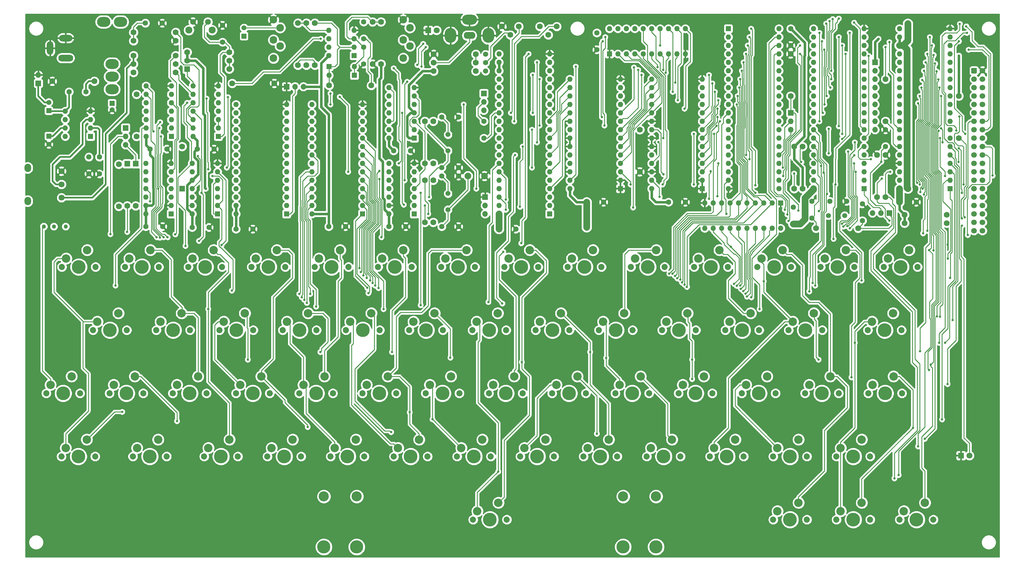
<source format=gbl>
G04 #@! TF.GenerationSoftware,KiCad,Pcbnew,(5.1.9)-1*
G04 #@! TF.CreationDate,2026-01-18T09:55:11+01:00*
G04 #@! TF.ProjectId,COMIX-35,434f4d49-582d-4333-952e-6b696361645f,1.2a*
G04 #@! TF.SameCoordinates,PX2b9a1c0PYd52a500*
G04 #@! TF.FileFunction,Copper,L2,Bot*
G04 #@! TF.FilePolarity,Positive*
%FSLAX46Y46*%
G04 Gerber Fmt 4.6, Leading zero omitted, Abs format (unit mm)*
G04 Created by KiCad (PCBNEW (5.1.9)-1) date 2026-01-18 09:55:11*
%MOMM*%
%LPD*%
G01*
G04 APERTURE LIST*
G04 #@! TA.AperFunction,ComponentPad*
%ADD10C,1.800000*%
G04 #@! TD*
G04 #@! TA.AperFunction,ComponentPad*
%ADD11O,2.000000X2.500000*%
G04 #@! TD*
G04 #@! TA.AperFunction,ComponentPad*
%ADD12C,1.574800*%
G04 #@! TD*
G04 #@! TA.AperFunction,ComponentPad*
%ADD13O,1.600000X1.600000*%
G04 #@! TD*
G04 #@! TA.AperFunction,ComponentPad*
%ADD14R,1.600000X1.600000*%
G04 #@! TD*
G04 #@! TA.AperFunction,ComponentPad*
%ADD15C,1.778000*%
G04 #@! TD*
G04 #@! TA.AperFunction,ComponentPad*
%ADD16C,1.700000*%
G04 #@! TD*
G04 #@! TA.AperFunction,ComponentPad*
%ADD17O,4.500000X3.000000*%
G04 #@! TD*
G04 #@! TA.AperFunction,ComponentPad*
%ADD18O,3.500000X4.500000*%
G04 #@! TD*
G04 #@! TA.AperFunction,ComponentPad*
%ADD19O,3.500000X2.100000*%
G04 #@! TD*
G04 #@! TA.AperFunction,ComponentPad*
%ADD20C,2.100000*%
G04 #@! TD*
G04 #@! TA.AperFunction,ComponentPad*
%ADD21C,1.750000*%
G04 #@! TD*
G04 #@! TA.AperFunction,ComponentPad*
%ADD22O,4.000000X3.000000*%
G04 #@! TD*
G04 #@! TA.AperFunction,WasherPad*
%ADD23C,4.140200*%
G04 #@! TD*
G04 #@! TA.AperFunction,WasherPad*
%ADD24C,1.854200*%
G04 #@! TD*
G04 #@! TA.AperFunction,ComponentPad*
%ADD25C,2.540000*%
G04 #@! TD*
G04 #@! TA.AperFunction,ComponentPad*
%ADD26C,2.300000*%
G04 #@! TD*
G04 #@! TA.AperFunction,ComponentPad*
%ADD27C,2.000000*%
G04 #@! TD*
G04 #@! TA.AperFunction,ComponentPad*
%ADD28C,1.600200*%
G04 #@! TD*
G04 #@! TA.AperFunction,ComponentPad*
%ADD29C,1.500000*%
G04 #@! TD*
G04 #@! TA.AperFunction,ComponentPad*
%ADD30R,1.500000X1.500000*%
G04 #@! TD*
G04 #@! TA.AperFunction,ComponentPad*
%ADD31R,1.778000X1.778000*%
G04 #@! TD*
G04 #@! TA.AperFunction,ComponentPad*
%ADD32O,2.000000X4.000000*%
G04 #@! TD*
G04 #@! TA.AperFunction,ComponentPad*
%ADD33O,4.000000X2.000000*%
G04 #@! TD*
G04 #@! TA.AperFunction,ComponentPad*
%ADD34O,4.500000X2.000000*%
G04 #@! TD*
G04 #@! TA.AperFunction,ComponentPad*
%ADD35R,1.700000X1.700000*%
G04 #@! TD*
G04 #@! TA.AperFunction,ComponentPad*
%ADD36O,1.700000X1.700000*%
G04 #@! TD*
G04 #@! TA.AperFunction,ComponentPad*
%ADD37R,1.800000X1.800000*%
G04 #@! TD*
G04 #@! TA.AperFunction,ComponentPad*
%ADD38C,3.048000*%
G04 #@! TD*
G04 #@! TA.AperFunction,ComponentPad*
%ADD39C,3.987800*%
G04 #@! TD*
G04 #@! TA.AperFunction,ViaPad*
%ADD40C,0.711200*%
G04 #@! TD*
G04 #@! TA.AperFunction,ViaPad*
%ADD41C,1.270000*%
G04 #@! TD*
G04 #@! TA.AperFunction,Conductor*
%ADD42C,0.762000*%
G04 #@! TD*
G04 #@! TA.AperFunction,Conductor*
%ADD43C,2.032000*%
G04 #@! TD*
G04 #@! TA.AperFunction,Conductor*
%ADD44C,0.254000*%
G04 #@! TD*
G04 #@! TA.AperFunction,Conductor*
%ADD45C,0.508000*%
G04 #@! TD*
G04 #@! TA.AperFunction,Conductor*
%ADD46C,0.250000*%
G04 #@! TD*
G04 #@! TA.AperFunction,Conductor*
%ADD47C,0.100000*%
G04 #@! TD*
G04 APERTURE END LIST*
D10*
X11437000Y109030000D03*
X11437000Y113030000D03*
X11437000Y117030000D03*
D11*
X1270000Y108030000D03*
X1270000Y118030000D03*
D12*
X139192000Y147193000D03*
X139192000Y149733000D03*
X139192000Y152273000D03*
D13*
X176530000Y160020000D03*
X199390000Y152400000D03*
X179070000Y160020000D03*
X196850000Y152400000D03*
X181610000Y160020000D03*
X194310000Y152400000D03*
X184150000Y160020000D03*
X191770000Y152400000D03*
X186690000Y160020000D03*
X189230000Y152400000D03*
X189230000Y160020000D03*
X186690000Y152400000D03*
X191770000Y160020000D03*
X184150000Y152400000D03*
X194310000Y160020000D03*
X181610000Y152400000D03*
X196850000Y160020000D03*
X179070000Y152400000D03*
X199390000Y160020000D03*
D14*
X176530000Y152400000D03*
D13*
X228092000Y99822000D03*
X205232000Y107442000D03*
X225552000Y99822000D03*
X207772000Y107442000D03*
X223012000Y99822000D03*
X210312000Y107442000D03*
X220472000Y99822000D03*
X212852000Y107442000D03*
X217932000Y99822000D03*
X215392000Y107442000D03*
X215392000Y99822000D03*
X217932000Y107442000D03*
X212852000Y99822000D03*
X220472000Y107442000D03*
X210312000Y99822000D03*
X223012000Y107442000D03*
X207772000Y99822000D03*
X225552000Y107442000D03*
X205232000Y99822000D03*
D14*
X228092000Y107442000D03*
D13*
X86868000Y104140000D03*
X102108000Y137160000D03*
X86868000Y106680000D03*
X102108000Y134620000D03*
X86868000Y109220000D03*
X102108000Y132080000D03*
X86868000Y111760000D03*
X102108000Y129540000D03*
X86868000Y114300000D03*
X102108000Y127000000D03*
X86868000Y116840000D03*
X102108000Y124460000D03*
X86868000Y119380000D03*
X102108000Y121920000D03*
X86868000Y121920000D03*
X102108000Y119380000D03*
X86868000Y124460000D03*
X102108000Y116840000D03*
X86868000Y127000000D03*
X102108000Y114300000D03*
X86868000Y129540000D03*
X102108000Y111760000D03*
X86868000Y132080000D03*
X102108000Y109220000D03*
X86868000Y134620000D03*
X102108000Y106680000D03*
X86868000Y137160000D03*
D14*
X102108000Y104140000D03*
D13*
X64008000Y104140000D03*
X79248000Y137160000D03*
X64008000Y106680000D03*
X79248000Y134620000D03*
X64008000Y109220000D03*
X79248000Y132080000D03*
X64008000Y111760000D03*
X79248000Y129540000D03*
X64008000Y114300000D03*
X79248000Y127000000D03*
X64008000Y116840000D03*
X79248000Y124460000D03*
X64008000Y119380000D03*
X79248000Y121920000D03*
X64008000Y121920000D03*
X79248000Y119380000D03*
X64008000Y124460000D03*
X79248000Y116840000D03*
X64008000Y127000000D03*
X79248000Y114300000D03*
X64008000Y129540000D03*
X79248000Y111760000D03*
X64008000Y132080000D03*
X79248000Y109220000D03*
X64008000Y134620000D03*
X79248000Y106680000D03*
X64008000Y137160000D03*
D14*
X79248000Y104140000D03*
D13*
X164592000Y111760000D03*
X179832000Y144780000D03*
X164592000Y114300000D03*
X179832000Y142240000D03*
X164592000Y116840000D03*
X179832000Y139700000D03*
X164592000Y119380000D03*
X179832000Y137160000D03*
X164592000Y121920000D03*
X179832000Y134620000D03*
X164592000Y124460000D03*
X179832000Y132080000D03*
X164592000Y127000000D03*
X179832000Y129540000D03*
X164592000Y129540000D03*
X179832000Y127000000D03*
X164592000Y132080000D03*
X179832000Y124460000D03*
X164592000Y134620000D03*
X179832000Y121920000D03*
X164592000Y137160000D03*
X179832000Y119380000D03*
X164592000Y139700000D03*
X179832000Y116840000D03*
X164592000Y142240000D03*
X179832000Y114300000D03*
X164592000Y144780000D03*
D14*
X179832000Y111760000D03*
D13*
X189230000Y111760000D03*
X204470000Y144780000D03*
X189230000Y114300000D03*
X204470000Y142240000D03*
X189230000Y116840000D03*
X204470000Y139700000D03*
X189230000Y119380000D03*
X204470000Y137160000D03*
X189230000Y121920000D03*
X204470000Y134620000D03*
X189230000Y124460000D03*
X204470000Y132080000D03*
X189230000Y127000000D03*
X204470000Y129540000D03*
X189230000Y129540000D03*
X204470000Y127000000D03*
X189230000Y132080000D03*
X204470000Y124460000D03*
X189230000Y134620000D03*
X204470000Y121920000D03*
X189230000Y137160000D03*
X204470000Y119380000D03*
X189230000Y139700000D03*
X204470000Y116840000D03*
X189230000Y142240000D03*
X204470000Y114300000D03*
X189230000Y144780000D03*
D14*
X204470000Y111760000D03*
D13*
X143256000Y104140000D03*
X158496000Y152400000D03*
X143256000Y106680000D03*
X158496000Y149860000D03*
X143256000Y109220000D03*
X158496000Y147320000D03*
X143256000Y111760000D03*
X158496000Y144780000D03*
X143256000Y114300000D03*
X158496000Y142240000D03*
X143256000Y116840000D03*
X158496000Y139700000D03*
X143256000Y119380000D03*
X158496000Y137160000D03*
X143256000Y121920000D03*
X158496000Y134620000D03*
X143256000Y124460000D03*
X158496000Y132080000D03*
X143256000Y127000000D03*
X158496000Y129540000D03*
X143256000Y129540000D03*
X158496000Y127000000D03*
X143256000Y132080000D03*
X158496000Y124460000D03*
X143256000Y134620000D03*
X158496000Y121920000D03*
X143256000Y137160000D03*
X158496000Y119380000D03*
X143256000Y139700000D03*
X158496000Y116840000D03*
X143256000Y142240000D03*
X158496000Y114300000D03*
X143256000Y144780000D03*
X158496000Y111760000D03*
X143256000Y147320000D03*
X158496000Y109220000D03*
X143256000Y149860000D03*
X158496000Y106680000D03*
X143256000Y152400000D03*
D14*
X158496000Y104140000D03*
D13*
X227584000Y160020000D03*
X212344000Y111760000D03*
X227584000Y157480000D03*
X212344000Y114300000D03*
X227584000Y154940000D03*
X212344000Y116840000D03*
X227584000Y152400000D03*
X212344000Y119380000D03*
X227584000Y149860000D03*
X212344000Y121920000D03*
X227584000Y147320000D03*
X212344000Y124460000D03*
X227584000Y144780000D03*
X212344000Y127000000D03*
X227584000Y142240000D03*
X212344000Y129540000D03*
X227584000Y139700000D03*
X212344000Y132080000D03*
X227584000Y137160000D03*
X212344000Y134620000D03*
X227584000Y134620000D03*
X212344000Y137160000D03*
X227584000Y132080000D03*
X212344000Y139700000D03*
X227584000Y129540000D03*
X212344000Y142240000D03*
X227584000Y127000000D03*
X212344000Y144780000D03*
X227584000Y124460000D03*
X212344000Y147320000D03*
X227584000Y121920000D03*
X212344000Y149860000D03*
X227584000Y119380000D03*
X212344000Y152400000D03*
X227584000Y116840000D03*
X212344000Y154940000D03*
X227584000Y114300000D03*
X212344000Y157480000D03*
X227584000Y111760000D03*
D14*
X212344000Y160020000D03*
D13*
X263906000Y111760000D03*
X279146000Y160020000D03*
X263906000Y114300000D03*
X279146000Y157480000D03*
X263906000Y116840000D03*
X279146000Y154940000D03*
X263906000Y119380000D03*
X279146000Y152400000D03*
X263906000Y121920000D03*
X279146000Y149860000D03*
X263906000Y124460000D03*
X279146000Y147320000D03*
X263906000Y127000000D03*
X279146000Y144780000D03*
X263906000Y129540000D03*
X279146000Y142240000D03*
X263906000Y132080000D03*
X279146000Y139700000D03*
X263906000Y134620000D03*
X279146000Y137160000D03*
X263906000Y137160000D03*
X279146000Y134620000D03*
X263906000Y139700000D03*
X279146000Y132080000D03*
X263906000Y142240000D03*
X279146000Y129540000D03*
X263906000Y144780000D03*
X279146000Y127000000D03*
X263906000Y147320000D03*
X279146000Y124460000D03*
X263906000Y149860000D03*
X279146000Y121920000D03*
X263906000Y152400000D03*
X279146000Y119380000D03*
X263906000Y154940000D03*
X279146000Y116840000D03*
X263906000Y157480000D03*
X279146000Y114300000D03*
X263906000Y160020000D03*
D14*
X279146000Y111760000D03*
D13*
X51054000Y127508000D03*
X58674000Y142748000D03*
X51054000Y130048000D03*
X58674000Y140208000D03*
X51054000Y132588000D03*
X58674000Y137668000D03*
X51054000Y135128000D03*
X58674000Y135128000D03*
X51054000Y137668000D03*
X58674000Y132588000D03*
X51054000Y140208000D03*
X58674000Y130048000D03*
X51054000Y142748000D03*
D14*
X58674000Y127508000D03*
D13*
X50800000Y104140000D03*
X58420000Y119380000D03*
X50800000Y106680000D03*
X58420000Y116840000D03*
X50800000Y109220000D03*
X58420000Y114300000D03*
X50800000Y111760000D03*
X58420000Y111760000D03*
X50800000Y114300000D03*
X58420000Y109220000D03*
X50800000Y116840000D03*
X58420000Y106680000D03*
X50800000Y119380000D03*
D14*
X58420000Y104140000D03*
D13*
X36908999Y127508000D03*
X44528999Y142748000D03*
X36908999Y130048000D03*
X44528999Y140208000D03*
X36908999Y132588000D03*
X44528999Y137668000D03*
X36908999Y135128000D03*
X44528999Y135128000D03*
X36908999Y137668000D03*
X44528999Y132588000D03*
X36908999Y140208000D03*
X44528999Y130048000D03*
X36908999Y142748000D03*
D14*
X44528999Y127508000D03*
D13*
X36830000Y104140000D03*
X44450000Y119380000D03*
X36830000Y106680000D03*
X44450000Y116840000D03*
X36830000Y109220000D03*
X44450000Y114300000D03*
X36830000Y111760000D03*
X44450000Y111760000D03*
X36830000Y114300000D03*
X44450000Y109220000D03*
X36830000Y116840000D03*
X44450000Y106680000D03*
X36830000Y119380000D03*
D14*
X44450000Y104140000D03*
D13*
X110109000Y104140000D03*
X117729000Y119380000D03*
X110109000Y106680000D03*
X117729000Y116840000D03*
X110109000Y109220000D03*
X117729000Y114300000D03*
X110109000Y111760000D03*
X117729000Y111760000D03*
X110109000Y114300000D03*
X117729000Y109220000D03*
X110109000Y116840000D03*
X117729000Y106680000D03*
X110109000Y119380000D03*
D14*
X117729000Y104140000D03*
D13*
X110109000Y127000000D03*
X117729000Y142240000D03*
X110109000Y129540000D03*
X117729000Y139700000D03*
X110109000Y132080000D03*
X117729000Y137160000D03*
X110109000Y134620000D03*
X117729000Y134620000D03*
X110109000Y137160000D03*
X117729000Y132080000D03*
X110109000Y139700000D03*
X117729000Y129540000D03*
X110109000Y142240000D03*
D14*
X117729000Y127000000D03*
D13*
X12573000Y127508000D03*
X20193000Y135128000D03*
X12573000Y130048000D03*
X20193000Y132588000D03*
X12573000Y132588000D03*
X20193000Y130048000D03*
X12573000Y135128000D03*
D14*
X20193000Y127508000D03*
D13*
X237998000Y111760000D03*
X253238000Y160020000D03*
X237998000Y114300000D03*
X253238000Y157480000D03*
X237998000Y116840000D03*
X253238000Y154940000D03*
X237998000Y119380000D03*
X253238000Y152400000D03*
X237998000Y121920000D03*
X253238000Y149860000D03*
X237998000Y124460000D03*
X253238000Y147320000D03*
X237998000Y127000000D03*
X253238000Y144780000D03*
X237998000Y129540000D03*
X253238000Y142240000D03*
X237998000Y132080000D03*
X253238000Y139700000D03*
X237998000Y134620000D03*
X253238000Y137160000D03*
X237998000Y137160000D03*
X253238000Y134620000D03*
X237998000Y139700000D03*
X253238000Y132080000D03*
X237998000Y142240000D03*
X253238000Y129540000D03*
X237998000Y144780000D03*
X253238000Y127000000D03*
X237998000Y147320000D03*
X253238000Y124460000D03*
X237998000Y149860000D03*
X253238000Y121920000D03*
X237998000Y152400000D03*
X253238000Y119380000D03*
X237998000Y154940000D03*
X253238000Y116840000D03*
X237998000Y157480000D03*
X253238000Y114300000D03*
X237998000Y160020000D03*
D14*
X253238000Y111760000D03*
D15*
X87757000Y148971000D03*
X87757000Y161671000D03*
X85217000Y148971000D03*
X85217000Y161671000D03*
X82677000Y161671000D03*
X82677000Y148971000D03*
D16*
X288925000Y99060000D03*
X288925000Y101600000D03*
X288925000Y104140000D03*
X288925000Y106680000D03*
X288925000Y109220000D03*
X288925000Y111760000D03*
X288925000Y114300000D03*
X288925000Y116840000D03*
X288925000Y119380000D03*
X288925000Y121920000D03*
X288925000Y124460000D03*
X288925000Y127000000D03*
X288925000Y129540000D03*
X288925000Y132080000D03*
X288925000Y134620000D03*
X288925000Y137160000D03*
X288925000Y139700000D03*
X288925000Y142240000D03*
X288925000Y144780000D03*
X288925000Y147320000D03*
X286385000Y99060000D03*
X286385000Y101600000D03*
X286385000Y104140000D03*
X286385000Y106680000D03*
X286385000Y109220000D03*
X286385000Y111760000D03*
X286385000Y114300000D03*
X286385000Y116840000D03*
X286385000Y119380000D03*
X286385000Y121920000D03*
X286385000Y124460000D03*
X286385000Y127000000D03*
X286385000Y129540000D03*
X286385000Y132080000D03*
X286385000Y134620000D03*
X286385000Y137160000D03*
X286385000Y139700000D03*
X286385000Y142240000D03*
X286385000Y144780000D03*
G04 #@! TA.AperFunction,ComponentPad*
G36*
G01*
X285535000Y146720000D02*
X285535000Y147920000D01*
G75*
G02*
X285785000Y148170000I250000J0D01*
G01*
X286985000Y148170000D01*
G75*
G02*
X287235000Y147920000I0J-250000D01*
G01*
X287235000Y146720000D01*
G75*
G02*
X286985000Y146470000I-250000J0D01*
G01*
X285785000Y146470000D01*
G75*
G02*
X285535000Y146720000I0J250000D01*
G01*
G37*
G04 #@! TD.AperFunction*
D15*
X259715000Y121920000D03*
X259715000Y109220000D03*
D13*
X91948000Y151892000D03*
X99568000Y159512000D03*
X91948000Y154432000D03*
X99568000Y156972000D03*
X91948000Y156972000D03*
X99568000Y154432000D03*
X91948000Y159512000D03*
D14*
X99568000Y151892000D03*
D13*
X92075000Y145923000D03*
D14*
X99695000Y145923000D03*
D13*
X99695000Y148590000D03*
D14*
X92075000Y148590000D03*
D17*
X134366000Y162734000D03*
D18*
X140066000Y157934000D03*
D19*
X134366000Y157934000D03*
D18*
X128666000Y157934000D03*
D20*
X49804000Y159562000D03*
D21*
X51054000Y162052000D03*
X55554000Y162052000D03*
D20*
X56814000Y159562000D03*
D22*
X26670000Y141732000D03*
X26670000Y145542000D03*
X26670000Y149352000D03*
X24130000Y162052000D03*
X29210000Y162052000D03*
D21*
X160655000Y160655000D03*
X158115000Y158115000D03*
X155575000Y160655000D03*
X149225000Y160655000D03*
X146685000Y158115000D03*
X144145000Y160655000D03*
D23*
X16510000Y30988000D03*
D24*
X21590000Y30988000D03*
X11430000Y30988000D03*
D25*
X19050000Y36068000D03*
X12700000Y33528000D03*
D23*
X264287000Y88138000D03*
D24*
X269367000Y88138000D03*
X259207000Y88138000D03*
D25*
X266827000Y93218000D03*
X260477000Y90678000D03*
D26*
X114416000Y151087000D03*
X116416000Y154787000D03*
X114416000Y156587000D03*
X116416000Y160287000D03*
X114416000Y162687000D03*
X75311000Y151087000D03*
X77311000Y154787000D03*
X75311000Y156587000D03*
X77311000Y160287000D03*
X75311000Y162687000D03*
D23*
X207137000Y88138000D03*
D24*
X212217000Y88138000D03*
X202057000Y88138000D03*
D25*
X209677000Y93218000D03*
X203327000Y90678000D03*
D23*
X35687000Y88138000D03*
D24*
X40767000Y88138000D03*
X30607000Y88138000D03*
D25*
X38227000Y93218000D03*
X31877000Y90678000D03*
D23*
X54737000Y88138000D03*
D24*
X59817000Y88138000D03*
X49657000Y88138000D03*
D25*
X57277000Y93218000D03*
X50927000Y90678000D03*
D23*
X73787000Y88138000D03*
D24*
X78867000Y88138000D03*
X68707000Y88138000D03*
D25*
X76327000Y93218000D03*
X69977000Y90678000D03*
D23*
X92837000Y88138000D03*
D24*
X97917000Y88138000D03*
X87757000Y88138000D03*
D25*
X95377000Y93218000D03*
X89027000Y90678000D03*
D23*
X111887000Y88138000D03*
D24*
X116967000Y88138000D03*
X106807000Y88138000D03*
D25*
X114427000Y93218000D03*
X108077000Y90678000D03*
D23*
X130937000Y88138000D03*
D24*
X136017000Y88138000D03*
X125857000Y88138000D03*
D25*
X133477000Y93218000D03*
X127127000Y90678000D03*
D23*
X149987000Y88138000D03*
D24*
X155067000Y88138000D03*
X144907000Y88138000D03*
D25*
X152527000Y93218000D03*
X146177000Y90678000D03*
D23*
X169037000Y88138000D03*
D24*
X174117000Y88138000D03*
X163957000Y88138000D03*
D25*
X171577000Y93218000D03*
X165227000Y90678000D03*
D23*
X188087000Y88138000D03*
D24*
X193167000Y88138000D03*
X183007000Y88138000D03*
D25*
X190627000Y93218000D03*
X184277000Y90678000D03*
D23*
X211899500Y30988000D03*
D24*
X216979500Y30988000D03*
X206819500Y30988000D03*
D25*
X214439500Y36068000D03*
X208089500Y33528000D03*
D23*
X192849500Y30988000D03*
D24*
X197929500Y30988000D03*
X187769500Y30988000D03*
D25*
X195389500Y36068000D03*
X189039500Y33528000D03*
D23*
X226187000Y88138000D03*
D24*
X231267000Y88138000D03*
X221107000Y88138000D03*
D25*
X228727000Y93218000D03*
X222377000Y90678000D03*
D23*
X245237000Y88138000D03*
D24*
X250317000Y88138000D03*
X240157000Y88138000D03*
D25*
X247777000Y93218000D03*
X241427000Y90678000D03*
D23*
X235585000Y69088000D03*
D24*
X240665000Y69088000D03*
X230505000Y69088000D03*
D25*
X238125000Y74168000D03*
X231775000Y71628000D03*
D23*
X30988000Y50038000D03*
D24*
X36068000Y50038000D03*
X25908000Y50038000D03*
D25*
X33528000Y55118000D03*
X27178000Y52578000D03*
D23*
X50038000Y50038000D03*
D24*
X55118000Y50038000D03*
X44958000Y50038000D03*
D25*
X52578000Y55118000D03*
X46228000Y52578000D03*
D23*
X135699500Y30988000D03*
D24*
X140779500Y30988000D03*
X130619500Y30988000D03*
D25*
X138239500Y36068000D03*
X131889500Y33528000D03*
D23*
X97599500Y30988000D03*
D24*
X102679500Y30988000D03*
X92519500Y30988000D03*
D25*
X100139500Y36068000D03*
X93789500Y33528000D03*
D23*
X88138000Y50038000D03*
D24*
X93218000Y50038000D03*
X83058000Y50038000D03*
D25*
X90678000Y55118000D03*
X84328000Y52578000D03*
D23*
X83185000Y69088000D03*
D24*
X88265000Y69088000D03*
X78105000Y69088000D03*
D25*
X85725000Y74168000D03*
X79375000Y71628000D03*
D23*
X107188000Y50038000D03*
D24*
X112268000Y50038000D03*
X102108000Y50038000D03*
D25*
X109728000Y55118000D03*
X103378000Y52578000D03*
D23*
X126238000Y50038000D03*
D24*
X131318000Y50038000D03*
X121158000Y50038000D03*
D25*
X128778000Y55118000D03*
X122428000Y52578000D03*
D23*
X145288000Y50038000D03*
D24*
X150368000Y50038000D03*
X140208000Y50038000D03*
D25*
X147828000Y55118000D03*
X141478000Y52578000D03*
D23*
X178435000Y69088000D03*
D24*
X183515000Y69088000D03*
X173355000Y69088000D03*
D25*
X180975000Y74168000D03*
X174625000Y71628000D03*
D23*
X164338000Y50038000D03*
D24*
X169418000Y50038000D03*
X159258000Y50038000D03*
D25*
X166878000Y55118000D03*
X160528000Y52578000D03*
D23*
X183388000Y50038000D03*
D24*
X188468000Y50038000D03*
X178308000Y50038000D03*
D25*
X185928000Y55118000D03*
X179578000Y52578000D03*
D23*
X202438000Y50038000D03*
D24*
X207518000Y50038000D03*
X197358000Y50038000D03*
D25*
X204978000Y55118000D03*
X198628000Y52578000D03*
D23*
X173799500Y30988000D03*
D24*
X178879500Y30988000D03*
X168719500Y30988000D03*
D25*
X176339500Y36068000D03*
X169989500Y33528000D03*
D23*
X154749500Y30988000D03*
D24*
X159829500Y30988000D03*
X149669500Y30988000D03*
D25*
X157289500Y36068000D03*
X150939500Y33528000D03*
D23*
X197485000Y69088000D03*
D24*
X202565000Y69088000D03*
X192405000Y69088000D03*
D25*
X200025000Y74168000D03*
X193675000Y71628000D03*
D23*
X216535000Y69088000D03*
D24*
X221615000Y69088000D03*
X211455000Y69088000D03*
D25*
X219075000Y74168000D03*
X212725000Y71628000D03*
D23*
X45085000Y69088000D03*
D24*
X50165000Y69088000D03*
X40005000Y69088000D03*
D25*
X47625000Y74168000D03*
X41275000Y71628000D03*
D23*
X102235000Y69088000D03*
D24*
X107315000Y69088000D03*
X97155000Y69088000D03*
D25*
X104775000Y74168000D03*
X98425000Y71628000D03*
D23*
X69088000Y50038000D03*
D24*
X74168000Y50038000D03*
X64008000Y50038000D03*
D25*
X71628000Y55118000D03*
X65278000Y52578000D03*
D23*
X121285000Y69088000D03*
D24*
X126365000Y69088000D03*
X116205000Y69088000D03*
D25*
X123825000Y74168000D03*
X117475000Y71628000D03*
D23*
X159385000Y69088000D03*
D24*
X164465000Y69088000D03*
X154305000Y69088000D03*
D25*
X161925000Y74168000D03*
X155575000Y71628000D03*
D23*
X116649500Y30988000D03*
D24*
X121729500Y30988000D03*
X111569500Y30988000D03*
D25*
X119189500Y36068000D03*
X112839500Y33528000D03*
D23*
X64135000Y69088000D03*
D24*
X69215000Y69088000D03*
X59055000Y69088000D03*
D25*
X66675000Y74168000D03*
X60325000Y71628000D03*
D23*
X78549500Y30988000D03*
D24*
X83629500Y30988000D03*
X73469500Y30988000D03*
D25*
X81089500Y36068000D03*
X74739500Y33528000D03*
D23*
X140335000Y69088000D03*
D24*
X145415000Y69088000D03*
X135255000Y69088000D03*
D25*
X142875000Y74168000D03*
X136525000Y71628000D03*
D23*
X59499500Y30988000D03*
D24*
X64579500Y30988000D03*
X54419500Y30988000D03*
D25*
X62039500Y36068000D03*
X55689500Y33528000D03*
D23*
X221488000Y50038000D03*
D24*
X226568000Y50038000D03*
X216408000Y50038000D03*
D25*
X224028000Y55118000D03*
X217678000Y52578000D03*
D23*
X240538000Y50038000D03*
D24*
X245618000Y50038000D03*
X235458000Y50038000D03*
D25*
X243078000Y55118000D03*
X236728000Y52578000D03*
D23*
X259588000Y50038000D03*
D24*
X264668000Y50038000D03*
X254508000Y50038000D03*
D25*
X262128000Y55118000D03*
X255778000Y52578000D03*
D23*
X230949500Y30988000D03*
D24*
X236029500Y30988000D03*
X225869500Y30988000D03*
D25*
X233489500Y36068000D03*
X227139500Y33528000D03*
D23*
X26035000Y69088000D03*
D24*
X31115000Y69088000D03*
X20955000Y69088000D03*
D25*
X28575000Y74168000D03*
X22225000Y71628000D03*
D23*
X16637000Y88138000D03*
D24*
X21717000Y88138000D03*
X11557000Y88138000D03*
D25*
X19177000Y93218000D03*
X12827000Y90678000D03*
D27*
X138898000Y115570000D03*
X133898000Y115570000D03*
D28*
X111506000Y123190000D03*
X116586000Y123190000D03*
X110109000Y100330000D03*
X115189000Y100330000D03*
X36830000Y100330000D03*
X41910000Y100330000D03*
X38100000Y123698000D03*
X43180000Y123698000D03*
X50800000Y100076000D03*
X55880000Y100076000D03*
D29*
X26670000Y135525000D03*
D30*
X26670000Y137525000D03*
D28*
X52324000Y123698000D03*
X57404000Y123698000D03*
X259715000Y124460000D03*
X259715000Y129540000D03*
X263906000Y107696000D03*
X268986000Y107696000D03*
X172720000Y158750000D03*
X172720000Y153670000D03*
X231140000Y160020000D03*
X231140000Y154940000D03*
X125984000Y100330000D03*
X131064000Y100330000D03*
X194310000Y107696000D03*
X199390000Y107696000D03*
X125984000Y115570000D03*
X131064000Y115570000D03*
X169672000Y107696000D03*
X174752000Y107696000D03*
X143256000Y99568000D03*
X148336000Y99568000D03*
X125984000Y118110000D03*
X131064000Y118110000D03*
X125984000Y133350000D03*
X131064000Y133350000D03*
X64008000Y99568000D03*
X69088000Y99568000D03*
X91948000Y100330000D03*
X97028000Y100330000D03*
X59944000Y155956000D03*
X59944000Y161036000D03*
X252730000Y102108000D03*
X252730000Y107188000D03*
X237490000Y102870000D03*
X237490000Y107950000D03*
X242951000Y107950000D03*
X248031000Y107950000D03*
X231902000Y101092000D03*
X231902000Y106172000D03*
X102489000Y156972000D03*
X102489000Y162052000D03*
X102489000Y154432000D03*
X102489000Y149352000D03*
X19685000Y121285000D03*
X19685000Y116205000D03*
X22860000Y121285000D03*
X22860000Y116205000D03*
D29*
X7620000Y125115000D03*
D30*
X7620000Y127615000D03*
D28*
X13716000Y140970000D03*
X18796000Y140970000D03*
D29*
X7620000Y137775000D03*
D30*
X7620000Y135275000D03*
D28*
X36703000Y161671000D03*
X41783000Y161671000D03*
D29*
X66421000Y160254000D03*
D30*
X66421000Y157754000D03*
D15*
X33782000Y106553000D03*
D31*
X33782000Y119253000D03*
D15*
X47752000Y124460000D03*
D31*
X47752000Y111760000D03*
D15*
X31242000Y106553000D03*
D31*
X31242000Y119253000D03*
D32*
X8000000Y154146000D03*
D33*
X12700000Y157146000D03*
D34*
X12700000Y151146000D03*
D35*
X4445000Y143510000D03*
D36*
X4445000Y146050000D03*
D35*
X139065000Y109220000D03*
D36*
X139065000Y106680000D03*
X139065000Y104140000D03*
D35*
X138684000Y140462000D03*
D36*
X138684000Y137922000D03*
X138684000Y135382000D03*
D35*
X30734000Y130048000D03*
D36*
X30734000Y127508000D03*
X30734000Y124968000D03*
D35*
X260858000Y104394000D03*
D36*
X258318000Y104394000D03*
X255778000Y104394000D03*
D35*
X79248000Y142494000D03*
D36*
X81788000Y142494000D03*
X84328000Y142494000D03*
D35*
X231140000Y134620000D03*
D36*
X231140000Y132080000D03*
X231140000Y129540000D03*
D15*
X257175000Y121920000D03*
X257175000Y109220000D03*
X278130000Y103886000D03*
X265430000Y103886000D03*
X120904000Y101600000D03*
X120904000Y114300000D03*
X123444000Y114300000D03*
X123444000Y101600000D03*
X120904000Y119380000D03*
X120904000Y132080000D03*
X123444000Y132080000D03*
X123444000Y119380000D03*
X136271000Y147193000D03*
X123571000Y147193000D03*
X123571000Y152273000D03*
X136271000Y152273000D03*
X123571000Y149733000D03*
X136271000Y149733000D03*
X34036000Y127508000D03*
X34036000Y140208000D03*
X259715000Y144780000D03*
X259715000Y132080000D03*
X49276000Y152908000D03*
X61976000Y152908000D03*
X238760000Y99822000D03*
X251460000Y99822000D03*
X281813000Y139700000D03*
X281813000Y127000000D03*
X28702000Y119126000D03*
X28702000Y106426000D03*
X234696000Y111760000D03*
X234696000Y124460000D03*
X232156000Y124460000D03*
X232156000Y111760000D03*
X45847000Y151892000D03*
X33147000Y151892000D03*
X45847000Y149352000D03*
X33147000Y149352000D03*
X62865000Y143510000D03*
X75565000Y143510000D03*
X104775000Y142875000D03*
X92075000Y142875000D03*
X107696000Y162052000D03*
X107696000Y149352000D03*
X105156000Y149352000D03*
X105156000Y162052000D03*
X8636000Y144145000D03*
X21336000Y144145000D03*
X45847000Y158877000D03*
X33147000Y158877000D03*
X45847000Y156337000D03*
X33147000Y156337000D03*
X185674000Y116840000D03*
X185674000Y129540000D03*
X231140000Y152400000D03*
X231140000Y139700000D03*
D35*
X256540000Y149860000D03*
D36*
X256540000Y147320000D03*
X256540000Y144780000D03*
X256540000Y142240000D03*
X256540000Y139700000D03*
X256540000Y137160000D03*
X256540000Y134620000D03*
X256540000Y132080000D03*
X256540000Y129540000D03*
D29*
X127889000Y105410000D03*
X127889000Y110290000D03*
X127889000Y123190000D03*
X127889000Y128070000D03*
X247396000Y103632000D03*
X242516000Y103632000D03*
D25*
X136715500Y14478000D03*
X143065500Y17018000D03*
D24*
X135445500Y11938000D03*
X145605500Y11938000D03*
D23*
X140525500Y11938000D03*
D37*
X282448000Y31242000D03*
D10*
X284988000Y31242000D03*
D15*
X265430000Y101346000D03*
X278130000Y101346000D03*
D38*
X180657500Y18923000D03*
D39*
X180657500Y3683000D03*
X100393500Y3683000D03*
D38*
X100393500Y18923000D03*
X190563500Y18923000D03*
D39*
X190563500Y3683000D03*
X90487500Y3683000D03*
D38*
X90487500Y18923000D03*
D23*
X249999500Y30988000D03*
D24*
X255079500Y30988000D03*
X244919500Y30988000D03*
D25*
X252539500Y36068000D03*
X246189500Y33528000D03*
D23*
X269049500Y11938000D03*
D24*
X274129500Y11938000D03*
X263969500Y11938000D03*
D25*
X271589500Y17018000D03*
X265239500Y14478000D03*
D23*
X230949500Y11938000D03*
D24*
X236029500Y11938000D03*
X225869500Y11938000D03*
D25*
X233489500Y17018000D03*
X227139500Y14478000D03*
D23*
X249999500Y11938000D03*
D24*
X255079500Y11938000D03*
X244919500Y11938000D03*
D25*
X252539500Y17018000D03*
X246189500Y14478000D03*
D28*
X138684000Y132080000D03*
X138684000Y127000000D03*
D15*
X61976000Y147828000D03*
D31*
X49276000Y147828000D03*
D15*
X49276000Y150368000D03*
X61976000Y150368000D03*
D25*
X255651000Y71628000D03*
X262001000Y74168000D03*
D24*
X254381000Y69088000D03*
X264541000Y69088000D03*
D23*
X259461000Y69088000D03*
D25*
X8128000Y52578000D03*
X14478000Y55118000D03*
D24*
X6858000Y50038000D03*
X17018000Y50038000D03*
D23*
X11938000Y50038000D03*
X38036500Y30988000D03*
D24*
X43116500Y30988000D03*
X32956500Y30988000D03*
D25*
X40576500Y36068000D03*
X34226500Y33528000D03*
D10*
X124460000Y159512000D03*
D37*
X121920000Y159512000D03*
D15*
X33147000Y146812000D03*
X45847000Y146812000D03*
D40*
X107188000Y123190000D03*
X107188000Y129540000D03*
X107188000Y137160000D03*
X54864000Y111760000D03*
X257556000Y156972000D03*
D41*
X6096000Y100330000D03*
X9144000Y100330000D03*
X12700000Y100330000D03*
X169672000Y100076000D03*
X266446000Y111760000D03*
X266446000Y161544000D03*
D40*
X281813000Y151892000D03*
X236220000Y114300000D03*
X233426000Y114300000D03*
X233172000Y109220000D03*
X236220000Y118110000D03*
X223266000Y115824000D03*
X223266000Y111760000D03*
X221742000Y111760000D03*
X221742000Y115824000D03*
X202692000Y154686000D03*
X202692000Y152908000D03*
X202692000Y151130000D03*
X182372000Y156210000D03*
X183388000Y156210000D03*
X172720000Y149860000D03*
X47498000Y119634000D03*
X48514000Y119634000D03*
X267970000Y163576000D03*
X260604000Y163576000D03*
X252984000Y163576000D03*
X247142000Y158496000D03*
X241046000Y158750000D03*
X189484000Y163068000D03*
X192278000Y163068000D03*
X183388000Y163830000D03*
X163322000Y163449000D03*
X281686000Y154940000D03*
X167386000Y151892000D03*
X162560000Y151892000D03*
X143002000Y158496000D03*
X123952000Y163322000D03*
X96012000Y153162000D03*
X103124000Y144780000D03*
X60198000Y125476000D03*
X66548000Y137668000D03*
X63246000Y140462000D03*
X125476000Y128016000D03*
X127762000Y125476000D03*
X126492000Y120904000D03*
X124968000Y124460000D03*
X122682000Y126492000D03*
X122174000Y121666000D03*
X134112000Y125222000D03*
X132334000Y107696000D03*
X130556000Y110236000D03*
X120396000Y139700000D03*
X122174000Y142240000D03*
X135636000Y141986000D03*
X135636000Y137414000D03*
X138938000Y129540000D03*
X133858000Y129540000D03*
X152400000Y113030000D03*
X152400000Y108712000D03*
X156464000Y106934000D03*
X156464000Y112776000D03*
X145542000Y119126000D03*
X146558000Y109728000D03*
X167132000Y114046000D03*
X167132000Y110490000D03*
X202184000Y136652000D03*
X202438000Y130556000D03*
X48895000Y144018000D03*
X47117000Y142621000D03*
X144780000Y157480000D03*
X154686000Y158750000D03*
X95885000Y155956000D03*
X278384000Y94869000D03*
X231521000Y119888000D03*
X233172000Y117983000D03*
X137668000Y121539000D03*
X134366000Y122174000D03*
X258445000Y119888000D03*
X260858000Y102108000D03*
X121920000Y104140000D03*
X122174000Y109220000D03*
X89535000Y156972000D03*
X31230170Y98713990D03*
X239641622Y104988434D03*
X291973000Y115697000D03*
X195580000Y140970000D03*
X155448000Y144780000D03*
X155448000Y130810000D03*
X243332000Y144780000D03*
X243793889Y162915590D03*
X245618000Y163068000D03*
X191770000Y154940000D03*
X154686000Y149860000D03*
X154686000Y125730000D03*
X243332000Y147320000D03*
X242824000Y162306000D03*
X243078000Y142240000D03*
X197104000Y138430000D03*
X241808000Y161544000D03*
X242025010Y139700000D03*
X199136000Y135890000D03*
X153416000Y134620000D03*
X153416000Y146050000D03*
X92456000Y137160000D03*
X92456000Y140462000D03*
X241300000Y137160000D03*
X174244000Y133350000D03*
X241254957Y153670000D03*
X174498000Y156210000D03*
X240792000Y134620000D03*
X240538000Y156210000D03*
X175006000Y130810000D03*
X175260000Y157480000D03*
X239776000Y132080000D03*
X239776000Y158750000D03*
X192751010Y126979998D03*
X192532000Y113030000D03*
X250240123Y161832990D03*
X53594000Y110490000D03*
X52842430Y96012950D03*
X248155247Y100472968D03*
X250190000Y119380000D03*
X283210000Y113030000D03*
X281940000Y133477000D03*
X248920000Y99822000D03*
X41081447Y96974226D03*
X250698000Y116840000D03*
X41148000Y131826000D03*
X40591904Y111724671D03*
X283591000Y103124000D03*
X218694000Y120650000D03*
X252476000Y84074000D03*
X140052256Y77581030D03*
X242570000Y129794000D03*
X248412000Y122936000D03*
X242570000Y122428000D03*
X218186000Y154940000D03*
X254635000Y151765000D03*
X284734000Y153670000D03*
X237744000Y83312000D03*
X27686000Y82550000D03*
X119634000Y76619021D03*
X119634000Y110490000D03*
X241046000Y116586000D03*
X220472000Y112776000D03*
X219202000Y160020000D03*
X276860000Y125730000D03*
X276479000Y129921000D03*
X245618000Y157480000D03*
X245618000Y130592990D03*
X284043988Y160726988D03*
X246634000Y154940000D03*
X284226000Y158750000D03*
X246634000Y128270000D03*
X281051000Y129286000D03*
X247650000Y152400000D03*
X246627926Y126752074D03*
X281813000Y156210000D03*
X283718000Y128270000D03*
X282702000Y102743000D03*
X284480000Y97790000D03*
X42183364Y97116979D03*
X250317315Y121843958D03*
X40894000Y130048000D03*
X247015000Y100330000D03*
X43396897Y97116979D03*
X246599010Y101147059D03*
X250444000Y125730000D03*
X41402000Y127508000D03*
X255270000Y120650000D03*
X282100036Y161451990D03*
X118618000Y149098000D03*
X120396000Y155448000D03*
X281686000Y119761000D03*
X238506000Y82550000D03*
X144249052Y77127021D03*
X242125982Y110143990D03*
X220472000Y110490000D03*
X148082000Y121920000D03*
X218694000Y157480000D03*
X276123573Y127000000D03*
X277622000Y115570000D03*
X48768000Y94488000D03*
X49276000Y137668000D03*
X236728000Y80772000D03*
X88138000Y76200000D03*
X240290074Y118624074D03*
X217678000Y152400000D03*
X217748661Y121909636D03*
X103541500Y81822990D03*
X213106000Y94234000D03*
X214877391Y82437364D03*
X101196928Y87765328D03*
X194540824Y86129176D03*
X209804000Y132080000D03*
X281813000Y123952000D03*
X282702000Y110490000D03*
X59659621Y94742948D03*
X55118000Y138938000D03*
X55626000Y117602000D03*
X102362000Y85598000D03*
X196270333Y85416306D03*
X214884000Y137160000D03*
X270002000Y139700000D03*
X270002000Y113030000D03*
X101600000Y86614000D03*
X195562888Y86123091D03*
X269494000Y137521536D03*
X269240000Y113538000D03*
X270510000Y142240000D03*
X103378000Y84836000D03*
X196967421Y84699303D03*
X215138000Y139700000D03*
X270176122Y110721124D03*
X104394000Y84074000D03*
X197891654Y84317442D03*
X215646000Y142240000D03*
X270764000Y144526000D03*
X270886247Y111710285D03*
X105156000Y83312000D03*
X198381262Y83445486D03*
X215900000Y144780000D03*
X271286122Y109996122D03*
X271272000Y147320000D03*
X40091472Y97115552D03*
X105918000Y82550000D03*
X199156826Y82814198D03*
X216408000Y147320000D03*
X271780000Y149860000D03*
X271018000Y98298000D03*
X106927926Y81781926D03*
X199877719Y82121135D03*
X216916000Y149860000D03*
X272288000Y152400000D03*
X272288000Y99060000D03*
X26162000Y98044000D03*
X233934000Y154940000D03*
X230467771Y102018229D03*
X259715000Y154432000D03*
X145313321Y105384679D03*
X201930000Y128270000D03*
X201930000Y113030000D03*
X228854000Y115570000D03*
X192786000Y116078000D03*
X228787368Y118131902D03*
X262382000Y24384000D03*
X258572000Y114808000D03*
X261112000Y116840000D03*
X263652000Y25400000D03*
X114046000Y134620000D03*
X114554000Y106934000D03*
X120904000Y106680000D03*
X146812000Y134620000D03*
X147828000Y132080000D03*
X234342284Y119788284D03*
X232156000Y116332000D03*
X211745693Y104109759D03*
X45699119Y97986980D03*
X144526000Y92710000D03*
X276098000Y73152000D03*
X46228000Y41656000D03*
X276502799Y139653889D03*
X279146000Y84836000D03*
X275197789Y73206069D03*
X275945654Y142186481D03*
X172720000Y37846000D03*
X271526000Y36322000D03*
X55626000Y75438000D03*
X110744000Y38354000D03*
X275590030Y144713345D03*
X85598000Y39878000D03*
X273304000Y58674000D03*
X275082032Y147152827D03*
X128581123Y60785390D03*
X272840136Y57065294D03*
X274650221Y149471915D03*
X267970000Y39624000D03*
X110998000Y62484000D03*
X89408000Y62484000D03*
X170688000Y62484000D03*
X274218410Y152073019D03*
X249428000Y54864000D03*
X274193000Y93091000D03*
X269494000Y34036000D03*
X273710410Y154893889D03*
X116332000Y44323000D03*
X29718000Y44450000D03*
X272796000Y93218000D03*
X273050000Y157480000D03*
X150114000Y59436000D03*
X201422000Y54356000D03*
X201422000Y60198000D03*
X239522000Y60198000D03*
X67564000Y60198000D03*
X270081390Y62728901D03*
X223012000Y83820000D03*
X278511000Y90678000D03*
X123190000Y42227500D03*
X276733000Y42164000D03*
X175514000Y60706000D03*
X277622000Y65278000D03*
X279908000Y72136000D03*
X143002000Y26416000D03*
X278384000Y52832000D03*
X250444000Y65278000D03*
X275844000Y65278000D03*
X275717000Y129159000D03*
X38100000Y107950000D03*
X233426000Y105156000D03*
X233934000Y152400000D03*
X260858000Y155956000D03*
X107222990Y114628544D03*
X107826815Y97109911D03*
X62738000Y81026000D03*
X56896000Y115570000D03*
X214069124Y83026200D03*
X86360000Y80010000D03*
X215925685Y82540720D03*
X103886000Y80264000D03*
X216100192Y81556052D03*
X83058000Y80010000D03*
X216884605Y80853746D03*
X83820000Y78994000D03*
X217557529Y80114018D03*
X84582000Y78232000D03*
X217951508Y79194886D03*
X85344000Y77308675D03*
X219261704Y78997051D03*
X132588000Y137160000D03*
X136398000Y111760000D03*
X115570000Y144018000D03*
X114808000Y114300000D03*
X97790000Y116840000D03*
X95250000Y139446000D03*
X61214000Y118110000D03*
X61613999Y139337999D03*
X111506000Y148082000D03*
X113030000Y119380000D03*
X119888000Y148590000D03*
X121158000Y154432000D03*
X221742000Y75438000D03*
X108458000Y75438000D03*
X107222990Y117103104D03*
X39116000Y129032000D03*
X52504911Y121603146D03*
X248920000Y158750000D03*
X152146000Y152400000D03*
X149940490Y95300939D03*
X244046369Y96612010D03*
X244602000Y113030000D03*
X229362000Y105410000D03*
X191652139Y109312010D03*
X149565054Y106292621D03*
X230136735Y103949444D03*
X150368000Y124460000D03*
X166370000Y148590000D03*
X206502000Y146050000D03*
X207518000Y143510000D03*
X208280000Y140970000D03*
X209296000Y138430000D03*
X209042000Y135890000D03*
X209042000Y133350000D03*
X208787991Y130685742D03*
X208026000Y128270000D03*
X191296990Y125809053D03*
X182880000Y113030000D03*
X206502000Y108712000D03*
X207044945Y116961165D03*
X145288000Y108458000D03*
X209296000Y119380000D03*
X209042000Y109474000D03*
X153162000Y129540000D03*
X153162000Y118110000D03*
X183642000Y106079990D03*
X196342000Y143764000D03*
X186182000Y146050000D03*
X193513880Y146735494D03*
X185166000Y147574000D03*
X192723248Y147526125D03*
X183896000Y148336000D03*
X191044990Y148443469D03*
X282702000Y100584000D03*
D42*
X265430000Y101346000D02*
X265430000Y103886000D01*
X263906000Y105410000D02*
X265430000Y103886000D01*
X263906000Y107696000D02*
X263906000Y105410000D01*
X36830000Y104140000D02*
X36830000Y100330000D01*
X36830000Y106680000D02*
X36830000Y104140000D01*
X64008000Y99568000D02*
X64008000Y104140000D01*
X110109000Y104140000D02*
X110109000Y101600000D01*
X52324000Y126238000D02*
X52324000Y123698000D01*
X51054000Y127508000D02*
X52324000Y126238000D01*
X51523901Y122897901D02*
X51523901Y121196099D01*
X52324000Y123698000D02*
X51523901Y122897901D01*
X51523901Y121196099D02*
X52578000Y120142000D01*
X52578000Y116078000D02*
X50800000Y114300000D01*
X52578000Y120142000D02*
X52578000Y116078000D01*
X50800000Y104140000D02*
X50800000Y101600000D01*
X64008000Y106680000D02*
X64008000Y104140000D01*
X36908999Y124889001D02*
X38100000Y123698000D01*
X36908999Y127508000D02*
X36908999Y124889001D01*
X110109000Y124587000D02*
X111506000Y123190000D01*
X110109000Y127000000D02*
X110109000Y124587000D01*
X107188000Y130048000D02*
X107188000Y129540000D01*
X107188000Y123190000D02*
X107188000Y129540000D01*
X107188000Y129540000D02*
X107188000Y137160000D01*
X189230000Y111760000D02*
X189230000Y108966000D01*
X190500000Y107696000D02*
X194310000Y107696000D01*
X189230000Y108966000D02*
X190500000Y107696000D01*
X164592000Y111760000D02*
X164592000Y109728000D01*
X166624000Y107696000D02*
X169672000Y107696000D01*
X164592000Y109728000D02*
X166624000Y107696000D01*
X116167000Y127000000D02*
X115570000Y127597000D01*
X117729000Y127000000D02*
X116167000Y127000000D01*
X116597630Y134620000D02*
X117729000Y134620000D01*
X115570000Y133592370D02*
X116597630Y134620000D01*
X115570000Y127597000D02*
X115570000Y133592370D01*
X117729000Y134620000D02*
X116078000Y136271000D01*
X116078000Y136271000D02*
X116078000Y143002000D01*
X120269000Y147193000D02*
X123571000Y147193000D01*
X116078000Y143002000D02*
X120269000Y147193000D01*
X143256000Y149860000D02*
X143256000Y147320000D01*
X49276000Y152908000D02*
X49276000Y150368000D01*
X54102000Y134366000D02*
X54610000Y133858000D01*
X54610000Y133858000D02*
X54610000Y112014000D01*
X54610000Y112014000D02*
X54864000Y111760000D01*
X235204000Y127508000D02*
X235204000Y151710118D01*
X235423001Y151929119D02*
X235423001Y155736999D01*
X232156000Y124460000D02*
X235204000Y127508000D01*
X235204000Y151710118D02*
X235423001Y151929119D01*
X263906000Y157480000D02*
X263906000Y154940000D01*
X107188000Y120904000D02*
X107188000Y123190000D01*
X108204000Y119888000D02*
X107188000Y120904000D01*
X108727999Y105521001D02*
X108727999Y107934001D01*
X110109000Y104140000D02*
X108727999Y105521001D01*
X108727999Y107934001D02*
X108712000Y107950000D01*
X108712000Y107950000D02*
X108712000Y108457999D01*
X108712000Y108457999D02*
X108204000Y108965998D01*
X108204000Y108965998D02*
X108204000Y119888000D01*
D43*
X143256000Y104140000D02*
X143256000Y100076000D01*
X143256000Y99568000D02*
X143256000Y100076000D01*
X169672000Y100076000D02*
X169672000Y107696000D01*
X231902000Y101092000D02*
X234061000Y101092000D01*
X234061000Y101092000D02*
X235458000Y102489000D01*
X235458000Y102489000D02*
X235458000Y108458000D01*
X235473899Y108917729D02*
X237998000Y111441830D01*
X235473899Y108473899D02*
X235473899Y108917729D01*
X235458000Y108458000D02*
X235473899Y108473899D01*
X237998000Y111441830D02*
X237998000Y111760000D01*
X263906000Y107696000D02*
X263906000Y111760000D01*
D44*
X110109000Y101600000D02*
X110109000Y100330000D01*
D42*
X110109000Y104140000D02*
X110109000Y100330000D01*
X50800000Y104140000D02*
X50800000Y100076000D01*
X49276000Y105666828D02*
X50800000Y104142828D01*
X50800000Y114300000D02*
X49276000Y112776000D01*
X50800000Y104142828D02*
X50800000Y104140000D01*
X234696000Y118110000D02*
X232156000Y120650000D01*
X234696000Y111760000D02*
X234696000Y118110000D01*
X232156000Y120650000D02*
X232156000Y124460000D01*
X38608000Y106680000D02*
X36830000Y106680000D01*
X39116000Y107188000D02*
X38608000Y106680000D01*
X38100000Y121934722D02*
X39077956Y120956766D01*
X39077958Y111918560D02*
X39116000Y111880518D01*
X39077956Y120956766D02*
X39077958Y111918560D01*
X38100000Y123698000D02*
X38100000Y121934722D01*
X39116000Y111880518D02*
X39116000Y107188000D01*
D44*
X5715000Y99949000D02*
X6096000Y100330000D01*
D42*
X235423001Y155736999D02*
X231140000Y160020000D01*
D43*
X265037370Y154940000D02*
X263906000Y154940000D01*
X266268191Y153709179D02*
X265037370Y154940000D01*
X266446000Y111760000D02*
X266268191Y111937809D01*
X266268191Y111937809D02*
X266268191Y153709179D01*
X266446000Y156348630D02*
X266446000Y161544000D01*
X265037370Y154940000D02*
X266446000Y156348630D01*
D44*
X5715000Y56787051D02*
X5715000Y99949000D01*
X8128000Y54374051D02*
X5715000Y56787051D01*
X8128000Y52578000D02*
X8128000Y54374051D01*
X50800000Y106680000D02*
X49276000Y106680000D01*
D42*
X49276000Y112776000D02*
X49276000Y106680000D01*
X49276000Y106680000D02*
X49276000Y105666828D01*
X256540000Y155956000D02*
X257556000Y156972000D01*
X256540000Y149860000D02*
X256540000Y155956000D01*
X281813000Y139700000D02*
X281813000Y151892000D01*
X54102000Y145034000D02*
X54102000Y148082000D01*
X54102000Y148069235D02*
X54102000Y145034000D01*
X54102000Y145034000D02*
X54102000Y134366000D01*
X51816000Y150368000D02*
X49276000Y150368000D01*
X54102000Y148082000D02*
X51816000Y150368000D01*
X107696000Y145161000D02*
X107696000Y149352000D01*
X107188000Y144653000D02*
X107696000Y145161000D01*
X107188000Y137160000D02*
X107188000Y144653000D01*
X91948000Y134112000D02*
X89662000Y136398000D01*
X89662000Y149606000D02*
X91948000Y151892000D01*
X89535000Y142494000D02*
X89662000Y142621000D01*
X89662000Y142621000D02*
X89662000Y149606000D01*
X84328000Y142494000D02*
X89535000Y142494000D01*
X89662000Y136398000D02*
X89662000Y142621000D01*
X86868000Y104140000D02*
X91948000Y104140000D01*
X91948000Y104140000D02*
X91948000Y134112000D01*
X91948000Y100330000D02*
X91948000Y104140000D01*
D45*
X268185901Y108496099D02*
X268185901Y112052099D01*
X268986000Y107696000D02*
X268185901Y108496099D01*
D42*
X268185901Y112052099D02*
X268185901Y155155901D01*
X273050000Y160020000D02*
X279146000Y160020000D01*
X268185901Y155155901D02*
X273050000Y160020000D01*
D46*
X258445000Y123190000D02*
X259715000Y124460000D01*
X258445000Y119888000D02*
X258445000Y123190000D01*
D44*
X258445000Y119761000D02*
X258445000Y119888000D01*
X255143000Y116459000D02*
X258445000Y119761000D01*
X255143000Y108331000D02*
X255143000Y116459000D01*
X256794000Y106680000D02*
X255143000Y108331000D01*
X258572000Y106680000D02*
X256794000Y106680000D01*
X259588000Y105664000D02*
X258572000Y106680000D01*
X259588000Y103378000D02*
X259588000Y105664000D01*
X260858000Y102108000D02*
X259588000Y103378000D01*
D46*
X127889000Y102235000D02*
X127889000Y105410000D01*
X125984000Y100330000D02*
X127889000Y102235000D01*
X133898000Y111419000D02*
X127889000Y105410000D01*
X133898000Y115570000D02*
X133898000Y111419000D01*
D44*
X120904000Y114300000D02*
X120904000Y108204000D01*
X120904000Y108204000D02*
X121920000Y107188000D01*
X121920000Y107188000D02*
X121920000Y104140000D01*
D46*
X127889000Y113665000D02*
X127889000Y110290000D01*
X125984000Y115570000D02*
X127889000Y113665000D01*
X127889000Y120015000D02*
X125984000Y118110000D01*
X127889000Y123190000D02*
X127889000Y120015000D01*
X120904000Y130175000D02*
X127889000Y123190000D01*
X120904000Y132080000D02*
X120904000Y130175000D01*
X124852488Y118110000D02*
X122174000Y115431512D01*
X125984000Y118110000D02*
X124852488Y118110000D01*
D44*
X122174000Y109220000D02*
X122174000Y111506000D01*
D46*
X122174000Y115431512D02*
X122174000Y111506000D01*
X122174000Y111506000D02*
X122174000Y111252000D01*
X127889000Y131445000D02*
X125984000Y133350000D01*
X127889000Y128070000D02*
X127889000Y131445000D01*
D44*
X61976000Y152908000D02*
X61976000Y154559000D01*
X60579000Y155956000D02*
X56007000Y155956000D01*
X61976000Y154559000D02*
X60579000Y155956000D01*
X60071000Y152908000D02*
X61976000Y152908000D01*
X59182000Y152019000D02*
X60071000Y152908000D01*
X59182000Y146812000D02*
X59182000Y152019000D01*
X60452000Y145542000D02*
X59182000Y146812000D01*
X60452000Y128232000D02*
X60452000Y145542000D01*
X59728000Y127508000D02*
X60452000Y128232000D01*
X58674000Y127508000D02*
X59728000Y127508000D01*
X55554000Y162052000D02*
X55554000Y161853000D01*
X55554000Y161853000D02*
X54483000Y160782000D01*
X54483000Y157480000D02*
X56007000Y155956000D01*
X54483000Y160782000D02*
X54483000Y157480000D01*
X252730000Y101092000D02*
X252730000Y102108000D01*
X251460000Y99822000D02*
X252730000Y101092000D01*
X260858000Y104394000D02*
X260858000Y103886000D01*
X260858000Y103886000D02*
X261620000Y103124000D01*
X261620000Y103124000D02*
X261620000Y100711000D01*
X260731000Y99822000D02*
X251460000Y99822000D01*
X261620000Y100711000D02*
X260731000Y99822000D01*
X238760000Y101600000D02*
X237490000Y102870000D01*
X238760000Y99822000D02*
X238760000Y101600000D01*
D46*
X239522000Y112776000D02*
X237998000Y114300000D01*
D44*
X238290099Y106718099D02*
X239522000Y107950000D01*
X238290099Y103670099D02*
X238290099Y106718099D01*
X237490000Y102870000D02*
X238290099Y103670099D01*
D46*
X239522000Y107950000D02*
X239522000Y112776000D01*
D44*
X102489000Y156972000D02*
X103124000Y156972000D01*
X103124000Y156972000D02*
X104521000Y155575000D01*
X104521000Y155575000D02*
X104521000Y151638000D01*
X104521000Y151638000D02*
X103759000Y150876000D01*
X103759000Y150876000D02*
X103759000Y147193000D01*
X104775000Y146177000D02*
X104775000Y142875000D01*
X103759000Y147193000D02*
X104775000Y146177000D01*
X87249000Y156972000D02*
X89535000Y156972000D01*
X77216000Y146939000D02*
X87249000Y156972000D01*
X72263000Y146939000D02*
X77216000Y146939000D01*
X68834000Y143510000D02*
X72263000Y146939000D01*
X62865000Y143510000D02*
X68834000Y143510000D01*
X107696000Y162052000D02*
X105156000Y162052000D01*
X99695000Y148590000D02*
X99695000Y145923000D01*
X99949000Y156972000D02*
X102489000Y154432000D01*
X99568000Y156972000D02*
X99949000Y156972000D01*
X99695000Y148590000D02*
X99695000Y148844000D01*
X102489000Y151638000D02*
X102489000Y154432000D01*
X99695000Y148844000D02*
X102489000Y151638000D01*
X97409000Y157607000D02*
X98044000Y156972000D01*
X97409000Y161925000D02*
X97409000Y157607000D01*
X98933000Y163449000D02*
X97409000Y161925000D01*
X98044000Y156972000D02*
X99568000Y156972000D01*
X103632000Y163449000D02*
X98933000Y163449000D01*
X105029000Y162052000D02*
X103632000Y163449000D01*
X105156000Y162052000D02*
X105029000Y162052000D01*
D45*
X20193000Y130048000D02*
X22352000Y130048000D01*
X22860000Y129540000D02*
X22860000Y121285000D01*
X22352000Y130048000D02*
X22860000Y129540000D01*
X12573000Y130048000D02*
X11303000Y130048000D01*
X8870000Y127615000D02*
X7620000Y127615000D01*
X11303000Y130048000D02*
X8870000Y127615000D01*
X13716000Y136271000D02*
X13716000Y140970000D01*
X12573000Y135128000D02*
X13716000Y136271000D01*
X7767000Y135128000D02*
X7620000Y135275000D01*
X12573000Y135128000D02*
X7767000Y135128000D01*
X18796000Y140970000D02*
X18796000Y143256000D01*
X19685000Y144145000D02*
X21336000Y144145000D01*
X18796000Y143256000D02*
X19685000Y144145000D01*
X4445000Y143510000D02*
X4445000Y139700000D01*
X6370000Y137775000D02*
X7620000Y137775000D01*
X4445000Y139700000D02*
X6370000Y137775000D01*
D44*
X33147000Y158877000D02*
X33147000Y156337000D01*
X36703000Y161671000D02*
X34290000Y161671000D01*
X33147000Y160528000D02*
X33147000Y158877000D01*
X34290000Y161671000D02*
X33147000Y160528000D01*
X66454000Y160287000D02*
X66421000Y160254000D01*
X77311000Y160287000D02*
X66454000Y160287000D01*
X30734000Y124968000D02*
X33782000Y121920000D01*
X33782000Y121920000D02*
X33782000Y119253000D01*
X45577001Y117967001D02*
X45577001Y126367400D01*
X45577001Y126367400D02*
X46228000Y127018399D01*
X44450000Y116840000D02*
X45577001Y117967001D01*
X46228000Y127018399D02*
X46228000Y135968999D01*
X46228000Y135968999D02*
X44528999Y137668000D01*
X31242000Y106553000D02*
X31242000Y98725820D01*
X31242000Y98725820D02*
X31230170Y98713990D01*
X237998000Y121047962D02*
X237998000Y121920000D01*
X239268000Y119777962D02*
X237998000Y121047962D01*
X240083989Y115008011D02*
X239268000Y115824000D01*
X240083989Y105430801D02*
X240083989Y115008011D01*
X239641622Y104988434D02*
X240083989Y105430801D01*
X239268000Y115824000D02*
X239268000Y119777962D01*
X288988500Y124396500D02*
X288925000Y124460000D01*
X291401500Y124396500D02*
X288988500Y124396500D01*
X291973000Y123825000D02*
X291401500Y124396500D01*
X291973000Y115697000D02*
X291973000Y123825000D01*
D46*
X195580000Y158750000D02*
X195580000Y140970000D01*
X194310000Y160020000D02*
X195580000Y158750000D01*
X155448000Y130810000D02*
X155448000Y144780000D01*
D44*
X243332000Y146050000D02*
X243332000Y144780000D01*
X242570000Y146812000D02*
X243332000Y146050000D01*
X242881988Y148640034D02*
X242883989Y148638035D01*
X242883988Y148007920D02*
X242570000Y147693932D01*
X242883989Y148638035D02*
X242883988Y148007920D01*
X242570000Y147693932D02*
X242570000Y146812000D01*
D46*
X242879989Y148639207D02*
X242879989Y158937229D01*
X242879989Y158937229D02*
X243793889Y159851129D01*
X243793889Y159851129D02*
X243793889Y162915590D01*
X244602000Y161544000D02*
X244856000Y161798000D01*
X191770000Y160020000D02*
X191770000Y154940000D01*
X154686000Y125730000D02*
X154686000Y149860000D01*
D44*
X245218001Y162160001D02*
X244856000Y161798000D01*
X245218001Y162668001D02*
X245218001Y162160001D01*
X245618000Y163068000D02*
X245218001Y162668001D01*
D46*
X244602000Y161544000D02*
X244602000Y161036000D01*
D44*
X243332000Y158750000D02*
X243332000Y148826436D01*
X244602000Y161036000D02*
X244602000Y160020000D01*
X244602000Y160020000D02*
X243332000Y158750000D01*
X243332000Y147320000D02*
X243337998Y147325998D01*
X243337998Y148826092D02*
X243334826Y148829262D01*
X243337998Y147325998D02*
X243337998Y148826092D01*
D46*
X197104000Y138430000D02*
X197104000Y148590000D01*
X197104000Y148590000D02*
X198120000Y149606000D01*
X198120000Y158750000D02*
X196850000Y160020000D01*
X198120000Y149606000D02*
X198120000Y158750000D01*
X242824000Y159517651D02*
X242429978Y159123629D01*
X242824000Y162306000D02*
X242824000Y159517651D01*
X242429978Y159123629D02*
X242429978Y148449978D01*
D44*
X242429978Y148449978D02*
X242429978Y148195978D01*
X242429978Y148195978D02*
X242062000Y147828000D01*
X242062000Y147828000D02*
X242062000Y146050000D01*
X242062000Y146050000D02*
X242570000Y145542000D01*
X242570000Y142748000D02*
X243078000Y142240000D01*
X242570000Y145542000D02*
X242570000Y142748000D01*
D46*
X199535999Y136289999D02*
X199535999Y148735999D01*
X199136000Y135890000D02*
X199535999Y136289999D01*
X199535999Y148735999D02*
X200914000Y150114000D01*
X200914000Y158496000D02*
X199390000Y160020000D01*
X200914000Y150114000D02*
X200914000Y158496000D01*
X153416000Y138176000D02*
X153416000Y134620000D01*
D44*
X153416000Y146050000D02*
X153416000Y138176000D01*
D46*
X241808000Y153104998D02*
X241808000Y148467240D01*
X241609989Y148015229D02*
X241609990Y145862770D01*
X241808000Y161544000D02*
X241979967Y161372033D01*
X241979967Y161372033D02*
X241979967Y153276965D01*
X241609990Y148269230D02*
X241609989Y148015229D01*
X241609990Y145862770D02*
X241808000Y145664760D01*
X241808000Y145664760D02*
X241808000Y139917010D01*
X241979967Y153276965D02*
X241808000Y153104998D01*
X241808000Y148467240D02*
X241609990Y148269230D01*
X241808000Y139917010D02*
X242025010Y139700000D01*
D44*
X92456000Y140462000D02*
X92456000Y137160000D01*
D46*
X174244000Y133350000D02*
X174045990Y133548010D01*
X174045990Y133548010D02*
X174045990Y153725990D01*
X241300000Y153624957D02*
X241254957Y153670000D01*
X241300000Y148595651D02*
X241300000Y153624957D01*
X241300000Y137160000D02*
X241300000Y145536350D01*
X241159979Y145676371D02*
X241159979Y148455630D01*
X241159979Y148455630D02*
X241300000Y148595651D01*
X241300000Y145536350D02*
X241159979Y145676371D01*
D44*
X174045990Y155757990D02*
X174498000Y156210000D01*
X174045990Y153725990D02*
X174045990Y155757990D01*
D46*
X240538000Y134620000D02*
X240538000Y153313955D01*
X240538000Y153313955D02*
X240529956Y153321999D01*
X240529956Y156201956D02*
X240538000Y156210000D01*
X240529956Y153321999D02*
X240529956Y156201956D01*
X240792000Y134620000D02*
X240538000Y134620000D01*
D44*
X175006000Y134112000D02*
X175006000Y130810000D01*
X174498000Y134620000D02*
X175006000Y134112000D01*
X174498000Y153416000D02*
X174498000Y134620000D01*
X175260000Y154178000D02*
X174498000Y153416000D01*
X175260000Y157480000D02*
X175260000Y154178000D01*
D46*
X239776000Y158750000D02*
X239776000Y132080000D01*
X187960000Y150373643D02*
X192786000Y145547643D01*
X186690000Y160020000D02*
X186690000Y156210000D01*
X192786000Y127014988D02*
X192751010Y126979998D01*
X192786000Y145547643D02*
X192786000Y127014988D01*
X187960000Y154940000D02*
X187960000Y150373643D01*
X186690000Y156210000D02*
X187960000Y154940000D01*
X189230000Y160020000D02*
X189230000Y158888630D01*
X190500000Y157618630D02*
X190500000Y150876000D01*
X190500000Y150876000D02*
X191770000Y149606000D01*
X189230000Y158888630D02*
X190500000Y157618630D01*
X191770000Y149606000D02*
X191770000Y147454054D01*
X191770000Y147454054D02*
X193294000Y145930054D01*
D44*
X193802000Y115062000D02*
X193802000Y129032000D01*
X192931999Y114191999D02*
X193802000Y115062000D01*
X192532000Y113030000D02*
X192931999Y113429999D01*
X192931999Y113429999D02*
X192931999Y114191999D01*
X193548000Y129286000D02*
X193802000Y129032000D01*
X193294000Y129540000D02*
X193802000Y129032000D01*
X193294000Y130556000D02*
X193294000Y129540000D01*
D46*
X193294000Y145930054D02*
X193294000Y130556000D01*
X252112999Y159960114D02*
X250240123Y161832990D01*
X253238000Y129540000D02*
X252112999Y130665001D01*
X252112999Y130665001D02*
X252112999Y159960114D01*
D44*
X53594000Y132588000D02*
X53594000Y120769346D01*
X53740022Y110636022D02*
X53594000Y110490000D01*
X51054000Y135128000D02*
X53594000Y132588000D01*
X53740022Y120623324D02*
X53740022Y110636022D01*
X53594000Y120769346D02*
X53740022Y120623324D01*
X53594000Y110490000D02*
X54102000Y109982000D01*
X54102000Y97272520D02*
X52842430Y96012950D01*
X54102000Y109982000D02*
X54102000Y97272520D01*
X250015399Y109796803D02*
X250790032Y109022170D01*
X250790032Y109022170D02*
X250790030Y102813826D01*
X250015399Y117167649D02*
X250015399Y109796803D01*
X248449172Y100472968D02*
X248155247Y100472968D01*
X250790030Y102813826D02*
X248449172Y100472968D01*
X250190000Y117342250D02*
X250015399Y117167649D01*
X250190000Y119380000D02*
X250190000Y117342250D01*
D46*
X280416000Y128143000D02*
X280797000Y128524000D01*
X280416000Y125857000D02*
X280416000Y128143000D01*
X281559000Y124714000D02*
X280416000Y125857000D01*
X282829000Y124714000D02*
X281559000Y124714000D01*
X283210000Y124333000D02*
X282829000Y124714000D01*
X283210000Y113030000D02*
X283210000Y124333000D01*
X280797000Y128524000D02*
X281432000Y128524000D01*
D44*
X281940000Y129032000D02*
X281432000Y128524000D01*
X281940000Y133477000D02*
X281940000Y129032000D01*
X251244042Y102146042D02*
X248920000Y99822000D01*
X251244042Y109210226D02*
X251244042Y102146042D01*
X250754775Y109699495D02*
X251244042Y109210226D01*
X250698000Y116840000D02*
X250698000Y109756271D01*
X250698000Y109756271D02*
X250754775Y109699495D01*
X40591904Y106392040D02*
X40591904Y111724671D01*
X41148000Y131826000D02*
X40132000Y130810000D01*
X41081447Y97334417D02*
X38969979Y99445885D01*
X38969979Y99445885D02*
X38969979Y104770115D01*
X40239978Y112399886D02*
X40591904Y112047960D01*
X38969979Y104770115D02*
X40591904Y106392040D01*
X41081447Y96974226D02*
X41081447Y97334417D01*
X40132000Y122174000D02*
X40239978Y122066022D01*
X40239978Y122066022D02*
X40239978Y112399886D01*
X40591904Y112047960D02*
X40591904Y111724671D01*
X40132000Y130810000D02*
X40132000Y122174000D01*
X285115000Y132080000D02*
X286385000Y132080000D01*
X284480000Y112395000D02*
X284480000Y131445000D01*
X283591000Y103124000D02*
X283210000Y103505000D01*
X283210000Y103505000D02*
X283210000Y108331000D01*
X283210000Y108331000D02*
X283972000Y109093000D01*
X283972000Y109093000D02*
X283972000Y111887000D01*
X283972000Y111887000D02*
X284480000Y112395000D01*
X284480000Y131445000D02*
X285115000Y132080000D01*
X218694000Y120650000D02*
X218694000Y121158000D01*
X218694000Y121158000D02*
X218694000Y120904000D01*
X143256000Y119380000D02*
X141224000Y117348000D01*
X140208000Y100584000D02*
X140208000Y77736774D01*
X141224000Y117348000D02*
X141224000Y101600000D01*
X141224000Y101600000D02*
X140208000Y100584000D01*
X140208000Y77736774D02*
X140052256Y77581030D01*
X252476000Y92456000D02*
X252476000Y84074000D01*
X245872000Y99060000D02*
X252476000Y92456000D01*
X245872000Y101600000D02*
X245872000Y99060000D01*
X246380000Y102108000D02*
X245872000Y101600000D01*
X248158000Y102108000D02*
X246380000Y102108000D01*
X248412000Y122936000D02*
X248412000Y109474000D01*
X248412000Y109474000D02*
X249428000Y108458000D01*
X249428000Y108458000D02*
X249428000Y103378000D01*
X249428000Y103378000D02*
X248158000Y102108000D01*
X242570000Y129794000D02*
X242570000Y126238000D01*
X242570000Y129794000D02*
X242570000Y122428000D01*
X218186000Y133241968D02*
X218186000Y123444000D01*
X218541599Y152286203D02*
X218186000Y151930604D01*
X218541599Y154584401D02*
X218541599Y152286203D01*
X218186000Y123444000D02*
X218694000Y122936000D01*
X218236864Y137725168D02*
X218236864Y133292832D01*
X218186000Y137776032D02*
X218236864Y137725168D01*
X218186000Y151930604D02*
X218186000Y137776032D01*
X218186000Y154940000D02*
X218541599Y154584401D01*
X218236864Y133292832D02*
X218186000Y133241968D01*
X218694000Y122936000D02*
X218694000Y121158000D01*
D46*
X254635000Y128397000D02*
X253238000Y127000000D01*
X254635000Y151765000D02*
X254635000Y128397000D01*
D44*
X290195000Y132080000D02*
X290830000Y132715000D01*
X288925000Y132080000D02*
X290195000Y132080000D01*
X284734000Y153670000D02*
X288925000Y153670000D01*
X290830000Y151765000D02*
X290830000Y132715000D01*
X288925000Y153670000D02*
X290830000Y151765000D01*
X35777629Y130048000D02*
X35560000Y129830371D01*
X36908999Y130048000D02*
X35777629Y130048000D01*
X35560000Y129830371D02*
X35560000Y99822000D01*
X35560000Y99822000D02*
X27686000Y91948000D01*
X27686000Y91948000D02*
X27686000Y82550000D01*
X119634000Y110490000D02*
X119634000Y76619021D01*
X241246011Y116385989D02*
X241246011Y104967943D01*
X241046000Y116586000D02*
X241246011Y116385989D01*
X240738011Y104459943D02*
X240738011Y94822079D01*
X241246011Y104967943D02*
X240738011Y104459943D01*
X237744000Y91828068D02*
X237744000Y83312000D01*
X240738011Y94822079D02*
X237744000Y91828068D01*
X239575989Y120748453D02*
X241046000Y119278442D01*
X241046000Y119278442D02*
X241046000Y116586000D01*
X239575988Y125422012D02*
X239575989Y120748453D01*
X237998000Y127000000D02*
X239575988Y125422012D01*
X220472000Y117348000D02*
X220472000Y112776000D01*
X220472000Y116840000D02*
X220472000Y117348000D01*
X220472000Y117348000D02*
X220472000Y123190000D01*
X220472000Y123190000D02*
X219202000Y124460000D01*
X219557599Y159664401D02*
X219202000Y160020000D01*
X219202000Y151725260D02*
X219557599Y152080859D01*
X219202000Y124460000D02*
X219202000Y151725260D01*
X219557599Y152080859D02*
X219557599Y159664401D01*
D46*
X276860000Y129540000D02*
X276860000Y125730000D01*
X276479000Y129921000D02*
X276860000Y129540000D01*
X245618000Y157480000D02*
X245618000Y130592990D01*
D44*
X285758488Y159012488D02*
X284043988Y160726988D01*
X285758488Y156455512D02*
X285758488Y159012488D01*
X287591500Y154622500D02*
X285758488Y156455512D01*
X289115500Y154622500D02*
X287591500Y154622500D01*
X290195000Y129540000D02*
X290322000Y129540000D01*
X291338000Y152400000D02*
X289115500Y154622500D01*
X291338000Y130556000D02*
X291338000Y152400000D01*
X290322000Y129540000D02*
X291338000Y130556000D01*
X288925000Y129540000D02*
X290322000Y129540000D01*
D46*
X246634000Y128270000D02*
X246634000Y154940000D01*
X283083000Y158750000D02*
X284226000Y158750000D01*
X280670000Y156337000D02*
X283083000Y158750000D01*
X278257000Y156337000D02*
X280670000Y156337000D01*
X277241000Y155321000D02*
X278257000Y156337000D01*
X277241000Y140970000D02*
X277241000Y155321000D01*
X277795810Y140415190D02*
X277241000Y140970000D01*
X277795810Y131398190D02*
X277795810Y140415190D01*
X278384000Y130810000D02*
X277795810Y131398190D01*
X280289000Y130810000D02*
X278384000Y130810000D01*
X281051000Y130048000D02*
X280289000Y130810000D01*
X281051000Y129286000D02*
X281051000Y130048000D01*
X247650000Y127774148D02*
X246627926Y126752074D01*
X247650000Y152400000D02*
X247650000Y127774148D01*
D44*
X280416000Y154813000D02*
X281813000Y156210000D01*
X280416000Y136017000D02*
X280416000Y154813000D01*
X282829000Y133604000D02*
X280416000Y136017000D01*
X282829000Y129159000D02*
X282829000Y133604000D01*
X283718000Y128270000D02*
X282829000Y129159000D01*
D46*
X283972000Y125095000D02*
X282067000Y127000000D01*
X283972000Y125095000D02*
X283972000Y115189000D01*
D44*
X283972000Y112649000D02*
X283972000Y115189000D01*
X283400500Y112077500D02*
X283972000Y112649000D01*
X283400500Y109410500D02*
X283400500Y112077500D01*
X282448000Y108458000D02*
X283400500Y109410500D01*
X282448000Y102997000D02*
X282448000Y108458000D01*
X282702000Y102743000D02*
X282448000Y102997000D01*
X253238000Y111760000D02*
X253238000Y109855000D01*
X254444500Y108648500D02*
X254444500Y107632500D01*
X253238000Y109855000D02*
X254444500Y108648500D01*
X254444500Y107632500D02*
X256032000Y106045000D01*
X258318000Y105537000D02*
X258318000Y104521000D01*
X256032000Y106045000D02*
X257810000Y106045000D01*
X258318000Y105537000D02*
X257810000Y106045000D01*
X258318000Y104394000D02*
X258318000Y105537000D01*
X290195000Y121920000D02*
X288925000Y121920000D01*
X291084000Y121031000D02*
X290195000Y121920000D01*
X291084000Y113919000D02*
X291084000Y121031000D01*
X290195000Y113030000D02*
X291084000Y113919000D01*
X284480000Y108585000D02*
X284480000Y111760000D01*
X284480000Y111760000D02*
X285750000Y113030000D01*
X284480000Y97790000D02*
X284353000Y97917000D01*
X285750000Y113030000D02*
X290195000Y113030000D01*
X284353000Y97917000D02*
X284353000Y108458000D01*
X284353000Y108458000D02*
X284480000Y108585000D01*
X41467942Y97589990D02*
X39423989Y99633943D01*
X41710353Y97589990D02*
X41467942Y97589990D01*
X39423989Y104582057D02*
X41201989Y106360057D01*
X40693989Y112587943D02*
X40693989Y129847989D01*
X42183364Y97116979D02*
X41710353Y97589990D01*
X40693989Y129847989D02*
X40894000Y130048000D01*
X39423989Y99633943D02*
X39423989Y104582057D01*
X41322601Y111959331D02*
X40693989Y112587943D01*
X41322601Y111432351D02*
X41322601Y111959331D01*
X41201989Y111311739D02*
X41322601Y111432351D01*
X41201989Y106360057D02*
X41201989Y111311739D01*
X249428000Y120954643D02*
X250317315Y121843958D01*
X249428000Y118364000D02*
X249428000Y120954643D01*
X249561389Y118230611D02*
X249428000Y118364000D01*
X249561389Y109608745D02*
X249561389Y118230611D01*
X250336021Y108834113D02*
X249561389Y109608745D01*
X250336020Y103001884D02*
X250336021Y108834113D01*
X248534114Y101199978D02*
X250336020Y103001884D01*
X247884978Y101199978D02*
X248534114Y101199978D01*
X247015000Y100330000D02*
X247884978Y101199978D01*
X43396897Y97116979D02*
X42443938Y98069938D01*
X42443938Y98069938D02*
X41630062Y98069938D01*
X41630062Y98069938D02*
X39878000Y99822000D01*
X39878000Y99822000D02*
X39878000Y104394000D01*
X39878000Y104394000D02*
X41656000Y106172000D01*
X41656000Y106172000D02*
X41656000Y107188000D01*
X250444000Y123444000D02*
X250444000Y125730000D01*
X248920000Y121920000D02*
X250444000Y123444000D01*
X246599010Y101147059D02*
X247105940Y101653989D01*
X248346057Y101653989D02*
X249882010Y103189942D01*
X249882010Y103189942D02*
X249882011Y108646057D01*
X247105940Y101653989D02*
X248346057Y101653989D01*
X249882011Y108646057D02*
X248920000Y109608068D01*
X248920000Y109608068D02*
X248920000Y121920000D01*
X41910000Y107442000D02*
X41656000Y107188000D01*
X41910000Y112013998D02*
X41910000Y107442000D01*
X41148000Y112775998D02*
X41910000Y112013998D01*
X41148000Y122174000D02*
X41148000Y112775998D01*
X41402000Y127508000D02*
X41402000Y122428000D01*
X41402000Y122428000D02*
X41148000Y122174000D01*
X252730000Y124460000D02*
X253238000Y124460000D01*
X251460000Y123190000D02*
X252730000Y124460000D01*
X251460000Y121285000D02*
X251460000Y123190000D01*
X252095000Y120650000D02*
X251460000Y121285000D01*
X255270000Y120650000D02*
X252095000Y120650000D01*
X61976000Y150368000D02*
X61976000Y147828000D01*
X118618000Y149098000D02*
X118973599Y149453599D01*
X118973599Y154025599D02*
X118973599Y153314401D01*
X120396000Y155448000D02*
X118973599Y154025599D01*
X118973599Y149453599D02*
X118973599Y153314401D01*
X118973599Y153314401D02*
X118973599Y153771599D01*
X281686000Y122977650D02*
X281436660Y123226990D01*
X281686000Y119761000D02*
X281686000Y122977650D01*
D46*
X282100036Y159672036D02*
X282100036Y161451990D01*
X281178000Y158750000D02*
X282100036Y159672036D01*
X277749000Y158750000D02*
X281178000Y158750000D01*
X276733000Y140716000D02*
X276733000Y157734000D01*
X277368000Y140081000D02*
X276733000Y140716000D01*
X277368000Y126873000D02*
X277368000Y140081000D01*
X278638000Y125603000D02*
X277368000Y126873000D01*
X279908000Y125603000D02*
X278638000Y125603000D01*
X280416000Y125095000D02*
X279908000Y125603000D01*
X280416000Y124247650D02*
X280416000Y125095000D01*
X276733000Y157734000D02*
X277749000Y158750000D01*
X281436660Y123226990D02*
X280416000Y124247650D01*
D44*
X241808000Y106934000D02*
X241808000Y106680000D01*
X241808000Y106934000D02*
X241808000Y104887864D01*
X241808000Y104887864D02*
X241446022Y104525886D01*
X241808000Y109826008D02*
X242125982Y110143990D01*
X241808000Y106934000D02*
X241808000Y109826008D01*
X241192022Y94634022D02*
X241192022Y104271886D01*
X238506000Y82550000D02*
X238506000Y91948000D01*
X241192022Y104271886D02*
X241808000Y104887864D01*
X238506000Y91948000D02*
X241192022Y94634022D01*
X241998766Y110271206D02*
X242125982Y110143990D01*
X240029999Y120936511D02*
X241998766Y118967744D01*
X240029999Y125610068D02*
X240029999Y120936511D01*
X239776000Y125864067D02*
X240029999Y125610068D01*
X239776000Y127762000D02*
X239776000Y125864067D01*
X237998000Y129540000D02*
X239776000Y127762000D01*
X241998766Y118967744D02*
X241998766Y110271206D01*
X219456000Y111506000D02*
X220472000Y110490000D01*
X219456000Y115316000D02*
X219456000Y111506000D01*
X219456000Y115062000D02*
X219456000Y115316000D01*
X142494000Y78882073D02*
X144249052Y77127021D01*
X146050000Y103312053D02*
X146050000Y96012000D01*
X146050000Y96012000D02*
X142494000Y92456000D01*
X142494000Y92456000D02*
X142494000Y78882073D01*
X147606973Y121444973D02*
X148082000Y121920000D01*
X147606973Y104869027D02*
X147606973Y121444973D01*
X147606973Y104869027D02*
X146050000Y103312053D01*
X218694000Y123952000D02*
X218694000Y151827932D01*
X219049599Y152183531D02*
X219049599Y157124401D01*
X219049599Y157124401D02*
X218694000Y157480000D01*
X219456000Y115316000D02*
X219456000Y123190000D01*
X218694000Y151827932D02*
X219049599Y152183531D01*
X219456000Y123190000D02*
X218694000Y123952000D01*
X276098000Y126974427D02*
X276123573Y127000000D01*
X276098000Y118395368D02*
X276098000Y126974427D01*
X277622000Y116871368D02*
X276098000Y118395368D01*
X277622000Y115570000D02*
X277622000Y116871368D01*
D46*
X46537999Y115117999D02*
X46537999Y107403551D01*
X50800000Y119380000D02*
X46537999Y115117999D01*
D44*
X48768000Y105173550D02*
X47760775Y106180775D01*
X48768000Y94488000D02*
X48768000Y105173550D01*
D46*
X46537999Y107403551D02*
X47760775Y106180775D01*
D44*
X48260000Y136652000D02*
X49276000Y137668000D01*
X50800000Y119380000D02*
X50599990Y119580010D01*
X49276000Y127254000D02*
X49276000Y130810000D01*
X49276000Y130810000D02*
X48260000Y131826000D01*
X50599990Y119580010D02*
X50599990Y125930010D01*
X50599990Y125930010D02*
X49276000Y127254000D01*
X48260000Y131826000D02*
X48260000Y136652000D01*
X88138000Y80264000D02*
X88138000Y81280000D01*
X88138000Y76200000D02*
X88138000Y80264000D01*
X88138000Y80264000D02*
X88138000Y80518000D01*
X88138000Y81280000D02*
X86360000Y83058000D01*
X86360000Y97536000D02*
X86360000Y102108000D01*
X86360000Y83058000D02*
X86360000Y97536000D01*
X86360000Y97536000D02*
X86360000Y97790000D01*
X86360000Y102108000D02*
X85598000Y102870000D01*
X85598000Y102870000D02*
X85598000Y105410000D01*
X85598000Y105410000D02*
X86868000Y106680000D01*
X240538000Y104902000D02*
X240538000Y115316000D01*
X236728000Y80772000D02*
X236728000Y84836000D01*
X236728000Y84836000D02*
X236982000Y85090000D01*
X240284000Y104648000D02*
X240538000Y104902000D01*
X236982000Y85090000D02*
X236982000Y92710000D01*
X240284000Y96012000D02*
X240284000Y104648000D01*
X236982000Y92710000D02*
X240284000Y96012000D01*
D46*
X240290074Y119395128D02*
X240290074Y118624074D01*
X239123979Y120561223D02*
X240290074Y119395128D01*
X239123978Y123334022D02*
X239123979Y120561223D01*
X237998000Y124460000D02*
X239123978Y123334022D01*
D44*
X240290074Y115576074D02*
X240284000Y115570000D01*
X240290074Y118624074D02*
X240290074Y115576074D01*
X240538000Y115316000D02*
X240284000Y115570000D01*
X217678000Y147066000D02*
X217678000Y146812000D01*
X217678000Y146812000D02*
X217678000Y152400000D01*
X217748661Y133415301D02*
X217748661Y121909636D01*
X217805053Y133471693D02*
X217748661Y133415301D01*
X217748661Y138326095D02*
X217748661Y137602699D01*
X217678000Y138396756D02*
X217748661Y138326095D01*
X217678000Y146812000D02*
X217678000Y138396756D01*
X217748661Y137602699D02*
X217805053Y137546307D01*
X217805053Y137546307D02*
X217805053Y133471693D01*
X100015915Y88302347D02*
X100015915Y85404085D01*
X100015915Y85404085D02*
X103541500Y81878500D01*
X103541500Y81878500D02*
X103541500Y81822990D01*
X100015942Y88302374D02*
X100015915Y88302347D01*
X102108000Y104140000D02*
X100015942Y102047942D01*
X100015942Y102047942D02*
X100015942Y88302374D01*
X58420000Y114300000D02*
X57150000Y113030000D01*
X57366000Y104140000D02*
X58420000Y104140000D01*
X57150000Y104356000D02*
X57366000Y104140000D01*
X57150000Y113030000D02*
X57150000Y104356000D01*
X211994083Y95307715D02*
X216023929Y91277869D01*
X214877391Y82568388D02*
X214877391Y82437364D01*
X216023929Y83714926D02*
X214877391Y82568388D01*
X216023929Y91277869D02*
X216023929Y83714926D01*
X211994083Y97008547D02*
X211994083Y95307715D01*
X210312000Y98690630D02*
X211994083Y97008547D01*
X210312000Y99822000D02*
X210312000Y98690630D01*
D46*
X207772000Y119759590D02*
X208751002Y120738592D01*
X207772000Y107442000D02*
X207772000Y119759590D01*
X208751002Y120738592D02*
X208751002Y128487002D01*
D44*
X207772000Y104824508D02*
X207217563Y104270071D01*
X207772000Y107442000D02*
X207772000Y104824508D01*
X200028071Y104270071D02*
X195834000Y100076000D01*
X207217563Y104270071D02*
X200028071Y104270071D01*
X195834000Y87422352D02*
X194540824Y86129176D01*
X195834000Y100076000D02*
X195834000Y87422352D01*
X101196928Y99729471D02*
X101196928Y87765328D01*
X102108000Y108282110D02*
X103885995Y106504115D01*
X102108000Y109220000D02*
X102108000Y108282110D01*
X103885995Y102418538D02*
X101196928Y99729471D01*
X103885995Y106504115D02*
X103885995Y102418538D01*
X209448401Y129184401D02*
X209169000Y128905000D01*
X209804000Y132080000D02*
X209448401Y131724401D01*
X209448401Y131724401D02*
X209448401Y129184401D01*
D46*
X208751002Y128487002D02*
X209169000Y128905000D01*
X282448000Y123317000D02*
X281813000Y123952000D01*
X282448000Y111633000D02*
X282448000Y123317000D01*
X282702000Y111379000D02*
X282448000Y111633000D01*
X282702000Y110490000D02*
X282702000Y111379000D01*
X60960000Y114300000D02*
X60960000Y96043327D01*
X58420000Y116840000D02*
X60960000Y114300000D01*
X60960000Y96043327D02*
X59659621Y94742948D01*
D44*
X55118000Y134874000D02*
X55118000Y138938000D01*
X55480001Y134511999D02*
X55118000Y134874000D01*
X55480001Y119779999D02*
X55480001Y134511999D01*
X55626000Y119634000D02*
X55480001Y119779999D01*
X55626000Y119634000D02*
X55626000Y117602000D01*
D46*
X212852000Y107442000D02*
X213651999Y108241999D01*
D44*
X212852000Y103632000D02*
X212439055Y103219055D01*
X212852000Y107442000D02*
X212852000Y103632000D01*
X196850000Y99568000D02*
X196850000Y85995973D01*
X200501055Y103219055D02*
X196850000Y99568000D01*
X196850000Y85995973D02*
X196270333Y85416306D01*
X212439055Y103219055D02*
X200501055Y103219055D01*
X102108000Y114300000D02*
X103701936Y112706064D01*
X104794017Y106880229D02*
X104794017Y102042425D01*
X102377947Y99626355D02*
X102377947Y85613947D01*
X102377947Y85613947D02*
X102362000Y85598000D01*
X104794017Y102042425D02*
X102377947Y99626355D01*
X103701936Y107972310D02*
X104794017Y106880229D01*
X103701936Y112706064D02*
X103701936Y107972310D01*
X215900000Y110490000D02*
X213651999Y108241999D01*
X214884000Y119785328D02*
X215900000Y118769328D01*
X215900000Y118769328D02*
X215900000Y110490000D01*
X214884000Y136657106D02*
X215138000Y136403106D01*
X214884000Y137160000D02*
X214884000Y136657106D01*
X215138000Y131064000D02*
X214884000Y130810000D01*
X215138000Y136403106D02*
X215138000Y131064000D01*
X214884000Y130810000D02*
X214884000Y119785328D01*
X270002000Y139197106D02*
X270256000Y138943106D01*
X270002000Y139700000D02*
X270002000Y139197106D01*
X270002000Y113792000D02*
X270002000Y113030000D01*
X270256000Y138943106D02*
X270256000Y132739328D01*
X270256000Y132739328D02*
X269417809Y131901137D01*
X269417809Y131901137D02*
X269417809Y114376191D01*
X269417809Y114376191D02*
X270002000Y113792000D01*
D46*
X210312000Y107442000D02*
X210312000Y129173002D01*
D44*
X200193061Y103673061D02*
X196342000Y99822000D01*
X208786653Y103673061D02*
X200193061Y103673061D01*
X196342000Y86902203D02*
X195562888Y86123091D01*
X196342000Y99822000D02*
X196342000Y86902203D01*
X210312000Y107442000D02*
X210312000Y105198408D01*
X210312000Y105198408D02*
X208786653Y103673061D01*
X103247925Y110620075D02*
X103247926Y107784252D01*
X104340006Y106692172D02*
X104340006Y102230482D01*
X102108000Y111760000D02*
X103247925Y110620075D01*
X103247926Y107784252D02*
X104340006Y106692172D01*
X104340006Y102230482D02*
X101923936Y99814412D01*
X101923936Y99814412D02*
X101923936Y86937936D01*
X101923936Y86937936D02*
X101600000Y86614000D01*
X210312000Y129173002D02*
X210312000Y131064000D01*
X210312000Y131064000D02*
X210820000Y131572000D01*
X210820000Y133096000D02*
X212344000Y134620000D01*
X210820000Y131572000D02*
X210820000Y133096000D01*
X268986000Y113792000D02*
X269240000Y113538000D01*
X268986000Y132080000D02*
X268986000Y113792000D01*
X269748000Y132842000D02*
X268986000Y132080000D01*
X269748000Y137160000D02*
X269748000Y132842000D01*
X269494000Y137521536D02*
X269494000Y137414000D01*
X269494000Y137414000D02*
X269748000Y137160000D01*
X102831959Y88099959D02*
X102831959Y87893769D01*
X197358000Y99314000D02*
X197358000Y85089882D01*
X200809042Y102765042D02*
X197358000Y99314000D01*
X197358000Y85089882D02*
X196967421Y84699303D01*
X215392000Y103886000D02*
X214271042Y102765042D01*
X215392000Y107442000D02*
X215392000Y103886000D01*
X214271042Y102765042D02*
X200809042Y102765042D01*
X103378000Y85689660D02*
X103378000Y84836000D01*
X102831959Y88099959D02*
X102831959Y86235701D01*
X102831959Y86235701D02*
X103378000Y85689660D01*
X102831959Y88099959D02*
X102831959Y99438299D01*
X105248028Y107068286D02*
X104155947Y108160367D01*
X104155947Y114792053D02*
X102108000Y116840000D01*
X104155947Y108160367D02*
X104155947Y114792053D01*
X105248028Y101854368D02*
X105248028Y107068286D01*
X102831959Y99438299D02*
X105248028Y101854368D01*
X216408000Y108458000D02*
X215392000Y107442000D01*
X216408000Y113792000D02*
X216408000Y108458000D01*
X216408000Y112776000D02*
X216408000Y113792000D01*
X215569811Y137451585D02*
X215569811Y130885139D01*
X215569811Y130885139D02*
X215315811Y130631139D01*
X215138000Y139700000D02*
X215138000Y137883396D01*
X215138000Y137883396D02*
X215569811Y137451585D01*
X215315811Y130631139D02*
X215315811Y119964189D01*
X216408000Y118872000D02*
X216408000Y113792000D01*
X215315811Y119964189D02*
X216408000Y118872000D01*
X270510000Y141737106D02*
X270510000Y142240000D01*
X270764000Y141483106D02*
X270510000Y141737106D01*
X270764000Y132636656D02*
X270764000Y141483106D01*
X270176122Y111934122D02*
X270764000Y112522000D01*
X270176122Y110721124D02*
X270176122Y111934122D01*
X270764000Y112522000D02*
X270764000Y113792000D01*
X270764000Y113792000D02*
X269849620Y114706380D01*
X269849620Y114706380D02*
X269849620Y131722276D01*
X269849620Y131722276D02*
X270764000Y132636656D01*
X104394000Y84074000D02*
X104394000Y84639685D01*
X201117030Y102311030D02*
X197913605Y99107605D01*
X217932000Y107442000D02*
X217932000Y105783932D01*
X197913605Y99107605D02*
X197913605Y84339393D01*
X217932000Y105783932D02*
X214459098Y102311030D01*
X214459098Y102311030D02*
X201117030Y102311030D01*
X197913605Y84339393D02*
X197891654Y84317442D01*
X104609958Y116878042D02*
X102108000Y119380000D01*
X104394000Y85315728D02*
X103339958Y86369770D01*
X105702039Y101666309D02*
X105702039Y107256343D01*
X104394000Y84074000D02*
X104394000Y85315728D01*
X104609958Y108348424D02*
X104609958Y116878042D01*
X105702039Y107256343D02*
X104609958Y108348424D01*
X103339958Y99304228D02*
X105702039Y101666309D01*
X103339958Y86369770D02*
X103339958Y99304228D01*
D46*
X217932000Y107442000D02*
X217932000Y109416860D01*
D44*
X216839811Y110509049D02*
X217014430Y110334430D01*
D46*
X217932000Y109416860D02*
X217014430Y110334430D01*
D44*
X216839811Y111937811D02*
X216839811Y112344189D01*
X216839811Y112344189D02*
X216839811Y110509049D01*
X216839811Y112344189D02*
X216839811Y119292123D01*
X215747622Y120384312D02*
X216839811Y119292123D01*
X215747622Y123799622D02*
X215747622Y120384312D01*
X215747622Y123455688D02*
X215747622Y123799622D01*
X216001622Y137630446D02*
X215798402Y137833666D01*
X215646000Y141737106D02*
X215646000Y142240000D01*
X215798402Y141584704D02*
X215646000Y141737106D01*
X215798402Y137833666D02*
X215798402Y141584704D01*
X216001622Y130706278D02*
X216001622Y137630446D01*
X215747622Y130452278D02*
X216001622Y130706278D01*
X215747622Y123799622D02*
X215747622Y130452278D01*
X270764000Y144526000D02*
X271272000Y144018000D01*
X271272000Y144018000D02*
X271272000Y132533984D01*
X271272000Y132533984D02*
X270281431Y131543415D01*
X270281431Y114885241D02*
X271195809Y113970863D01*
X271195809Y113970863D02*
X271195809Y112019847D01*
X271195809Y112019847D02*
X270886247Y111710285D01*
X270281431Y131543415D02*
X270281431Y114885241D01*
X220472000Y107442000D02*
X214887019Y101857019D01*
X201425019Y101857019D02*
X198640606Y99072606D01*
X198640606Y99072606D02*
X198640606Y83704830D01*
X214887019Y101857019D02*
X201425019Y101857019D01*
X198640606Y83704830D02*
X198381262Y83445486D01*
X103793968Y99116170D02*
X103793969Y86557827D01*
X105156000Y85195796D02*
X105156000Y83312000D01*
X103793969Y86557827D02*
X105156000Y85195796D01*
X102108000Y121920000D02*
X105063969Y118964031D01*
X105063969Y108536481D02*
X106156050Y107444400D01*
X105063969Y118964031D02*
X105063969Y108536481D01*
X106156050Y101478252D02*
X103793968Y99116170D01*
X106156050Y107444400D02*
X106156050Y101478252D01*
D46*
X217269621Y110687083D02*
X217269621Y119631395D01*
X220472000Y107442000D02*
X219672001Y108241999D01*
X219672001Y108284703D02*
X217269621Y110687083D01*
X219672001Y108241999D02*
X219672001Y108284703D01*
X217269621Y119631395D02*
X216329508Y120571508D01*
D44*
X216306402Y137936338D02*
X216433433Y137809307D01*
X216433433Y130527417D02*
X216179433Y130273417D01*
X216179432Y120721584D02*
X216329508Y120571508D01*
X216179433Y130273417D02*
X216179432Y120721584D01*
X216433433Y137809307D02*
X216433433Y130527417D01*
X215900000Y142963396D02*
X216306402Y142556994D01*
X216306402Y142556994D02*
X216306402Y137936338D01*
X215900000Y144780000D02*
X215900000Y142963396D01*
X271526000Y147066000D02*
X271272000Y147320000D01*
X271526000Y145796000D02*
X271526000Y147066000D01*
X271526000Y146304000D02*
X271526000Y145796000D01*
X271526000Y145796000D02*
X271703811Y145618189D01*
X270713242Y115064102D02*
X271627620Y114149724D01*
X270713242Y131364554D02*
X270713242Y115064102D01*
X271286122Y110499016D02*
X271286122Y109996122D01*
X271627620Y110840514D02*
X271286122Y110499016D01*
X271627620Y114149724D02*
X271627620Y110840514D01*
X271703811Y132355123D02*
X270713242Y131364554D01*
X271703811Y145618189D02*
X271703811Y132355123D01*
D46*
X38517969Y104957345D02*
X38517969Y98689055D01*
X38517969Y98689055D02*
X40091472Y97115552D01*
D44*
X38517969Y105065969D02*
X38517969Y104957345D01*
X39878000Y112119796D02*
X39878000Y106426000D01*
X39785967Y121250033D02*
X39785968Y112211828D01*
X39878000Y106426000D02*
X38517969Y105065969D01*
X39785968Y112211828D02*
X39878000Y112119796D01*
X38354000Y138762999D02*
X38354000Y126238000D01*
X39624000Y124968000D02*
X39624000Y121412000D01*
X38354000Y126238000D02*
X39624000Y124968000D01*
X36908999Y140208000D02*
X38354000Y138762999D01*
X39624000Y121412000D02*
X39785967Y121250033D01*
X199191513Y82848885D02*
X199156826Y82814198D01*
X199191513Y98861513D02*
X199191513Y82848885D01*
X216973010Y101403010D02*
X201733010Y101403010D01*
X223012000Y107442000D02*
X216973010Y101403010D01*
X201733010Y101403010D02*
X199191513Y98861513D01*
X105918000Y85075864D02*
X105918000Y82550000D01*
X106610061Y101290197D02*
X104247978Y98928114D01*
X105517978Y121050022D02*
X105517979Y108724539D01*
X102108000Y124460000D02*
X105517978Y121050022D01*
X104247978Y98928114D02*
X104247979Y86745885D01*
X104247979Y86745885D02*
X105918000Y85075864D01*
X106610061Y107632457D02*
X106610061Y101290197D01*
X105517979Y108724539D02*
X106610061Y107632457D01*
X216408000Y146817106D02*
X216408000Y147320000D01*
X216560402Y146664704D02*
X216408000Y146817106D01*
X216560402Y145135598D02*
X216560402Y146664704D01*
D46*
X223012000Y107442000D02*
X221178011Y109275989D01*
X221178011Y109275989D02*
X220104871Y109275989D01*
X220104871Y109275989D02*
X217697432Y111683428D01*
X217697432Y111683428D02*
X217697432Y119811428D01*
X217697432Y119811428D02*
X216887430Y120621430D01*
D44*
X216585811Y142888257D02*
X216738213Y142735855D01*
X216611243Y120900445D02*
X216887430Y120624258D01*
X216738213Y142735855D02*
X216738213Y138115199D01*
X216738213Y138115199D02*
X216865244Y137988168D01*
X216611243Y130094555D02*
X216611243Y120900445D01*
X216865244Y137988168D02*
X216865244Y130348556D01*
X216865244Y130348556D02*
X216611243Y130094555D01*
X216585811Y145110189D02*
X216585811Y142888257D01*
X216887430Y120624258D02*
X216887430Y120621430D01*
X271145053Y115291619D02*
X271145053Y131185693D01*
X271145053Y131185693D02*
X272135622Y132176262D01*
X272135622Y132176262D02*
X272135622Y149504378D01*
X272135622Y149504378D02*
X271780000Y149860000D01*
X271018000Y98298000D02*
X271018000Y102108000D01*
X271018000Y102108000D02*
X271603116Y102693116D01*
X271603116Y102693116D02*
X271603116Y109335720D01*
X271603116Y109335720D02*
X272059431Y109792035D01*
X272059431Y109792035D02*
X272059431Y114377241D01*
X272059431Y114377241D02*
X271145053Y115291619D01*
X219059001Y100949001D02*
X203565001Y100949001D01*
X225552000Y107442000D02*
X219059001Y100949001D01*
X199918515Y97302515D02*
X199918515Y82161931D01*
X203565001Y100949001D02*
X199918515Y97302515D01*
X199918515Y82161931D02*
X199877719Y82121135D01*
X105971989Y108912597D02*
X107095968Y107788618D01*
X102108000Y127000000D02*
X105971989Y123136011D01*
X105971989Y123136011D02*
X105971989Y108912597D01*
X104701989Y86933943D02*
X106927926Y84708006D01*
X106927926Y84708006D02*
X106927926Y81781926D01*
X107095968Y101134036D02*
X104701989Y98740057D01*
X104701989Y98740057D02*
X104701989Y86933943D01*
X107095968Y107788618D02*
X107095968Y101134036D01*
X217297055Y138167029D02*
X217297055Y130169695D01*
X217297055Y130169695D02*
X217068402Y129941042D01*
X223266000Y109728000D02*
X225552000Y107442000D01*
X218127241Y111861463D02*
X220260704Y109728000D01*
X217068402Y129941042D02*
X217068402Y121362270D01*
X217068402Y143016338D02*
X217170024Y142914716D01*
X216916000Y149860000D02*
X216916000Y149357106D01*
X217170024Y138294060D02*
X217297055Y138167029D01*
X217068402Y149204704D02*
X217068402Y143016338D01*
X220260704Y109728000D02*
X223266000Y109728000D01*
X216916000Y149357106D02*
X217068402Y149204704D01*
X218127241Y120303431D02*
X218127241Y111861463D01*
X217068402Y121362270D02*
X218127241Y120303431D01*
X217170024Y142914716D02*
X217170024Y138294060D01*
X272542000Y108597207D02*
X272542000Y114808000D01*
X272288000Y108343207D02*
X272542000Y108597207D01*
X272542000Y114808000D02*
X271576864Y115773136D01*
X271576864Y131006832D02*
X272567433Y131997401D01*
X271576864Y115773136D02*
X271576864Y131006832D01*
X272567433Y131997401D02*
X272567433Y151617673D01*
X272567433Y151617673D02*
X272288000Y151897106D01*
X272288000Y151897106D02*
X272288000Y152400000D01*
X272288000Y99060000D02*
X272288000Y108343207D01*
X128132766Y149733000D02*
X123571000Y149733000D01*
X134366000Y155966234D02*
X128132766Y149733000D01*
X134366000Y157734000D02*
X134366000Y155966234D01*
D46*
X138684000Y137922000D02*
X136906000Y136144000D01*
X136906000Y133858000D02*
X138684000Y132080000D01*
X136906000Y136144000D02*
X136906000Y133858000D01*
D44*
X26162000Y98044000D02*
X26162000Y125222000D01*
X28448000Y127508000D02*
X30734000Y127508000D01*
X26162000Y125222000D02*
X28448000Y127508000D01*
X230632000Y104769252D02*
X230632000Y108712000D01*
X230378000Y122174000D02*
X230378000Y125984000D01*
X230819336Y102369794D02*
X230819336Y104581916D01*
X229669990Y117282058D02*
X229923989Y117536057D01*
X230819336Y104581916D02*
X230632000Y104769252D01*
X229669990Y114861990D02*
X229669990Y117282058D01*
X229923989Y117536057D02*
X229923989Y118692331D01*
X229923989Y118692331D02*
X229870000Y118746320D01*
X229870000Y118746320D02*
X229870000Y121666000D01*
X229870000Y121666000D02*
X230378000Y122174000D01*
X230378000Y125984000D02*
X234041978Y129647978D01*
X234041978Y129647978D02*
X234041978Y148949210D01*
X234041978Y148949210D02*
X233206999Y149784189D01*
X233206999Y149784189D02*
X233206999Y154212999D01*
X233206999Y154212999D02*
X233934000Y154940000D01*
X230632000Y108712000D02*
X228854000Y110490000D01*
X228854000Y110490000D02*
X228854000Y114046000D01*
X228854000Y114046000D02*
X229669990Y114861990D01*
X230467771Y102018229D02*
X230819336Y102369794D01*
X259715000Y154432000D02*
X259715000Y144780000D01*
D46*
X143256000Y109220000D02*
X145322990Y107153010D01*
X145322990Y107153010D02*
X145322990Y106137010D01*
D44*
X145322990Y106137010D02*
X145322990Y105394348D01*
X145322990Y105394348D02*
X145313321Y105384679D01*
D46*
X80298000Y104140000D02*
X81026000Y104868000D01*
X79248000Y104140000D02*
X80298000Y104140000D01*
X81026000Y104868000D02*
X81026000Y139700000D01*
X81788000Y140462000D02*
X81788000Y142494000D01*
X81026000Y139700000D02*
X81788000Y140462000D01*
X231140000Y139700000D02*
X231140000Y134366000D01*
D44*
X201930000Y113030000D02*
X201930000Y128270000D01*
X231140000Y134620000D02*
X232244000Y134620000D01*
X232664000Y134200000D02*
X232664000Y128912068D01*
X232244000Y134620000D02*
X232664000Y134200000D01*
X232664000Y128912068D02*
X229923989Y126172057D01*
X228854000Y117108136D02*
X228854000Y115570000D01*
X229923989Y126172057D02*
X229923989Y122481989D01*
X229923989Y122481989D02*
X229415989Y121973989D01*
X229415989Y121973989D02*
X229415989Y118558263D01*
X229415989Y118558263D02*
X229469978Y118504274D01*
X229469978Y118504274D02*
X229469978Y117724114D01*
X229469978Y117724114D02*
X228854000Y117108136D01*
X192024000Y116840000D02*
X192786000Y116078000D01*
X192024000Y128524000D02*
X192024000Y116840000D01*
X189230000Y129540000D02*
X191008000Y129540000D01*
X191008000Y129540000D02*
X192024000Y128524000D01*
X229469978Y126360114D02*
X229469978Y122789978D01*
X229469978Y122789978D02*
X228724367Y122044367D01*
X231140000Y128030136D02*
X229469978Y126360114D01*
X228724367Y118194903D02*
X228787368Y118131902D01*
X228724367Y122044367D02*
X228724367Y118194903D01*
X231140000Y129540000D02*
X231140000Y128030136D01*
X136271000Y149733000D02*
X136271000Y152273000D01*
X139192000Y149733000D02*
X140716000Y151257000D01*
X140716000Y151257000D02*
X140716000Y154670000D01*
X146058000Y158742000D02*
X146685000Y158115000D01*
X144788000Y158742000D02*
X146058000Y158742000D01*
X140716000Y154670000D02*
X144788000Y158742000D01*
D46*
X259080000Y96774000D02*
X255270000Y92964000D01*
D44*
X262382000Y24384000D02*
X262382000Y31955344D01*
X262382000Y31955344D02*
X269240000Y38813344D01*
X255270000Y89662000D02*
X255270000Y87122000D01*
D46*
X255270000Y92964000D02*
X255270000Y89662000D01*
D44*
X255270000Y87122000D02*
X267843000Y74549000D01*
X267843000Y74549000D02*
X267843000Y59309000D01*
X269240000Y57912000D02*
X269240000Y38813344D01*
X267843000Y59309000D02*
X269240000Y57912000D01*
X257175000Y113411000D02*
X257175000Y109220000D01*
X258572000Y114808000D02*
X257175000Y113411000D01*
X262204190Y99898190D02*
X259080000Y96774000D01*
X262204190Y105714810D02*
X262204190Y99898190D01*
X260604000Y107315000D02*
X262204190Y105714810D01*
X257683000Y107315000D02*
X260604000Y107315000D01*
X257175000Y107823000D02*
X257683000Y107315000D01*
X257175000Y109220000D02*
X257175000Y107823000D01*
D46*
X259842000Y95758000D02*
X256032000Y91948000D01*
D44*
X263652000Y32614672D02*
X270002000Y38964672D01*
X263652000Y25400000D02*
X263652000Y32614672D01*
X270002000Y52070000D02*
X270002000Y58928000D01*
X270002000Y38964672D02*
X270002000Y52070000D01*
X270002000Y52070000D02*
X270002000Y52832000D01*
X270002000Y58928000D02*
X268605000Y60325000D01*
X268605000Y75057000D02*
X256032000Y87630000D01*
X268605000Y60325000D02*
X268605000Y75057000D01*
D46*
X256032000Y91948000D02*
X256032000Y87630000D01*
D44*
X262636000Y98552000D02*
X259842000Y95758000D01*
X261112000Y116840000D02*
X260350000Y116840000D01*
X259715000Y116205000D02*
X259715000Y109220000D01*
X260350000Y116840000D02*
X259715000Y116205000D01*
X260858000Y109220000D02*
X259715000Y109220000D01*
X262636000Y103886000D02*
X262636000Y106426000D01*
X262636000Y104521000D02*
X262636000Y103886000D01*
X262636000Y103886000D02*
X262636000Y98552000D01*
X261810500Y107251500D02*
X261810500Y108267500D01*
X262636000Y106426000D02*
X261810500Y107251500D01*
X261810500Y108267500D02*
X260858000Y109220000D01*
D46*
X120904000Y101600000D02*
X120904000Y103505000D01*
D44*
X120904000Y101600000D02*
X120904000Y102857235D01*
X120904000Y101600000D02*
X120904000Y106680000D01*
X114246011Y125918057D02*
X114246011Y119953943D01*
X114046000Y126118068D02*
X114246011Y125918057D01*
X114046000Y134620000D02*
X114046000Y126118068D01*
X114046000Y107442000D02*
X114554000Y106934000D01*
X114246011Y119953943D02*
X114046000Y119753932D01*
X114046000Y119753932D02*
X114046000Y107442000D01*
D46*
X139815512Y127000000D02*
X140970000Y128154488D01*
X138684000Y127000000D02*
X139815512Y127000000D01*
X140970000Y128154488D02*
X140970000Y133604000D01*
X141986000Y134620000D02*
X143256000Y134620000D01*
X140970000Y133604000D02*
X141986000Y134620000D01*
D44*
X147167599Y134975599D02*
X147167599Y156565599D01*
X146812000Y134620000D02*
X147167599Y134975599D01*
X149288500Y160591500D02*
X149225000Y160655000D01*
X149288500Y158686500D02*
X149288500Y160591500D01*
X147167599Y156565599D02*
X149288500Y158686500D01*
X158242000Y160655000D02*
X160655000Y160655000D01*
X155194000Y157607000D02*
X158242000Y160655000D01*
X149987000Y157607000D02*
X155194000Y157607000D01*
X147828000Y155448000D02*
X149987000Y157607000D01*
X147828000Y132080000D02*
X147828000Y155448000D01*
D46*
X120904000Y119380000D02*
X120904000Y117602000D01*
X120904000Y117602000D02*
X119380000Y116078000D01*
X119380000Y113411000D02*
X117729000Y111760000D01*
X119380000Y116078000D02*
X119380000Y113411000D01*
X120904000Y128905000D02*
X117729000Y132080000D01*
X120904000Y119380000D02*
X120904000Y128905000D01*
X262890000Y124460000D02*
X263906000Y124460000D01*
X262001000Y125349000D02*
X262890000Y124460000D01*
X262001000Y129794000D02*
X262001000Y125349000D01*
X259715000Y132080000D02*
X262001000Y129794000D01*
D44*
X233934000Y123698000D02*
X233934000Y120196568D01*
X233934000Y120196568D02*
X234342284Y119788284D01*
X234696000Y124460000D02*
X233934000Y123698000D01*
X232156000Y116332000D02*
X232156000Y111760000D01*
D46*
X212344000Y114300000D02*
X211074000Y113030000D01*
X211074000Y113030000D02*
X211074000Y108966000D01*
X211074000Y108966000D02*
X211582000Y108458000D01*
X211582000Y105918000D02*
X211582000Y105254133D01*
X211582000Y108458000D02*
X211582000Y105918000D01*
D44*
X211582000Y104273452D02*
X211745693Y104109759D01*
X211582000Y105918000D02*
X211582000Y104273452D01*
D46*
X46680011Y126831170D02*
X46083101Y126234260D01*
X46083101Y126234260D02*
X46083101Y98370962D01*
X46083101Y98370962D02*
X45699119Y97986980D01*
X46083101Y136753138D02*
X46680010Y136156229D01*
X46680010Y136156229D02*
X46680011Y126831170D01*
D44*
X46083101Y143365101D02*
X46083101Y143654899D01*
D46*
X46083101Y143365101D02*
X46083101Y136753138D01*
D44*
X46083101Y143654899D02*
X44196000Y145542000D01*
X44196000Y150241000D02*
X45847000Y151892000D01*
X44196000Y145542000D02*
X44196000Y150241000D01*
D45*
X33147000Y149352000D02*
X32512000Y149352000D01*
X32512000Y149352000D02*
X31115000Y147955000D01*
X31115000Y147955000D02*
X31115000Y134620000D01*
X31115000Y134620000D02*
X24765000Y128270000D01*
X24765000Y128270000D02*
X24765000Y113030000D01*
X20765000Y109030000D02*
X13850000Y109030000D01*
X24765000Y113030000D02*
X20765000Y109030000D01*
X33147000Y151892000D02*
X33147000Y149352000D01*
X20765000Y109030000D02*
X11437000Y109030000D01*
D44*
X52832000Y136906000D02*
X52324000Y136398000D01*
X52324000Y136398000D02*
X50292000Y136398000D01*
X50292000Y136398000D02*
X49530000Y135636000D01*
X49530000Y134112000D02*
X51054000Y132588000D01*
X49530000Y135636000D02*
X49530000Y134112000D01*
X52832000Y136906000D02*
X52832000Y147574000D01*
X52832000Y147574000D02*
X51308000Y149098000D01*
X51308000Y149098000D02*
X48260000Y149098000D01*
X48260000Y149098000D02*
X47371000Y149987000D01*
X47371000Y157353000D02*
X45847000Y158877000D01*
X47371000Y149987000D02*
X47371000Y157353000D01*
D45*
X17780000Y125095000D02*
X17780000Y131445000D01*
X18923000Y132588000D02*
X20193000Y132588000D01*
X17780000Y131445000D02*
X18923000Y132588000D01*
X13970000Y121285000D02*
X11049000Y121285000D01*
X13970000Y121285000D02*
X17780000Y125095000D01*
X11049000Y121285000D02*
X8763000Y118999000D01*
X8763000Y118999000D02*
X8763000Y114046000D01*
X9779000Y113030000D02*
X11437000Y113030000D01*
X8763000Y114046000D02*
X9779000Y113030000D01*
D44*
X147828000Y56914051D02*
X148336000Y57422051D01*
X147828000Y55118000D02*
X147828000Y56914051D01*
X148336000Y57422051D02*
X148336000Y79248000D01*
X148336000Y79248000D02*
X143256000Y84328000D01*
X143256000Y84328000D02*
X143256000Y91440000D01*
X143256000Y91440000D02*
X144526000Y92710000D01*
X210946999Y91948001D02*
X212089999Y91948001D01*
X209677000Y93218000D02*
X210946999Y91948001D01*
X212089999Y91948001D02*
X214376000Y89662000D01*
X214376000Y89662000D02*
X214376000Y86106000D01*
X214376000Y86106000D02*
X212344000Y84074000D01*
X212344000Y84074000D02*
X212344000Y78740000D01*
X216916000Y74168000D02*
X212344000Y78740000D01*
X219202000Y74168000D02*
X216916000Y74168000D01*
X35324051Y55118000D02*
X46228000Y44214051D01*
X33528000Y55118000D02*
X35324051Y55118000D01*
X46228000Y44214051D02*
X46228000Y41656000D01*
X276987000Y76962000D02*
X276098000Y76073000D01*
X276072677Y99339323D02*
X276987000Y98425000D01*
X276072677Y116314027D02*
X276072677Y99339323D01*
X276098000Y76073000D02*
X276098000Y73152000D01*
X276987000Y98425000D02*
X276987000Y76962000D01*
X275031352Y117355352D02*
X276072677Y116314027D01*
X276502799Y131047391D02*
X275031352Y129575944D01*
X275031352Y129575944D02*
X275031352Y117355352D01*
X276502799Y139653889D02*
X276502799Y131047391D01*
X279146000Y108712000D02*
X279146000Y111760000D01*
X279781000Y108077000D02*
X279146000Y108712000D01*
X279781000Y92583000D02*
X279781000Y108077000D01*
X279273000Y92075000D02*
X279781000Y92583000D01*
X279273000Y84963000D02*
X279273000Y92075000D01*
X279146000Y84836000D02*
X279273000Y84963000D01*
X51308000Y74168000D02*
X47752000Y74168000D01*
X52578000Y55118000D02*
X52578000Y72898000D01*
X52578000Y72898000D02*
X51308000Y74168000D01*
X41656000Y93218000D02*
X38227000Y93218000D01*
X44450000Y90424000D02*
X41656000Y93218000D01*
X44450000Y79266051D02*
X44450000Y90424000D01*
X47752000Y74168000D02*
X47752000Y75964051D01*
X47752000Y75964051D02*
X44450000Y79266051D01*
X181102000Y91948000D02*
X181102000Y74168000D01*
X182372000Y93218000D02*
X181102000Y91948000D01*
X190627000Y93218000D02*
X182372000Y93218000D01*
X275197789Y76315789D02*
X275197789Y73206069D01*
X276352000Y77470000D02*
X275197789Y76315789D01*
X276352000Y98273671D02*
X276352000Y77470000D01*
X275640866Y98984805D02*
X276352000Y98273671D01*
X275640866Y116135166D02*
X275640866Y98984805D01*
X274599541Y117176491D02*
X275640866Y116135166D01*
X274599541Y129754805D02*
X274599541Y117176491D01*
X275717055Y130872319D02*
X274599541Y129754805D01*
X275717055Y141454988D02*
X275717055Y130872319D01*
X275945654Y141683587D02*
X275717055Y141454988D01*
X275945654Y142186481D02*
X275945654Y141683587D01*
X172720000Y49276000D02*
X166878000Y55118000D01*
X172720000Y37846000D02*
X172720000Y49276000D01*
X62039500Y36068000D02*
X62039500Y47180500D01*
X62039500Y47180500D02*
X55626000Y53594000D01*
X55626000Y80518000D02*
X61722000Y86614000D01*
X59181999Y91948001D02*
X61722000Y89408000D01*
X58546999Y91948001D02*
X59181999Y91948001D01*
X57277000Y93218000D02*
X58546999Y91948001D01*
X61722000Y86614000D02*
X61722000Y89408000D01*
X55626000Y75438000D02*
X55626000Y80518000D01*
X55626000Y53594000D02*
X55626000Y75438000D01*
X110744000Y38354000D02*
X110388401Y38709599D01*
X110388401Y38709599D02*
X108864401Y38709599D01*
X108864401Y38709599D02*
X99822000Y47752000D01*
X99822000Y47752000D02*
X99822000Y57404000D01*
X105664000Y73406000D02*
X104902000Y74168000D01*
X99822000Y57404000D02*
X105664000Y63246000D01*
X105664000Y63246000D02*
X105664000Y73406000D01*
X274599433Y39395433D02*
X274599433Y72926583D01*
X275590030Y144210451D02*
X275590030Y144713345D01*
X274421622Y73104394D02*
X274421622Y76350278D01*
X275285244Y143905665D02*
X275590030Y144210451D01*
X275285244Y131051180D02*
X275285244Y143905665D01*
X274167730Y129933666D02*
X275285244Y131051180D01*
X274167730Y116997630D02*
X274167730Y129933666D01*
X275209055Y115956305D02*
X274167730Y116997630D01*
X274599433Y72926583D02*
X274421622Y73104394D01*
X271526000Y36322000D02*
X274599433Y39395433D01*
X275209055Y115956305D02*
X275209055Y98805945D01*
X275819672Y98195328D02*
X275819672Y77748328D01*
X275209055Y98805945D02*
X275819672Y98195328D01*
X274421622Y76350278D02*
X275819672Y77748328D01*
X194119501Y46926499D02*
X185928000Y55118000D01*
X194119501Y37337999D02*
X194119501Y46926499D01*
X195389500Y36068000D02*
X194119501Y37337999D01*
X78740000Y48006000D02*
X71628000Y55118000D01*
X71628000Y56914051D02*
X75184000Y60470051D01*
X71628000Y55118000D02*
X71628000Y56914051D01*
X75184000Y60470051D02*
X75184000Y78994000D01*
X75184000Y78994000D02*
X81026000Y84836000D01*
X81026000Y84836000D02*
X81026000Y91948000D01*
X81026000Y91948000D02*
X79756000Y93218000D01*
X79756000Y93218000D02*
X76327000Y93218000D01*
X78740000Y47238894D02*
X78740000Y48006000D01*
X85598000Y40380894D02*
X78740000Y47238894D01*
X85598000Y39878000D02*
X85598000Y40380894D01*
X271589500Y26606500D02*
X271589500Y17018000D01*
X273304000Y58674000D02*
X273304000Y58171106D01*
X273304000Y58171106D02*
X273812000Y57663106D01*
X273812000Y57663106D02*
X273812000Y40081180D01*
X273812000Y40081180D02*
X270662410Y36931590D01*
X270662410Y36931590D02*
X270662410Y27533590D01*
X270662410Y27533590D02*
X271589500Y26606500D01*
X274167622Y59537622D02*
X274167622Y72747722D01*
X273304000Y58674000D02*
X274167622Y59537622D01*
X274853433Y146421334D02*
X275082032Y146649933D01*
X275082032Y146649933D02*
X275082032Y147152827D01*
X274167622Y72747722D02*
X273989811Y72925533D01*
X274853433Y131230041D02*
X274853433Y146421334D01*
X273735919Y130112527D02*
X274853433Y131230041D01*
X273735919Y116818769D02*
X273735919Y130112527D01*
X274777244Y115777444D02*
X273735919Y116818769D01*
X273989811Y72925533D02*
X273989811Y76529139D01*
X274777244Y115777444D02*
X274777244Y98475756D01*
X274777244Y98475756D02*
X275387336Y97865664D01*
X275387336Y97865664D02*
X275387336Y77926664D01*
X273989811Y76529139D02*
X275387336Y77926664D01*
X229996999Y91948001D02*
X231393999Y91948001D01*
X228727000Y93218000D02*
X229996999Y91948001D01*
X231393999Y91948001D02*
X234696000Y88646000D01*
X234696000Y88646000D02*
X234696000Y79502000D01*
X234696000Y79502000D02*
X236728000Y77470000D01*
X236728000Y77470000D02*
X239522000Y77470000D01*
X239522000Y77470000D02*
X243078000Y73914000D01*
X243078000Y73914000D02*
X243078000Y55118000D01*
X245110000Y55118000D02*
X243078000Y55118000D01*
X233489500Y18814051D02*
X241300000Y26624551D01*
X241300000Y26624551D02*
X241300000Y38862000D01*
X241300000Y38862000D02*
X248158000Y45720000D01*
X248158000Y45720000D02*
X248158000Y52070000D01*
X233489500Y17018000D02*
X233489500Y18814051D01*
X248158000Y52070000D02*
X245110000Y55118000D01*
X90678000Y55118000D02*
X90678000Y62992000D01*
X90678000Y62992000D02*
X94742000Y67056000D01*
X94742000Y67056000D02*
X94742000Y83820000D01*
X94742000Y83820000D02*
X95758000Y84836000D01*
X95758000Y84836000D02*
X95758000Y90170000D01*
X95377000Y90551000D02*
X95377000Y93218000D01*
X95758000Y90170000D02*
X95377000Y90551000D01*
X128581123Y69538877D02*
X128581123Y60785390D01*
X123952000Y74168000D02*
X128581123Y69538877D01*
X272484537Y57420893D02*
X272840136Y57065294D01*
X272484537Y62577865D02*
X272484537Y57420893D01*
X273735811Y63829139D02*
X272484537Y62577865D01*
X274650221Y149471915D02*
X274650221Y148969021D01*
X274650221Y148969021D02*
X274421622Y148740422D01*
X274421622Y148740422D02*
X274421622Y131408902D01*
X274421622Y131408902D02*
X273304108Y130291388D01*
X273304108Y130291388D02*
X273304108Y116639908D01*
X273304108Y116639908D02*
X274345433Y115598583D01*
X274345433Y115598583D02*
X274345433Y98272567D01*
X274345433Y98272567D02*
X274955000Y97663000D01*
X274955000Y97663000D02*
X274955000Y78105000D01*
X274955000Y78105000D02*
X273558000Y76708000D01*
X273558000Y76708000D02*
X273558000Y72746672D01*
X273558000Y72746672D02*
X273735811Y72568861D01*
X273735811Y72568861D02*
X273735811Y63829139D01*
X176339500Y36068000D02*
X176339500Y46926500D01*
X176339500Y46926500D02*
X170688000Y52578000D01*
X170688000Y65532000D02*
X162052000Y74168000D01*
X170688000Y52578000D02*
X170688000Y65532000D01*
X252539500Y24193500D02*
X267970000Y39624000D01*
X252539500Y17018000D02*
X252539500Y24193500D01*
X263924051Y55118000D02*
X262128000Y55118000D01*
X267970000Y51072050D02*
X263924051Y55118000D01*
X267970000Y39624000D02*
X267970000Y51072050D01*
X114427000Y91421949D02*
X115062000Y90786949D01*
X114427000Y93218000D02*
X114427000Y91421949D01*
X115062000Y90786949D02*
X115062000Y78994000D01*
X115062000Y78994000D02*
X110998000Y74930000D01*
X110998000Y74930000D02*
X110998000Y62484000D01*
X89763599Y62839599D02*
X89408000Y62484000D01*
X89763599Y63601599D02*
X89763599Y62839599D01*
X91694000Y65532000D02*
X89763599Y63601599D01*
X91694000Y72644000D02*
X91694000Y65532000D01*
X85852000Y74168000D02*
X90170000Y74168000D01*
X90170000Y74168000D02*
X91694000Y72644000D01*
X249428000Y70358000D02*
X250545599Y71475599D01*
X249428000Y54864000D02*
X249428000Y70358000D01*
X250545599Y71475599D02*
X250545599Y83413599D01*
X250545599Y83413599D02*
X251968000Y84836000D01*
X251968000Y84836000D02*
X251968000Y91948000D01*
X250698000Y93218000D02*
X247777000Y93218000D01*
X251968000Y91948000D02*
X250698000Y93218000D01*
X274218410Y151570125D02*
X274218410Y152073019D01*
X273913622Y151265337D02*
X274218410Y151570125D01*
X273913622Y131511574D02*
X273913622Y151265337D01*
X272872297Y130470249D02*
X273913622Y131511574D01*
X272872297Y116461047D02*
X272872297Y130470249D01*
X273913622Y115419722D02*
X272872297Y116461047D01*
X273913622Y97815378D02*
X273913622Y115419722D01*
X274193000Y97536000D02*
X273913622Y97815378D01*
X274193000Y93091000D02*
X274193000Y97536000D01*
X119189500Y37864051D02*
X116332000Y40721551D01*
X119189500Y36068000D02*
X119189500Y37864051D01*
X113284000Y55118000D02*
X109728000Y55118000D01*
X116332000Y52070000D02*
X113284000Y55118000D01*
X109728000Y55118000D02*
X112268000Y57658000D01*
X112268000Y57658000D02*
X112268000Y73152000D01*
X112268000Y73152000D02*
X113538000Y74422000D01*
X113538000Y74422000D02*
X119888000Y74422000D01*
X119888000Y74422000D02*
X121920000Y76454000D01*
X121920000Y76454000D02*
X121920000Y92202000D01*
X122936000Y93218000D02*
X133477000Y93218000D01*
X121920000Y92202000D02*
X122936000Y93218000D01*
X273481811Y115240861D02*
X272440486Y116282186D01*
X272440486Y116282186D02*
X272440486Y130649110D01*
X272440486Y130649110D02*
X273481811Y131690435D01*
X273710410Y154390995D02*
X273710410Y154893889D01*
X273481811Y154162396D02*
X273710410Y154390995D01*
X273481811Y131690435D02*
X273481811Y154162396D01*
X116332000Y40721551D02*
X116332000Y44323000D01*
X116332000Y44323000D02*
X116332000Y52070000D01*
X27432000Y44450000D02*
X19050000Y36068000D01*
X29718000Y44450000D02*
X27432000Y44450000D01*
X273481811Y115240861D02*
X273481811Y100406189D01*
X273481811Y100406189D02*
X273481811Y99009189D01*
X273481811Y93903811D02*
X273481811Y100406189D01*
X272796000Y93218000D02*
X273481811Y93903811D01*
X271526000Y62230000D02*
X271526000Y39878000D01*
X272796000Y93218000D02*
X273959347Y92054653D01*
X272973811Y72720189D02*
X273304000Y72390000D01*
X273959347Y92054653D02*
X273959347Y78633347D01*
X273959347Y78633347D02*
X272973811Y77647811D01*
X272973811Y77647811D02*
X272973811Y72720189D01*
X273304000Y72390000D02*
X273304000Y64008000D01*
X273304000Y64008000D02*
X271526000Y62230000D01*
X271526000Y39878000D02*
X269494000Y37846000D01*
X269494000Y37846000D02*
X269494000Y34036000D01*
X154323051Y93218000D02*
X157480000Y90061051D01*
X152527000Y93218000D02*
X154323051Y93218000D01*
X157480000Y90061051D02*
X157480000Y86360000D01*
X157480000Y86360000D02*
X150114000Y78994000D01*
X150114000Y78994000D02*
X150114000Y59436000D01*
X150114000Y59436000D02*
X150114000Y57404000D01*
X150114000Y57404000D02*
X152400000Y55118000D01*
X152400000Y55118000D02*
X152400000Y43434000D01*
X152400000Y43434000D02*
X144780000Y35814000D01*
X144780000Y18732500D02*
X143065500Y17018000D01*
X144780000Y35814000D02*
X144780000Y18732500D01*
X201422000Y65786000D02*
X200660000Y66548000D01*
X200660000Y66548000D02*
X200660000Y71120000D01*
X200152000Y71628000D02*
X200152000Y74168000D01*
X200660000Y71120000D02*
X200152000Y71628000D01*
X201422000Y54356000D02*
X201422000Y60198000D01*
X201422000Y60198000D02*
X201422000Y65786000D01*
X238252000Y72371949D02*
X238760000Y71863949D01*
X238252000Y74168000D02*
X238252000Y72371949D01*
X238760000Y60960000D02*
X239522000Y60198000D01*
X238760000Y71863949D02*
X238760000Y60960000D01*
X67310000Y73660000D02*
X66802000Y74168000D01*
X67310000Y69850000D02*
X67310000Y73660000D01*
X67564000Y60198000D02*
X67564000Y69596000D01*
X67564000Y69596000D02*
X67310000Y69850000D01*
X270081390Y69687344D02*
X270081390Y62728901D01*
X271266023Y70871977D02*
X270081390Y69687344D01*
X271348189Y70954143D02*
X271266023Y70871977D01*
X271780000Y71385954D02*
X271774023Y71379977D01*
X271774023Y71379977D02*
X271266023Y70871977D01*
X271774023Y93974023D02*
X271774023Y71379977D01*
X273050000Y95250000D02*
X271774023Y93974023D01*
X273050000Y115062000D02*
X273050000Y95250000D01*
X272008675Y116103325D02*
X273050000Y115062000D01*
X272008675Y130827971D02*
X272008675Y116103325D01*
X273050000Y131869296D02*
X272008675Y130827971D01*
X273050000Y157480000D02*
X273050000Y131869296D01*
X222377000Y90678000D02*
X222377000Y89535000D01*
X222377000Y89535000D02*
X223012000Y88900000D01*
X223012000Y80518000D02*
X231902000Y71628000D01*
X229362000Y71628000D02*
X231902000Y71628000D01*
X212344000Y54610000D02*
X229362000Y71628000D01*
X212344000Y39578551D02*
X212344000Y54610000D01*
X208089500Y33528000D02*
X208089500Y35324051D01*
X208089500Y35324051D02*
X212344000Y39578551D01*
X223012000Y83820000D02*
X223012000Y80518000D01*
X223012000Y88900000D02*
X223012000Y83820000D01*
D46*
X279146000Y114300000D02*
X278130000Y114300000D01*
X278130000Y114300000D02*
X276987000Y113157000D01*
X276987000Y113157000D02*
X276987000Y107950000D01*
X276987000Y107950000D02*
X279351190Y105585810D01*
X279351190Y105585810D02*
X279351190Y93042190D01*
X278511000Y92202000D02*
X278511000Y90678000D01*
X279351190Y93042190D02*
X278511000Y92202000D01*
D44*
X85090000Y51816000D02*
X84328000Y52578000D01*
X85090000Y44023551D02*
X85090000Y51816000D01*
X93789500Y35324051D02*
X85090000Y44023551D01*
X93789500Y33528000D02*
X93789500Y35324051D01*
X80264000Y70866000D02*
X79502000Y71628000D01*
X80264000Y65024000D02*
X80264000Y70866000D01*
X84328000Y52578000D02*
X84328000Y60960000D01*
X84328000Y60960000D02*
X80264000Y65024000D01*
X123190000Y51816000D02*
X122428000Y52578000D01*
X131889500Y33528000D02*
X123190000Y42227500D01*
X123190000Y42227500D02*
X123190000Y51816000D01*
X276733000Y67818000D02*
X276733000Y42164000D01*
X278511000Y69596000D02*
X276733000Y67818000D01*
X278511000Y82296000D02*
X278511000Y69596000D01*
X280416000Y84201000D02*
X278511000Y82296000D01*
X280416000Y116078000D02*
X280416000Y84201000D01*
X279654000Y116840000D02*
X280416000Y116078000D01*
X279146000Y116840000D02*
X279654000Y116840000D01*
X158731949Y52578000D02*
X154686000Y48532051D01*
X160528000Y52578000D02*
X158731949Y52578000D01*
X154686000Y37274500D02*
X150939500Y33528000D01*
X154686000Y48532051D02*
X154686000Y37274500D01*
D46*
X280797000Y117729000D02*
X279146000Y119380000D01*
D44*
X175514000Y70866000D02*
X174752000Y71628000D01*
X179578000Y52578000D02*
X179578000Y54374051D01*
X179578000Y54374051D02*
X175514000Y58438051D01*
X175514000Y58438051D02*
X175514000Y60706000D01*
X175514000Y60706000D02*
X175514000Y70866000D01*
X279019000Y66675000D02*
X277622000Y65278000D01*
X279019000Y82042000D02*
X279019000Y66675000D01*
X280924000Y83947000D02*
X279019000Y82042000D01*
X280924000Y117602000D02*
X280924000Y83947000D01*
X279146000Y119380000D02*
X280924000Y117602000D01*
X58655949Y71628000D02*
X57639949Y70612000D01*
X60452000Y71628000D02*
X58655949Y71628000D01*
X57639949Y60216051D02*
X65278000Y52578000D01*
X57639949Y70612000D02*
X57639949Y60216051D01*
X99314000Y70866000D02*
X98552000Y71628000D01*
X111569501Y34797999D02*
X110490001Y34797999D01*
X112839500Y33528000D02*
X111569501Y34797999D01*
X110490001Y34797999D02*
X98806000Y46482000D01*
X98806000Y46482000D02*
X98806000Y64516000D01*
X98806000Y64516000D02*
X99314000Y65024000D01*
X99314000Y65024000D02*
X99314000Y70866000D01*
X279908000Y82296000D02*
X279908000Y72136000D01*
X280733500Y83121500D02*
X279908000Y82296000D01*
D46*
X280416000Y120650000D02*
X279146000Y121920000D01*
X280416000Y118935500D02*
X280416000Y120650000D01*
X281432000Y117919500D02*
X280416000Y118935500D01*
X281432000Y83820000D02*
X281432000Y117919500D01*
X280733500Y83121500D02*
X281432000Y83820000D01*
D44*
X215881949Y52578000D02*
X214376000Y51072051D01*
X217678000Y52578000D02*
X215881949Y52578000D01*
X214376000Y46291500D02*
X227139500Y33528000D01*
X214376000Y51072051D02*
X214376000Y46291500D01*
X137414000Y70866000D02*
X136652000Y71628000D01*
X137414000Y66040000D02*
X137414000Y70866000D01*
X136715500Y14478000D02*
X136715500Y20129500D01*
X136715500Y20129500D02*
X143002000Y26416000D01*
X143002000Y26416000D02*
X143002000Y41148000D01*
X143002000Y41148000D02*
X136906000Y47244000D01*
X136906000Y47244000D02*
X136906000Y65532000D01*
X136906000Y65532000D02*
X137414000Y66040000D01*
X278384000Y52832000D02*
X278384000Y63500000D01*
X278384000Y63500000D02*
X280924000Y66040000D01*
X280924000Y66040000D02*
X280924000Y82296000D01*
X280924000Y82296000D02*
X282448000Y83820000D01*
X282448000Y83820000D02*
X282448000Y90170000D01*
D46*
X281940000Y90678000D02*
X282448000Y90170000D01*
X281940000Y118237000D02*
X281940000Y90678000D01*
X280924000Y119253000D02*
X281940000Y118237000D01*
X280924000Y120778410D02*
X280924000Y119253000D01*
X280670000Y121032410D02*
X280924000Y120778410D01*
X280670000Y122936000D02*
X280670000Y121032410D01*
X279146000Y124460000D02*
X280670000Y122936000D01*
D44*
X246189500Y14478000D02*
X246189500Y33528000D01*
X12827000Y90678000D02*
X10160000Y90678000D01*
X10160000Y90678000D02*
X9144000Y89662000D01*
X9144000Y89662000D02*
X9144000Y80518000D01*
X18034000Y71628000D02*
X22352000Y71628000D01*
X246189500Y35324051D02*
X250444000Y39578551D01*
X246189500Y33528000D02*
X246189500Y35324051D01*
X9144000Y80518000D02*
X17907000Y71755000D01*
X17907000Y71755000D02*
X18034000Y71628000D01*
X17907000Y57658000D02*
X17907000Y71755000D01*
X19558000Y56007000D02*
X17907000Y57658000D01*
X19558000Y44704000D02*
X19558000Y56007000D01*
X12700000Y33528000D02*
X12700000Y37846000D01*
X12700000Y37846000D02*
X19558000Y44704000D01*
X250444000Y39578551D02*
X250444000Y65278000D01*
X250444000Y65278000D02*
X250444000Y68707000D01*
X253365000Y71628000D02*
X255651000Y71628000D01*
X250444000Y68707000D02*
X253365000Y71628000D01*
X275844000Y68072000D02*
X275844000Y65278000D01*
X277622000Y69850000D02*
X275844000Y68072000D01*
X277622000Y98729976D02*
X277622000Y69850000D01*
X276504488Y99847488D02*
X277622000Y98729976D01*
X276504488Y116492888D02*
X276504488Y99847488D01*
X275463163Y117534213D02*
X276504488Y116492888D01*
X275463163Y128905163D02*
X275463163Y117534213D01*
X275717000Y129159000D02*
X275463163Y128905163D01*
D46*
X38100000Y107950000D02*
X38100000Y110490000D01*
D44*
X38100000Y110490000D02*
X36830000Y111760000D01*
X237998000Y152400000D02*
X237758722Y152400000D01*
X230378000Y121412000D02*
X230378000Y114808000D01*
X234495989Y129325267D02*
X230886000Y125715278D01*
X233426000Y106934000D02*
X233426000Y105156000D01*
X230886000Y121920000D02*
X230378000Y121412000D01*
X230886000Y125715278D02*
X230886000Y121920000D01*
X234495989Y151838011D02*
X234495989Y129325267D01*
X233934000Y152400000D02*
X234495989Y151838011D01*
X230378000Y114808000D02*
X229362000Y113792000D01*
X229362000Y110998000D02*
X233426000Y106934000D01*
X229362000Y113792000D02*
X229362000Y110998000D01*
X262128000Y131318000D02*
X263906000Y129540000D01*
X262128000Y146050000D02*
X262128000Y131318000D01*
X260858000Y147320000D02*
X262128000Y146050000D01*
X260858000Y155956000D02*
X260858000Y147320000D01*
X108003990Y97287086D02*
X107826815Y97109911D01*
X108003990Y108164732D02*
X108003990Y97287086D01*
X107222990Y114628544D02*
X107222990Y108945732D01*
X107222990Y108945732D02*
X108003990Y108164732D01*
X58420000Y106680000D02*
X59944000Y108204000D01*
X59944000Y114443962D02*
X58817962Y115570000D01*
X59944000Y108204000D02*
X59944000Y114443962D01*
X58817962Y115570000D02*
X56896000Y115570000D01*
X58871950Y95685892D02*
X59690000Y96503942D01*
X59311723Y94055185D02*
X58871950Y94494958D01*
X62738000Y81026000D02*
X63137999Y81425999D01*
X59690000Y105410000D02*
X58420000Y106680000D01*
X63137999Y90320388D02*
X59403202Y94055185D01*
X58871950Y94494958D02*
X58871950Y95685892D01*
X63137999Y81425999D02*
X63137999Y90320388D01*
X59690000Y96503942D02*
X59690000Y105410000D01*
X59403202Y94055185D02*
X59311723Y94055185D01*
X215569920Y84526996D02*
X214069124Y83026200D01*
X215569920Y90892710D02*
X215569920Y84526996D01*
X207772000Y99822000D02*
X207772000Y98690630D01*
X211143315Y95319315D02*
X211143315Y94926685D01*
X207772000Y98690630D02*
X211143315Y95319315D01*
X214052685Y92017315D02*
X214445315Y92017315D01*
X211143315Y94926685D02*
X214052685Y92017315D01*
X214445315Y92017315D02*
X215569920Y90892710D01*
X85852000Y82161932D02*
X85852000Y101973932D01*
X85344000Y105798068D02*
X85344000Y107696000D01*
X85143989Y102681943D02*
X85143990Y105598058D01*
X86360000Y81653932D02*
X85852000Y82161932D01*
X85143990Y105598058D02*
X85344000Y105798068D01*
X85852000Y101973932D02*
X85143989Y102681943D01*
X86360000Y80010000D02*
X86360000Y81653932D01*
X85344000Y107696000D02*
X86868000Y109220000D01*
X212852000Y99822000D02*
X212852000Y98552000D01*
X216477940Y94926060D02*
X216477940Y83092975D01*
X216477940Y83092975D02*
X215925685Y82540720D01*
X212852000Y98552000D02*
X216477940Y94926060D01*
X215392000Y97282000D02*
X217185949Y95488051D01*
X217185949Y95488051D02*
X217185949Y82641809D01*
X215392000Y99822000D02*
X215392000Y97282000D01*
X217185949Y82641809D02*
X216100192Y81556052D01*
X104268501Y80646501D02*
X104268501Y82215321D01*
X104268501Y82215321D02*
X100469926Y86013896D01*
X100469953Y88114317D02*
X100469953Y99644562D01*
X100469953Y99644562D02*
X103431984Y102606593D01*
X103431984Y105356016D02*
X102108000Y106680000D01*
X100469926Y88114290D02*
X100469953Y88114317D01*
X100469926Y86013896D02*
X100469926Y88114290D01*
X103431984Y102606593D02*
X103431984Y105356016D01*
X103886000Y80264000D02*
X104268501Y80646501D01*
X83327953Y101929707D02*
X83327953Y106350291D01*
X83457999Y101799661D02*
X83327953Y101929707D01*
X83327953Y106350291D02*
X83457999Y106480336D01*
X83457999Y106480336D02*
X83457999Y115207999D01*
X83058000Y80010000D02*
X83457999Y80409999D01*
X83457999Y115207999D02*
X85090000Y116840000D01*
X83457999Y80409999D02*
X83457999Y101799661D01*
X85090000Y116840000D02*
X86868000Y116840000D01*
X217639959Y81609100D02*
X216884605Y80853746D01*
X217932000Y99822000D02*
X217932000Y92484272D01*
X217639959Y92192231D02*
X217639959Y81609100D01*
X217932000Y92484272D02*
X217639959Y92192231D01*
X84074000Y79813685D02*
X84074000Y101825728D01*
X88646000Y116586000D02*
X88646000Y120142000D01*
X85598000Y115570000D02*
X87630000Y115570000D01*
X83820000Y79559685D02*
X84074000Y79813685D01*
X84074000Y101825728D02*
X83781962Y102117766D01*
X83781962Y106162232D02*
X83981967Y106362236D01*
X87630000Y115570000D02*
X88646000Y116586000D01*
X88646000Y120142000D02*
X86868000Y121920000D01*
X83981967Y106362236D02*
X83981968Y108260172D01*
X84074000Y114046000D02*
X85598000Y115570000D01*
X84074000Y108352204D02*
X84074000Y114046000D01*
X83981968Y108260172D02*
X84074000Y108352204D01*
X83781962Y102117766D02*
X83781962Y106162232D01*
X83820000Y78994000D02*
X83820000Y79559685D01*
X218440000Y92350204D02*
X218093968Y92004170D01*
X218093968Y92004170D02*
X218093970Y84525826D01*
X218440000Y80996489D02*
X217557529Y80114018D01*
X220472000Y95250000D02*
X218440000Y93218000D01*
X220472000Y99822000D02*
X220472000Y95250000D01*
X218440000Y93218000D02*
X218440000Y92350204D01*
X218093970Y84525826D02*
X218440000Y84179796D01*
X218440000Y84179796D02*
X218440000Y80996489D01*
X84435978Y108072114D02*
X84582000Y108218136D01*
X84235971Y105974173D02*
X84435978Y106174179D01*
X84235969Y105511228D02*
X84235969Y105720171D01*
X84235967Y105344061D02*
X84235969Y105511228D01*
X84582000Y101959796D02*
X84235967Y102305829D01*
X84582000Y78232000D02*
X84582000Y101959796D01*
X84582000Y108218136D02*
X84582000Y112014000D01*
X84582000Y112014000D02*
X86868000Y114300000D01*
X84435978Y106174179D02*
X84435978Y108072114D01*
X84235967Y102305829D02*
X84235967Y105344061D01*
X84235969Y105720171D02*
X84235971Y105974173D01*
X218547978Y91816114D02*
X218547980Y84713884D01*
X218948000Y80191378D02*
X217951508Y79194886D01*
X218948000Y92216136D02*
X218547978Y91816114D01*
X218948000Y92710000D02*
X218948000Y92216136D01*
X218948000Y84313864D02*
X218948000Y80191378D01*
X223012000Y96774000D02*
X218948000Y92710000D01*
X218547980Y84713884D02*
X218948000Y84313864D01*
X223012000Y99822000D02*
X223012000Y96774000D01*
X85344000Y101839864D02*
X85344000Y77308675D01*
X84689978Y105532114D02*
X84689979Y102493885D01*
X85155943Y108150011D02*
X84889989Y107884057D01*
X84889989Y107884057D02*
X84889989Y105986125D01*
X84689980Y105786114D02*
X84689978Y105532114D01*
X85155943Y110047943D02*
X85155943Y108150011D01*
X86868000Y111760000D02*
X85155943Y110047943D01*
X84889989Y105986125D02*
X84689980Y105786114D01*
X84689979Y102493885D02*
X85344000Y101839864D01*
X219456000Y84447932D02*
X219456000Y79191347D01*
X224752001Y99022001D02*
X224752001Y97752001D01*
X219001989Y91628057D02*
X219001990Y84901942D01*
X219456000Y92082068D02*
X219001989Y91628057D01*
X219456000Y79191347D02*
X219261704Y78997051D01*
X225552000Y99822000D02*
X224752001Y99022001D01*
X219001990Y84901942D02*
X219456000Y84447932D01*
X224752001Y97752001D02*
X219456000Y92456000D01*
X219456000Y92456000D02*
X219456000Y92082068D01*
X119126000Y138303000D02*
X117729000Y139700000D01*
X117729000Y129540000D02*
X116332000Y130937000D01*
X116332000Y130937000D02*
X116332000Y132350962D01*
X116332000Y132350962D02*
X117331038Y133350000D01*
X117331038Y133350000D02*
X118364000Y133350000D01*
X118364000Y133350000D02*
X119126000Y134112000D01*
X119126000Y134112000D02*
X119126000Y138303000D01*
X132588000Y137160000D02*
X132588000Y120904000D01*
X132588000Y120904000D02*
X136398000Y117094000D01*
X136398000Y117094000D02*
X136398000Y111760000D01*
X111240370Y132080000D02*
X111506000Y132345630D01*
X110109000Y132080000D02*
X111240370Y132080000D01*
X111506000Y140843000D02*
X110109000Y142240000D01*
X111506000Y132345630D02*
X111506000Y140843000D01*
X114808000Y143256000D02*
X115570000Y144018000D01*
X114808000Y114300000D02*
X114808000Y143256000D01*
X97790000Y116840000D02*
X97790000Y136906000D01*
X97790000Y136906000D02*
X95250000Y139446000D01*
X61613999Y118509999D02*
X61613999Y139337999D01*
X61214000Y118110000D02*
X61613999Y118509999D01*
X113030000Y146558000D02*
X111506000Y148082000D01*
X113030000Y119380000D02*
X113792000Y120142000D01*
X113792000Y120142000D02*
X113792000Y125730000D01*
X113284000Y144526000D02*
X113030000Y144780000D01*
X113792000Y125730000D02*
X113030000Y126492000D01*
X113030000Y126492000D02*
X113030000Y130556000D01*
X113030000Y144780000D02*
X113030000Y146558000D01*
X113030000Y130556000D02*
X113284000Y130810000D01*
X113284000Y130810000D02*
X113284000Y144526000D01*
X119888000Y153162000D02*
X121158000Y154432000D01*
X119888000Y148590000D02*
X119888000Y153162000D01*
X224536000Y110744000D02*
X226822000Y108458000D01*
X224536000Y155563370D02*
X224536000Y110744000D01*
X226452630Y157480000D02*
X224536000Y155563370D01*
X227584000Y157480000D02*
X226452630Y157480000D01*
X226822000Y98044000D02*
X219456000Y90678000D01*
X219456000Y90678000D02*
X219456000Y85090000D01*
X219456000Y85090000D02*
X221742000Y82804000D01*
X221742000Y82804000D02*
X221742000Y75438000D01*
X106426000Y109100654D02*
X106426000Y116306114D01*
X107549979Y107976675D02*
X106426000Y109100654D01*
X106426000Y116306114D02*
X107222990Y117103104D01*
X107549979Y100945979D02*
X107549979Y107976675D01*
X108458000Y75438000D02*
X108458000Y83820000D01*
X108458000Y83820000D02*
X105156000Y87122000D01*
X105156000Y87122000D02*
X105156000Y98552000D01*
X105156000Y98552000D02*
X107549979Y100945979D01*
X226822000Y107442000D02*
X226822000Y101092000D01*
X226822000Y101092000D02*
X226822000Y98044000D01*
X226822000Y101600000D02*
X226822000Y101092000D01*
X226822000Y108458000D02*
X226822000Y107442000D01*
X226822000Y107442000D02*
X226822000Y106680000D01*
X36908999Y142748000D02*
X38862000Y140794999D01*
X38862000Y140794999D02*
X38862000Y129286000D01*
X38862000Y129286000D02*
X39116000Y129032000D01*
X53286011Y120435267D02*
X52504911Y121216367D01*
X52504911Y121216367D02*
X52504911Y121603146D01*
X53286011Y114246011D02*
X53286011Y120435267D01*
X50800000Y111760000D02*
X53286011Y114246011D01*
X51054000Y137668000D02*
X50919932Y137668000D01*
X50919932Y137668000D02*
X49075989Y135824057D01*
X49075989Y132026011D02*
X51054000Y130048000D01*
X49075989Y135824057D02*
X49075989Y132026011D01*
X58674000Y132588000D02*
X58674000Y130048000D01*
X243940552Y96717827D02*
X244046369Y96612010D01*
X243940552Y105898620D02*
X243940552Y96717827D01*
X244493999Y106452067D02*
X243940552Y105898620D01*
X244602000Y113030000D02*
X244493999Y112921999D01*
X244493999Y112921999D02*
X244493999Y106452067D01*
X244602000Y113030000D02*
X244602000Y120650000D01*
X244729000Y120777000D02*
X244729000Y123825000D01*
X244729000Y123825000D02*
X248920000Y128016000D01*
X244602000Y120650000D02*
X244729000Y120777000D01*
X248920000Y128016000D02*
X248920000Y158750000D01*
X151130000Y151384000D02*
X152146000Y152400000D01*
X151130000Y103124000D02*
X151130000Y151384000D01*
X150114000Y102108000D02*
X151130000Y103124000D01*
X149940490Y95300939D02*
X150114000Y95474449D01*
X150114000Y95474449D02*
X150114000Y102108000D01*
X189230000Y114300000D02*
X191516000Y112014000D01*
X191516000Y109448149D02*
X191652139Y109312010D01*
X191516000Y112014000D02*
X191516000Y109448149D01*
X229616000Y108069932D02*
X228280058Y109405874D01*
X225044000Y111252000D02*
X225044000Y153531370D01*
X225044000Y153531370D02*
X226452630Y154940000D01*
X226452630Y154940000D02*
X227584000Y154940000D01*
X226890126Y109405874D02*
X225044000Y111252000D01*
X228280058Y109405874D02*
X226890126Y109405874D01*
X229616000Y106426000D02*
X229616000Y108069932D01*
X229362000Y106172000D02*
X229616000Y106426000D01*
X229362000Y105410000D02*
X229362000Y106172000D01*
X149565054Y117388946D02*
X149565054Y106292621D01*
X230124000Y105791000D02*
X230124000Y105435117D01*
X230124000Y105791000D02*
X230124000Y104775000D01*
X230124000Y104775000D02*
X230124000Y104267000D01*
X230124000Y103962179D02*
X230136735Y103949444D01*
X230124000Y104775000D02*
X230124000Y103962179D01*
X149565054Y118150946D02*
X149565054Y117388946D01*
X149565054Y117388946D02*
X149565054Y119847054D01*
X149565054Y119847054D02*
X150368000Y120650000D01*
X150368000Y120650000D02*
X150368000Y124460000D01*
X230124000Y108204000D02*
X228468115Y109859885D01*
X226060000Y110998000D02*
X226060000Y152007370D01*
X226060000Y152007370D02*
X226452630Y152400000D01*
X226452630Y152400000D02*
X227584000Y152400000D01*
X227198115Y109859885D02*
X226060000Y110998000D01*
X228468115Y109859885D02*
X227198115Y109859885D01*
X230124000Y105791000D02*
X230124000Y108204000D01*
D46*
X166370000Y116078000D02*
X164592000Y114300000D01*
X166370000Y148590000D02*
X166370000Y116078000D01*
X204470000Y134620000D02*
X206502000Y136652000D01*
X206502000Y136652000D02*
X206502000Y146050000D01*
X207416976Y135026976D02*
X207416976Y136610802D01*
X204470000Y132080000D02*
X207416976Y135026976D01*
X207416976Y136610802D02*
X207518000Y136711826D01*
X207518000Y136711826D02*
X207518000Y143510000D01*
X208280000Y136837415D02*
X208280000Y140970000D01*
X207866987Y134520812D02*
X207866987Y136424402D01*
X207416976Y132486975D02*
X207416976Y134070802D01*
X207866987Y136424402D02*
X208280000Y136837415D01*
X207416976Y134070802D02*
X207866987Y134520812D01*
X204470000Y129540000D02*
X207416976Y132486975D01*
X204470000Y127000000D02*
X205913967Y128443967D01*
X209296000Y137217004D02*
X209296000Y138430000D01*
X205913967Y128443967D02*
X205913967Y130027792D01*
X205913967Y130027792D02*
X207866987Y131980812D01*
X208316998Y134334413D02*
X208316998Y136238002D01*
X207866987Y131980812D02*
X207866987Y133884402D01*
X208316998Y136238002D02*
X209296000Y137217004D01*
X207866987Y133884402D02*
X208316998Y134334413D01*
X209042000Y134423004D02*
X209042000Y135890000D01*
X208316998Y133698002D02*
X209042000Y134423004D01*
X208316998Y131794413D02*
X208316998Y133698002D01*
X206248000Y126238000D02*
X206248000Y128016000D01*
X206363978Y128131978D02*
X206363978Y129841393D01*
X206363978Y129841393D02*
X208316998Y131794413D01*
X206248000Y128016000D02*
X206363978Y128131978D01*
X204470000Y124460000D02*
X206248000Y126238000D01*
X206756000Y127508000D02*
X206813989Y127565989D01*
X204470000Y121920000D02*
X206756000Y124206000D01*
X206756000Y124206000D02*
X206756000Y127508000D01*
X209042000Y131883004D02*
X209042000Y133350000D01*
X206813989Y129654993D02*
X209042000Y131883004D01*
X206813989Y127565989D02*
X206813989Y129654993D01*
X207264000Y129161751D02*
X208787991Y130685742D01*
X207264000Y122174000D02*
X207264000Y129161751D01*
X204470000Y119380000D02*
X207264000Y122174000D01*
X205269999Y117893999D02*
X208026000Y120650000D01*
X208026000Y120650000D02*
X208026000Y128270000D01*
X204470000Y116840000D02*
X205269999Y117639999D01*
X205269999Y117639999D02*
X205269999Y117893999D01*
X191571989Y121721989D02*
X191571989Y125534054D01*
X189230000Y119380000D02*
X191571989Y121721989D01*
X191571989Y125534054D02*
X191296990Y125809053D01*
X182880000Y113792000D02*
X179832000Y116840000D01*
X182880000Y113030000D02*
X182880000Y113792000D01*
D44*
X206502000Y108712000D02*
X206502000Y109728000D01*
D46*
X206502000Y109728000D02*
X206502000Y116020315D01*
X206502000Y116020315D02*
X207044945Y116563260D01*
X207044945Y116563260D02*
X207044945Y116961165D01*
D44*
X143256000Y116840000D02*
X145288000Y114808000D01*
X145288000Y114808000D02*
X145288000Y108458000D01*
D46*
X209296000Y119380000D02*
X209296000Y118814315D01*
X209296000Y118814315D02*
X209042000Y118560315D01*
D44*
X209042000Y109474000D02*
X209042000Y110236000D01*
D46*
X209042000Y118560315D02*
X209042000Y110236000D01*
X153162000Y129540000D02*
X153162000Y118110000D01*
X189230000Y134620000D02*
X192278000Y137668000D01*
X192278000Y137668000D02*
X192278000Y145419232D01*
X192278000Y145419232D02*
X186690000Y151007232D01*
X186690000Y151007232D02*
X186690000Y152400000D01*
X189230000Y134620000D02*
X188430001Y133820001D01*
X188176001Y133820001D02*
X183642000Y129286000D01*
X188430001Y133820001D02*
X188176001Y133820001D01*
D44*
X183642000Y109728000D02*
X183642000Y106079990D01*
D46*
X183642000Y129286000D02*
X183642000Y109728000D01*
X183642000Y109728000D02*
X183642000Y106467862D01*
X183191989Y129472400D02*
X183191989Y122739989D01*
X183896000Y130932767D02*
X183896000Y130176411D01*
X183191989Y122739989D02*
X179832000Y119380000D01*
X189230000Y136266767D02*
X183896000Y130932767D01*
X189230000Y137160000D02*
X189230000Y136266767D01*
X183896000Y130176411D02*
X183191989Y129472400D01*
X191827987Y139757987D02*
X189230000Y137160000D01*
X184150000Y152400000D02*
X184655179Y152400000D01*
X184655179Y152400000D02*
X188964978Y148090200D01*
X188964978Y148090200D02*
X188970622Y148090200D01*
X188970622Y148090200D02*
X191827987Y145232835D01*
X191827987Y145232835D02*
X191827987Y139757987D01*
X187844022Y135517200D02*
X183388000Y131061178D01*
X183388000Y130304822D02*
X182741978Y129658800D01*
X182741978Y129658800D02*
X182741978Y124829978D01*
X182741978Y124829978D02*
X179832000Y121920000D01*
X187844022Y138314022D02*
X187844022Y135517200D01*
X189230000Y139700000D02*
X187844022Y138314022D01*
X183388000Y131061178D02*
X183388000Y130304822D01*
X191377977Y141847977D02*
X189230000Y139700000D01*
X183191989Y150818011D02*
X185600757Y150818011D01*
X185600757Y150818011D02*
X188778578Y147640189D01*
X188778578Y147640189D02*
X188784222Y147640189D01*
X188784222Y147640189D02*
X191377977Y145046434D01*
X181610000Y152400000D02*
X183191989Y150818011D01*
X191377977Y145046434D02*
X191377977Y141847977D01*
X187394011Y135721835D02*
X182880000Y131207825D01*
X189230000Y142240000D02*
X187394011Y140404011D01*
X187394011Y140404011D02*
X187394011Y135721835D01*
X182291967Y126919967D02*
X179832000Y124460000D01*
X182880000Y130433233D02*
X182291967Y129845200D01*
X182880000Y131207825D02*
X182880000Y130433233D01*
X182291967Y129845200D02*
X182291967Y126919967D01*
X179070000Y152400000D02*
X181102000Y150368000D01*
X185414356Y150368000D02*
X188592178Y147190178D01*
X190881000Y143891000D02*
X189230000Y142240000D01*
X188592178Y147190178D02*
X188597823Y147190178D01*
X181102000Y150368000D02*
X185414356Y150368000D01*
X188597823Y147190178D02*
X190881000Y144907000D01*
X190881000Y144907000D02*
X190881000Y143891000D01*
X181841956Y129009956D02*
X179832000Y127000000D01*
X181841956Y130031600D02*
X181841956Y129009956D01*
X182429989Y130619633D02*
X181841956Y130031600D01*
X186944000Y135908235D02*
X182429989Y131394224D01*
X189230000Y144780000D02*
X186944000Y142494000D01*
X182429989Y131394224D02*
X182429989Y130619633D01*
X186944000Y142494000D02*
X186944000Y135908235D01*
X196850000Y151268630D02*
X196850000Y152400000D01*
X196342000Y150760630D02*
X196850000Y151268630D01*
X196342000Y143764000D02*
X196342000Y150760630D01*
X179832000Y129540000D02*
X186182000Y135890000D01*
X186182000Y135890000D02*
X186182000Y146050000D01*
X193513880Y147301179D02*
X193548000Y147335299D01*
X193513880Y146735494D02*
X193513880Y147301179D01*
X193548000Y150368000D02*
X194310000Y151130000D01*
X193548000Y147335299D02*
X193548000Y150368000D01*
X194310000Y152400000D02*
X194310000Y151130000D01*
X180631999Y132879999D02*
X181901999Y132879999D01*
X179832000Y132080000D02*
X180631999Y132879999D01*
X181901999Y132879999D02*
X185166000Y136144000D01*
X185166000Y136144000D02*
X185166000Y147574000D01*
X191770000Y152400000D02*
X192723248Y151446752D01*
X192723248Y147526125D02*
X192723248Y151446752D01*
X183896000Y138684000D02*
X183896000Y148336000D01*
X179832000Y134620000D02*
X183896000Y138684000D01*
X189230000Y150824144D02*
X189230000Y152400000D01*
X191044990Y149009154D02*
X189230000Y150824144D01*
X191044990Y148443469D02*
X191044990Y149009154D01*
X164592000Y134620000D02*
X162306000Y132334000D01*
X162306000Y115570000D02*
X158496000Y111760000D01*
X162306000Y132334000D02*
X162306000Y115570000D01*
X164592000Y137160000D02*
X161544000Y134112000D01*
X161544000Y119888000D02*
X158496000Y116840000D01*
X161544000Y134112000D02*
X161544000Y119888000D01*
X164592000Y139700000D02*
X162109989Y137217989D01*
X161093989Y124517989D02*
X158496000Y121920000D01*
X162109989Y135314400D02*
X161093989Y134298400D01*
X161093989Y134298400D02*
X161093989Y124517989D01*
X162109989Y137217989D02*
X162109989Y135314400D01*
X164592000Y142240000D02*
X161544000Y139192000D01*
X161544000Y135384822D02*
X160643978Y134484800D01*
X160643978Y134484800D02*
X160643978Y129147978D01*
X160643978Y129147978D02*
X158496000Y127000000D01*
X161544000Y139192000D02*
X161544000Y135384822D01*
X160782000Y135259233D02*
X158496000Y132973233D01*
X158496000Y132973233D02*
X158496000Y132080000D01*
X160782000Y140970000D02*
X160782000Y135259233D01*
X164592000Y144780000D02*
X160782000Y140970000D01*
X229017969Y123353968D02*
X229017968Y126547344D01*
X229271969Y126801345D02*
X229271969Y130211969D01*
X227584000Y121920000D02*
X229017969Y123353968D01*
X229271969Y130211969D02*
X231140000Y132080000D01*
X229017968Y126547344D02*
X229271969Y126801345D01*
D44*
X282448000Y91313000D02*
X283337000Y90424000D01*
X282448000Y100330000D02*
X282448000Y91313000D01*
X282702000Y100584000D02*
X282448000Y100330000D01*
X284988000Y31242000D02*
X284988000Y34925000D01*
X283337000Y36576000D02*
X283337000Y90424000D01*
X284988000Y34925000D02*
X283337000Y36576000D01*
X51054000Y142748000D02*
X51054000Y143891000D01*
X49276000Y145669000D02*
X49276000Y147828000D01*
X51054000Y143891000D02*
X49276000Y145669000D01*
X92075000Y148590000D02*
X92075000Y145923000D01*
X92075000Y142875000D02*
X92075000Y145923000D01*
X90805000Y161671000D02*
X92710000Y161671000D01*
X87757000Y161671000D02*
X90805000Y161671000D01*
X92710000Y161671000D02*
X94488000Y159893000D01*
X94488000Y159893000D02*
X94488000Y155194000D01*
X95250000Y154432000D02*
X99568000Y154432000D01*
X94488000Y155194000D02*
X95250000Y154432000D01*
X94488000Y149352000D02*
X93726000Y148590000D01*
X94488000Y153670000D02*
X94488000Y149352000D01*
X95250000Y154432000D02*
X94488000Y153670000D01*
X93726000Y148590000D02*
X92075000Y148590000D01*
X46735999Y144526001D02*
X51054000Y140208000D01*
X46735999Y145923001D02*
X46735999Y144526001D01*
X45847000Y146812000D02*
X46735999Y145923001D01*
X91948000Y159512000D02*
X86360000Y159512000D01*
X85217000Y160655000D02*
X85217000Y161671000D01*
X86360000Y159512000D02*
X85217000Y160655000D01*
X82677000Y161671000D02*
X85217000Y161671000D01*
X82677000Y148971000D02*
X82677000Y149860000D01*
X82677000Y149860000D02*
X83439000Y150622000D01*
X83439000Y150622000D02*
X87122000Y150622000D01*
X87757000Y149987000D02*
X87757000Y148971000D01*
X87122000Y150622000D02*
X87757000Y149987000D01*
X74905681Y164434240D02*
X74572600Y164321594D01*
X74362118Y164209090D01*
X74248256Y163929349D01*
X75311000Y162866605D01*
X76373744Y163929349D01*
X76259882Y164209090D01*
X75944704Y164364961D01*
X75665915Y164440000D01*
X114054818Y164440000D01*
X114010681Y164434240D01*
X113677600Y164321594D01*
X113467118Y164209090D01*
X113353256Y163929349D01*
X114416000Y162866605D01*
X115478744Y163929349D01*
X115364882Y164209090D01*
X115049704Y164364961D01*
X114770915Y164440000D01*
X132326494Y164440000D01*
X132324261Y164438630D01*
X132016525Y164153870D01*
X131770256Y163814546D01*
X131594917Y163433697D01*
X131530887Y163192833D01*
X131643835Y162861000D01*
X134239000Y162861000D01*
X134239000Y162881000D01*
X134493000Y162881000D01*
X134493000Y162861000D01*
X137088165Y162861000D01*
X137201113Y163192833D01*
X137137083Y163433697D01*
X136961744Y163814546D01*
X136715475Y164153870D01*
X136407739Y164438630D01*
X136405506Y164440000D01*
X293980000Y164440000D01*
X293980001Y660000D01*
X660000Y660000D01*
X660000Y5300128D01*
X1575000Y5300128D01*
X1575000Y4859872D01*
X1660890Y4428075D01*
X1829369Y4021331D01*
X2073962Y3655271D01*
X2385271Y3343962D01*
X2751331Y3099369D01*
X3158075Y2930890D01*
X3589872Y2845000D01*
X4030128Y2845000D01*
X4461925Y2930890D01*
X4868669Y3099369D01*
X5234729Y3343962D01*
X5546038Y3655271D01*
X5737573Y3941924D01*
X87858600Y3941924D01*
X87858600Y3424076D01*
X87959627Y2916178D01*
X88157799Y2437749D01*
X88445500Y2007174D01*
X88811674Y1641000D01*
X89242249Y1353299D01*
X89720678Y1155127D01*
X90228576Y1054100D01*
X90746424Y1054100D01*
X91254322Y1155127D01*
X91732751Y1353299D01*
X92163326Y1641000D01*
X92529500Y2007174D01*
X92817201Y2437749D01*
X93015373Y2916178D01*
X93116400Y3424076D01*
X93116400Y3941924D01*
X97764600Y3941924D01*
X97764600Y3424076D01*
X97865627Y2916178D01*
X98063799Y2437749D01*
X98351500Y2007174D01*
X98717674Y1641000D01*
X99148249Y1353299D01*
X99626678Y1155127D01*
X100134576Y1054100D01*
X100652424Y1054100D01*
X101160322Y1155127D01*
X101638751Y1353299D01*
X102069326Y1641000D01*
X102435500Y2007174D01*
X102723201Y2437749D01*
X102921373Y2916178D01*
X103022400Y3424076D01*
X103022400Y3941924D01*
X178028600Y3941924D01*
X178028600Y3424076D01*
X178129627Y2916178D01*
X178327799Y2437749D01*
X178615500Y2007174D01*
X178981674Y1641000D01*
X179412249Y1353299D01*
X179890678Y1155127D01*
X180398576Y1054100D01*
X180916424Y1054100D01*
X181424322Y1155127D01*
X181902751Y1353299D01*
X182333326Y1641000D01*
X182699500Y2007174D01*
X182987201Y2437749D01*
X183185373Y2916178D01*
X183286400Y3424076D01*
X183286400Y3941924D01*
X187934600Y3941924D01*
X187934600Y3424076D01*
X188035627Y2916178D01*
X188233799Y2437749D01*
X188521500Y2007174D01*
X188887674Y1641000D01*
X189318249Y1353299D01*
X189796678Y1155127D01*
X190304576Y1054100D01*
X190822424Y1054100D01*
X191330322Y1155127D01*
X191808751Y1353299D01*
X192239326Y1641000D01*
X192605500Y2007174D01*
X192893201Y2437749D01*
X193091373Y2916178D01*
X193192400Y3424076D01*
X193192400Y3941924D01*
X193091373Y4449822D01*
X192893201Y4928251D01*
X192644721Y5300128D01*
X288595000Y5300128D01*
X288595000Y4859872D01*
X288680890Y4428075D01*
X288849369Y4021331D01*
X289093962Y3655271D01*
X289405271Y3343962D01*
X289771331Y3099369D01*
X290178075Y2930890D01*
X290609872Y2845000D01*
X291050128Y2845000D01*
X291481925Y2930890D01*
X291888669Y3099369D01*
X292254729Y3343962D01*
X292566038Y3655271D01*
X292810631Y4021331D01*
X292979110Y4428075D01*
X293065000Y4859872D01*
X293065000Y5300128D01*
X292979110Y5731925D01*
X292810631Y6138669D01*
X292566038Y6504729D01*
X292254729Y6816038D01*
X291888669Y7060631D01*
X291481925Y7229110D01*
X291050128Y7315000D01*
X290609872Y7315000D01*
X290178075Y7229110D01*
X289771331Y7060631D01*
X289405271Y6816038D01*
X289093962Y6504729D01*
X288849369Y6138669D01*
X288680890Y5731925D01*
X288595000Y5300128D01*
X192644721Y5300128D01*
X192605500Y5358826D01*
X192239326Y5725000D01*
X191808751Y6012701D01*
X191330322Y6210873D01*
X190822424Y6311900D01*
X190304576Y6311900D01*
X189796678Y6210873D01*
X189318249Y6012701D01*
X188887674Y5725000D01*
X188521500Y5358826D01*
X188233799Y4928251D01*
X188035627Y4449822D01*
X187934600Y3941924D01*
X183286400Y3941924D01*
X183185373Y4449822D01*
X182987201Y4928251D01*
X182699500Y5358826D01*
X182333326Y5725000D01*
X181902751Y6012701D01*
X181424322Y6210873D01*
X180916424Y6311900D01*
X180398576Y6311900D01*
X179890678Y6210873D01*
X179412249Y6012701D01*
X178981674Y5725000D01*
X178615500Y5358826D01*
X178327799Y4928251D01*
X178129627Y4449822D01*
X178028600Y3941924D01*
X103022400Y3941924D01*
X102921373Y4449822D01*
X102723201Y4928251D01*
X102435500Y5358826D01*
X102069326Y5725000D01*
X101638751Y6012701D01*
X101160322Y6210873D01*
X100652424Y6311900D01*
X100134576Y6311900D01*
X99626678Y6210873D01*
X99148249Y6012701D01*
X98717674Y5725000D01*
X98351500Y5358826D01*
X98063799Y4928251D01*
X97865627Y4449822D01*
X97764600Y3941924D01*
X93116400Y3941924D01*
X93015373Y4449822D01*
X92817201Y4928251D01*
X92529500Y5358826D01*
X92163326Y5725000D01*
X91732751Y6012701D01*
X91254322Y6210873D01*
X90746424Y6311900D01*
X90228576Y6311900D01*
X89720678Y6210873D01*
X89242249Y6012701D01*
X88811674Y5725000D01*
X88445500Y5358826D01*
X88157799Y4928251D01*
X87959627Y4449822D01*
X87858600Y3941924D01*
X5737573Y3941924D01*
X5790631Y4021331D01*
X5959110Y4428075D01*
X6045000Y4859872D01*
X6045000Y5300128D01*
X5959110Y5731925D01*
X5790631Y6138669D01*
X5546038Y6504729D01*
X5234729Y6816038D01*
X4868669Y7060631D01*
X4461925Y7229110D01*
X4030128Y7315000D01*
X3589872Y7315000D01*
X3158075Y7229110D01*
X2751331Y7060631D01*
X2385271Y6816038D01*
X2073962Y6504729D01*
X1829369Y6138669D01*
X1660890Y5731925D01*
X1575000Y5300128D01*
X660000Y5300128D01*
X660000Y19135643D01*
X88328500Y19135643D01*
X88328500Y18710357D01*
X88411470Y18293243D01*
X88574219Y17900330D01*
X88810496Y17546718D01*
X89111218Y17245996D01*
X89464830Y17009719D01*
X89857743Y16846970D01*
X90274857Y16764000D01*
X90700143Y16764000D01*
X91117257Y16846970D01*
X91510170Y17009719D01*
X91863782Y17245996D01*
X92164504Y17546718D01*
X92400781Y17900330D01*
X92563530Y18293243D01*
X92646500Y18710357D01*
X92646500Y19135643D01*
X98234500Y19135643D01*
X98234500Y18710357D01*
X98317470Y18293243D01*
X98480219Y17900330D01*
X98716496Y17546718D01*
X99017218Y17245996D01*
X99370830Y17009719D01*
X99763743Y16846970D01*
X100180857Y16764000D01*
X100606143Y16764000D01*
X101023257Y16846970D01*
X101416170Y17009719D01*
X101769782Y17245996D01*
X102070504Y17546718D01*
X102306781Y17900330D01*
X102469530Y18293243D01*
X102552500Y18710357D01*
X102552500Y19135643D01*
X102469530Y19552757D01*
X102306781Y19945670D01*
X102070504Y20299282D01*
X101769782Y20600004D01*
X101416170Y20836281D01*
X101023257Y20999030D01*
X100606143Y21082000D01*
X100180857Y21082000D01*
X99763743Y20999030D01*
X99370830Y20836281D01*
X99017218Y20600004D01*
X98716496Y20299282D01*
X98480219Y19945670D01*
X98317470Y19552757D01*
X98234500Y19135643D01*
X92646500Y19135643D01*
X92563530Y19552757D01*
X92400781Y19945670D01*
X92164504Y20299282D01*
X91863782Y20600004D01*
X91510170Y20836281D01*
X91117257Y20999030D01*
X90700143Y21082000D01*
X90274857Y21082000D01*
X89857743Y20999030D01*
X89464830Y20836281D01*
X89111218Y20600004D01*
X88810496Y20299282D01*
X88574219Y19945670D01*
X88411470Y19552757D01*
X88328500Y19135643D01*
X660000Y19135643D01*
X660000Y100455084D01*
X4826000Y100455084D01*
X4826000Y100204916D01*
X4874805Y99959555D01*
X4953001Y99770774D01*
X4953000Y56824474D01*
X4949314Y56787051D01*
X4953000Y56749628D01*
X4953000Y56749626D01*
X4964026Y56637674D01*
X5007598Y56494037D01*
X5007599Y56494036D01*
X5078355Y56361659D01*
X5117205Y56314321D01*
X5173578Y56245629D01*
X5202654Y56221767D01*
X7185233Y54239187D01*
X6913634Y54057710D01*
X6648290Y53792366D01*
X6439811Y53480356D01*
X6296209Y53133668D01*
X6223000Y52765626D01*
X6223000Y52390374D01*
X6296209Y52022332D01*
X6439811Y51675644D01*
X6515377Y51562551D01*
X6402352Y51540069D01*
X6118068Y51422315D01*
X5862220Y51251362D01*
X5644638Y51033780D01*
X5473685Y50777932D01*
X5355931Y50493648D01*
X5295900Y50191853D01*
X5295900Y49884147D01*
X5355931Y49582352D01*
X5473685Y49298068D01*
X5644638Y49042220D01*
X5862220Y48824638D01*
X6118068Y48653685D01*
X6402352Y48535931D01*
X6704147Y48475900D01*
X7011853Y48475900D01*
X7313648Y48535931D01*
X7597932Y48653685D01*
X7853780Y48824638D01*
X8071362Y49042220D01*
X8242315Y49298068D01*
X8360069Y49582352D01*
X8420100Y49884147D01*
X8420100Y50191853D01*
X8360069Y50493648D01*
X8285779Y50673000D01*
X8315626Y50673000D01*
X8683668Y50746209D01*
X9030356Y50889811D01*
X9342366Y51098290D01*
X9524755Y51280679D01*
X9336855Y50827049D01*
X9232900Y50304429D01*
X9232900Y49771571D01*
X9336855Y49248951D01*
X9540771Y48756655D01*
X9836811Y48313599D01*
X10213599Y47936811D01*
X10656655Y47640771D01*
X11148951Y47436855D01*
X11671571Y47332900D01*
X12204429Y47332900D01*
X12727049Y47436855D01*
X13219345Y47640771D01*
X13662401Y47936811D01*
X14039189Y48313599D01*
X14335229Y48756655D01*
X14539145Y49248951D01*
X14643100Y49771571D01*
X14643100Y50191853D01*
X15455900Y50191853D01*
X15455900Y49884147D01*
X15515931Y49582352D01*
X15633685Y49298068D01*
X15804638Y49042220D01*
X16022220Y48824638D01*
X16278068Y48653685D01*
X16562352Y48535931D01*
X16864147Y48475900D01*
X17171853Y48475900D01*
X17473648Y48535931D01*
X17757932Y48653685D01*
X18013780Y48824638D01*
X18231362Y49042220D01*
X18402315Y49298068D01*
X18520069Y49582352D01*
X18580100Y49884147D01*
X18580100Y50191853D01*
X18520069Y50493648D01*
X18402315Y50777932D01*
X18231362Y51033780D01*
X18013780Y51251362D01*
X17757932Y51422315D01*
X17473648Y51540069D01*
X17171853Y51600100D01*
X16864147Y51600100D01*
X16562352Y51540069D01*
X16278068Y51422315D01*
X16022220Y51251362D01*
X15804638Y51033780D01*
X15633685Y50777932D01*
X15515931Y50493648D01*
X15455900Y50191853D01*
X14643100Y50191853D01*
X14643100Y50304429D01*
X14539145Y50827049D01*
X14335229Y51319345D01*
X14039189Y51762401D01*
X13662401Y52139189D01*
X13219345Y52435229D01*
X12727049Y52639145D01*
X12204429Y52743100D01*
X11671571Y52743100D01*
X11148951Y52639145D01*
X10656655Y52435229D01*
X10213599Y52139189D01*
X9862953Y51788543D01*
X9959791Y52022332D01*
X10033000Y52390374D01*
X10033000Y52765626D01*
X9959791Y53133668D01*
X9816189Y53480356D01*
X9607710Y53792366D01*
X9342366Y54057710D01*
X9030356Y54266189D01*
X8890000Y54324326D01*
X8890000Y54336629D01*
X8893686Y54374052D01*
X8887328Y54438608D01*
X8878974Y54523429D01*
X8835402Y54667066D01*
X8764645Y54799443D01*
X8669422Y54915473D01*
X8640352Y54939330D01*
X8274056Y55305626D01*
X12573000Y55305626D01*
X12573000Y54930374D01*
X12646209Y54562332D01*
X12789811Y54215644D01*
X12998290Y53903634D01*
X13263634Y53638290D01*
X13575644Y53429811D01*
X13922332Y53286209D01*
X14290374Y53213000D01*
X14665626Y53213000D01*
X15033668Y53286209D01*
X15380356Y53429811D01*
X15692366Y53638290D01*
X15957710Y53903634D01*
X16166189Y54215644D01*
X16309791Y54562332D01*
X16383000Y54930374D01*
X16383000Y55305626D01*
X16309791Y55673668D01*
X16166189Y56020356D01*
X15957710Y56332366D01*
X15692366Y56597710D01*
X15380356Y56806189D01*
X15033668Y56949791D01*
X14665626Y57023000D01*
X14290374Y57023000D01*
X13922332Y56949791D01*
X13575644Y56806189D01*
X13263634Y56597710D01*
X12998290Y56332366D01*
X12789811Y56020356D01*
X12646209Y55673668D01*
X12573000Y55305626D01*
X8274056Y55305626D01*
X6477000Y57102681D01*
X6477000Y89662000D01*
X8378314Y89662000D01*
X8382000Y89624577D01*
X8382001Y80555433D01*
X8378314Y80518000D01*
X8393027Y80368622D01*
X8436599Y80224985D01*
X8507355Y80092608D01*
X8578175Y80006314D01*
X8602579Y79976578D01*
X8631649Y79952721D01*
X17145001Y71439368D01*
X17145000Y57695423D01*
X17141314Y57658000D01*
X17145000Y57620577D01*
X17145000Y57620575D01*
X17156026Y57508623D01*
X17199598Y57364986D01*
X17206363Y57352330D01*
X17270355Y57232608D01*
X17291317Y57207066D01*
X17365578Y57116578D01*
X17394654Y57092716D01*
X18796001Y55691369D01*
X18796000Y45019630D01*
X12187649Y38411279D01*
X12158579Y38387422D01*
X12134722Y38358352D01*
X12134721Y38358351D01*
X12063355Y38271392D01*
X11992599Y38139015D01*
X11949027Y37995378D01*
X11934314Y37846000D01*
X11938001Y37808567D01*
X11938000Y35274326D01*
X11797644Y35216189D01*
X11485634Y35007710D01*
X11220290Y34742366D01*
X11011811Y34430356D01*
X10868209Y34083668D01*
X10795000Y33715626D01*
X10795000Y33340374D01*
X10868209Y32972332D01*
X11011811Y32625644D01*
X11087377Y32512551D01*
X10974352Y32490069D01*
X10690068Y32372315D01*
X10434220Y32201362D01*
X10216638Y31983780D01*
X10045685Y31727932D01*
X9927931Y31443648D01*
X9867900Y31141853D01*
X9867900Y30834147D01*
X9927931Y30532352D01*
X10045685Y30248068D01*
X10216638Y29992220D01*
X10434220Y29774638D01*
X10690068Y29603685D01*
X10974352Y29485931D01*
X11276147Y29425900D01*
X11583853Y29425900D01*
X11885648Y29485931D01*
X12169932Y29603685D01*
X12425780Y29774638D01*
X12643362Y29992220D01*
X12814315Y30248068D01*
X12932069Y30532352D01*
X12992100Y30834147D01*
X12992100Y31141853D01*
X12932069Y31443648D01*
X12857779Y31623000D01*
X12887626Y31623000D01*
X13255668Y31696209D01*
X13602356Y31839811D01*
X13914366Y32048290D01*
X14096755Y32230679D01*
X13908855Y31777049D01*
X13804900Y31254429D01*
X13804900Y30721571D01*
X13908855Y30198951D01*
X14112771Y29706655D01*
X14408811Y29263599D01*
X14785599Y28886811D01*
X15228655Y28590771D01*
X15720951Y28386855D01*
X16243571Y28282900D01*
X16776429Y28282900D01*
X17299049Y28386855D01*
X17791345Y28590771D01*
X18234401Y28886811D01*
X18611189Y29263599D01*
X18907229Y29706655D01*
X19111145Y30198951D01*
X19215100Y30721571D01*
X19215100Y31141853D01*
X20027900Y31141853D01*
X20027900Y30834147D01*
X20087931Y30532352D01*
X20205685Y30248068D01*
X20376638Y29992220D01*
X20594220Y29774638D01*
X20850068Y29603685D01*
X21134352Y29485931D01*
X21436147Y29425900D01*
X21743853Y29425900D01*
X22045648Y29485931D01*
X22329932Y29603685D01*
X22585780Y29774638D01*
X22803362Y29992220D01*
X22974315Y30248068D01*
X23092069Y30532352D01*
X23152100Y30834147D01*
X23152100Y31141853D01*
X31394400Y31141853D01*
X31394400Y30834147D01*
X31454431Y30532352D01*
X31572185Y30248068D01*
X31743138Y29992220D01*
X31960720Y29774638D01*
X32216568Y29603685D01*
X32500852Y29485931D01*
X32802647Y29425900D01*
X33110353Y29425900D01*
X33412148Y29485931D01*
X33696432Y29603685D01*
X33952280Y29774638D01*
X34169862Y29992220D01*
X34340815Y30248068D01*
X34458569Y30532352D01*
X34518600Y30834147D01*
X34518600Y31141853D01*
X34458569Y31443648D01*
X34384279Y31623000D01*
X34414126Y31623000D01*
X34782168Y31696209D01*
X35128856Y31839811D01*
X35440866Y32048290D01*
X35623255Y32230679D01*
X35435355Y31777049D01*
X35331400Y31254429D01*
X35331400Y30721571D01*
X35435355Y30198951D01*
X35639271Y29706655D01*
X35935311Y29263599D01*
X36312099Y28886811D01*
X36755155Y28590771D01*
X37247451Y28386855D01*
X37770071Y28282900D01*
X38302929Y28282900D01*
X38825549Y28386855D01*
X39317845Y28590771D01*
X39760901Y28886811D01*
X40137689Y29263599D01*
X40433729Y29706655D01*
X40637645Y30198951D01*
X40741600Y30721571D01*
X40741600Y31141853D01*
X41554400Y31141853D01*
X41554400Y30834147D01*
X41614431Y30532352D01*
X41732185Y30248068D01*
X41903138Y29992220D01*
X42120720Y29774638D01*
X42376568Y29603685D01*
X42660852Y29485931D01*
X42962647Y29425900D01*
X43270353Y29425900D01*
X43572148Y29485931D01*
X43856432Y29603685D01*
X44112280Y29774638D01*
X44329862Y29992220D01*
X44500815Y30248068D01*
X44618569Y30532352D01*
X44678600Y30834147D01*
X44678600Y31141853D01*
X52857400Y31141853D01*
X52857400Y30834147D01*
X52917431Y30532352D01*
X53035185Y30248068D01*
X53206138Y29992220D01*
X53423720Y29774638D01*
X53679568Y29603685D01*
X53963852Y29485931D01*
X54265647Y29425900D01*
X54573353Y29425900D01*
X54875148Y29485931D01*
X55159432Y29603685D01*
X55415280Y29774638D01*
X55632862Y29992220D01*
X55803815Y30248068D01*
X55921569Y30532352D01*
X55981600Y30834147D01*
X55981600Y31141853D01*
X55921569Y31443648D01*
X55847279Y31623000D01*
X55877126Y31623000D01*
X56245168Y31696209D01*
X56591856Y31839811D01*
X56903866Y32048290D01*
X57086255Y32230679D01*
X56898355Y31777049D01*
X56794400Y31254429D01*
X56794400Y30721571D01*
X56898355Y30198951D01*
X57102271Y29706655D01*
X57398311Y29263599D01*
X57775099Y28886811D01*
X58218155Y28590771D01*
X58710451Y28386855D01*
X59233071Y28282900D01*
X59765929Y28282900D01*
X60288549Y28386855D01*
X60780845Y28590771D01*
X61223901Y28886811D01*
X61600689Y29263599D01*
X61896729Y29706655D01*
X62100645Y30198951D01*
X62204600Y30721571D01*
X62204600Y31141853D01*
X63017400Y31141853D01*
X63017400Y30834147D01*
X63077431Y30532352D01*
X63195185Y30248068D01*
X63366138Y29992220D01*
X63583720Y29774638D01*
X63839568Y29603685D01*
X64123852Y29485931D01*
X64425647Y29425900D01*
X64733353Y29425900D01*
X65035148Y29485931D01*
X65319432Y29603685D01*
X65575280Y29774638D01*
X65792862Y29992220D01*
X65963815Y30248068D01*
X66081569Y30532352D01*
X66141600Y30834147D01*
X66141600Y31141853D01*
X71907400Y31141853D01*
X71907400Y30834147D01*
X71967431Y30532352D01*
X72085185Y30248068D01*
X72256138Y29992220D01*
X72473720Y29774638D01*
X72729568Y29603685D01*
X73013852Y29485931D01*
X73315647Y29425900D01*
X73623353Y29425900D01*
X73925148Y29485931D01*
X74209432Y29603685D01*
X74465280Y29774638D01*
X74682862Y29992220D01*
X74853815Y30248068D01*
X74971569Y30532352D01*
X75031600Y30834147D01*
X75031600Y31141853D01*
X74971569Y31443648D01*
X74897279Y31623000D01*
X74927126Y31623000D01*
X75295168Y31696209D01*
X75641856Y31839811D01*
X75953866Y32048290D01*
X76136255Y32230679D01*
X75948355Y31777049D01*
X75844400Y31254429D01*
X75844400Y30721571D01*
X75948355Y30198951D01*
X76152271Y29706655D01*
X76448311Y29263599D01*
X76825099Y28886811D01*
X77268155Y28590771D01*
X77760451Y28386855D01*
X78283071Y28282900D01*
X78815929Y28282900D01*
X79338549Y28386855D01*
X79830845Y28590771D01*
X80273901Y28886811D01*
X80650689Y29263599D01*
X80946729Y29706655D01*
X81150645Y30198951D01*
X81254600Y30721571D01*
X81254600Y31141853D01*
X82067400Y31141853D01*
X82067400Y30834147D01*
X82127431Y30532352D01*
X82245185Y30248068D01*
X82416138Y29992220D01*
X82633720Y29774638D01*
X82889568Y29603685D01*
X83173852Y29485931D01*
X83475647Y29425900D01*
X83783353Y29425900D01*
X84085148Y29485931D01*
X84369432Y29603685D01*
X84625280Y29774638D01*
X84842862Y29992220D01*
X85013815Y30248068D01*
X85131569Y30532352D01*
X85191600Y30834147D01*
X85191600Y31141853D01*
X85131569Y31443648D01*
X85013815Y31727932D01*
X84842862Y31983780D01*
X84625280Y32201362D01*
X84369432Y32372315D01*
X84085148Y32490069D01*
X83783353Y32550100D01*
X83475647Y32550100D01*
X83173852Y32490069D01*
X82889568Y32372315D01*
X82633720Y32201362D01*
X82416138Y31983780D01*
X82245185Y31727932D01*
X82127431Y31443648D01*
X82067400Y31141853D01*
X81254600Y31141853D01*
X81254600Y31254429D01*
X81150645Y31777049D01*
X80946729Y32269345D01*
X80650689Y32712401D01*
X80273901Y33089189D01*
X79830845Y33385229D01*
X79338549Y33589145D01*
X78815929Y33693100D01*
X78283071Y33693100D01*
X77760451Y33589145D01*
X77268155Y33385229D01*
X76825099Y33089189D01*
X76474453Y32738543D01*
X76571291Y32972332D01*
X76644500Y33340374D01*
X76644500Y33715626D01*
X76571291Y34083668D01*
X76427689Y34430356D01*
X76219210Y34742366D01*
X75953866Y35007710D01*
X75641856Y35216189D01*
X75295168Y35359791D01*
X74927126Y35433000D01*
X74551874Y35433000D01*
X74183832Y35359791D01*
X73837144Y35216189D01*
X73525134Y35007710D01*
X73259790Y34742366D01*
X73051311Y34430356D01*
X72907709Y34083668D01*
X72834500Y33715626D01*
X72834500Y33340374D01*
X72907709Y32972332D01*
X73051311Y32625644D01*
X73126877Y32512551D01*
X73013852Y32490069D01*
X72729568Y32372315D01*
X72473720Y32201362D01*
X72256138Y31983780D01*
X72085185Y31727932D01*
X71967431Y31443648D01*
X71907400Y31141853D01*
X66141600Y31141853D01*
X66081569Y31443648D01*
X65963815Y31727932D01*
X65792862Y31983780D01*
X65575280Y32201362D01*
X65319432Y32372315D01*
X65035148Y32490069D01*
X64733353Y32550100D01*
X64425647Y32550100D01*
X64123852Y32490069D01*
X63839568Y32372315D01*
X63583720Y32201362D01*
X63366138Y31983780D01*
X63195185Y31727932D01*
X63077431Y31443648D01*
X63017400Y31141853D01*
X62204600Y31141853D01*
X62204600Y31254429D01*
X62100645Y31777049D01*
X61896729Y32269345D01*
X61600689Y32712401D01*
X61223901Y33089189D01*
X60780845Y33385229D01*
X60288549Y33589145D01*
X59765929Y33693100D01*
X59233071Y33693100D01*
X58710451Y33589145D01*
X58218155Y33385229D01*
X57775099Y33089189D01*
X57424453Y32738543D01*
X57521291Y32972332D01*
X57594500Y33340374D01*
X57594500Y33715626D01*
X57521291Y34083668D01*
X57377689Y34430356D01*
X57169210Y34742366D01*
X56903866Y35007710D01*
X56591856Y35216189D01*
X56245168Y35359791D01*
X55877126Y35433000D01*
X55501874Y35433000D01*
X55133832Y35359791D01*
X54787144Y35216189D01*
X54475134Y35007710D01*
X54209790Y34742366D01*
X54001311Y34430356D01*
X53857709Y34083668D01*
X53784500Y33715626D01*
X53784500Y33340374D01*
X53857709Y32972332D01*
X54001311Y32625644D01*
X54076877Y32512551D01*
X53963852Y32490069D01*
X53679568Y32372315D01*
X53423720Y32201362D01*
X53206138Y31983780D01*
X53035185Y31727932D01*
X52917431Y31443648D01*
X52857400Y31141853D01*
X44678600Y31141853D01*
X44618569Y31443648D01*
X44500815Y31727932D01*
X44329862Y31983780D01*
X44112280Y32201362D01*
X43856432Y32372315D01*
X43572148Y32490069D01*
X43270353Y32550100D01*
X42962647Y32550100D01*
X42660852Y32490069D01*
X42376568Y32372315D01*
X42120720Y32201362D01*
X41903138Y31983780D01*
X41732185Y31727932D01*
X41614431Y31443648D01*
X41554400Y31141853D01*
X40741600Y31141853D01*
X40741600Y31254429D01*
X40637645Y31777049D01*
X40433729Y32269345D01*
X40137689Y32712401D01*
X39760901Y33089189D01*
X39317845Y33385229D01*
X38825549Y33589145D01*
X38302929Y33693100D01*
X37770071Y33693100D01*
X37247451Y33589145D01*
X36755155Y33385229D01*
X36312099Y33089189D01*
X35961453Y32738543D01*
X36058291Y32972332D01*
X36131500Y33340374D01*
X36131500Y33715626D01*
X36058291Y34083668D01*
X35914689Y34430356D01*
X35706210Y34742366D01*
X35440866Y35007710D01*
X35128856Y35216189D01*
X34782168Y35359791D01*
X34414126Y35433000D01*
X34038874Y35433000D01*
X33670832Y35359791D01*
X33324144Y35216189D01*
X33012134Y35007710D01*
X32746790Y34742366D01*
X32538311Y34430356D01*
X32394709Y34083668D01*
X32321500Y33715626D01*
X32321500Y33340374D01*
X32394709Y32972332D01*
X32538311Y32625644D01*
X32613877Y32512551D01*
X32500852Y32490069D01*
X32216568Y32372315D01*
X31960720Y32201362D01*
X31743138Y31983780D01*
X31572185Y31727932D01*
X31454431Y31443648D01*
X31394400Y31141853D01*
X23152100Y31141853D01*
X23092069Y31443648D01*
X22974315Y31727932D01*
X22803362Y31983780D01*
X22585780Y32201362D01*
X22329932Y32372315D01*
X22045648Y32490069D01*
X21743853Y32550100D01*
X21436147Y32550100D01*
X21134352Y32490069D01*
X20850068Y32372315D01*
X20594220Y32201362D01*
X20376638Y31983780D01*
X20205685Y31727932D01*
X20087931Y31443648D01*
X20027900Y31141853D01*
X19215100Y31141853D01*
X19215100Y31254429D01*
X19111145Y31777049D01*
X18907229Y32269345D01*
X18611189Y32712401D01*
X18234401Y33089189D01*
X17791345Y33385229D01*
X17299049Y33589145D01*
X16776429Y33693100D01*
X16243571Y33693100D01*
X15720951Y33589145D01*
X15228655Y33385229D01*
X14785599Y33089189D01*
X14434953Y32738543D01*
X14531791Y32972332D01*
X14605000Y33340374D01*
X14605000Y33715626D01*
X14531791Y34083668D01*
X14388189Y34430356D01*
X14179710Y34742366D01*
X13914366Y35007710D01*
X13602356Y35216189D01*
X13462000Y35274326D01*
X13462000Y36255626D01*
X17145000Y36255626D01*
X17145000Y35880374D01*
X17218209Y35512332D01*
X17361811Y35165644D01*
X17570290Y34853634D01*
X17835634Y34588290D01*
X18147644Y34379811D01*
X18494332Y34236209D01*
X18862374Y34163000D01*
X19237626Y34163000D01*
X19605668Y34236209D01*
X19952356Y34379811D01*
X20264366Y34588290D01*
X20529710Y34853634D01*
X20738189Y35165644D01*
X20881791Y35512332D01*
X20955000Y35880374D01*
X20955000Y36255626D01*
X38671500Y36255626D01*
X38671500Y35880374D01*
X38744709Y35512332D01*
X38888311Y35165644D01*
X39096790Y34853634D01*
X39362134Y34588290D01*
X39674144Y34379811D01*
X40020832Y34236209D01*
X40388874Y34163000D01*
X40764126Y34163000D01*
X41132168Y34236209D01*
X41478856Y34379811D01*
X41790866Y34588290D01*
X42056210Y34853634D01*
X42264689Y35165644D01*
X42408291Y35512332D01*
X42481500Y35880374D01*
X42481500Y36255626D01*
X42408291Y36623668D01*
X42264689Y36970356D01*
X42056210Y37282366D01*
X41790866Y37547710D01*
X41478856Y37756189D01*
X41132168Y37899791D01*
X40764126Y37973000D01*
X40388874Y37973000D01*
X40020832Y37899791D01*
X39674144Y37756189D01*
X39362134Y37547710D01*
X39096790Y37282366D01*
X38888311Y36970356D01*
X38744709Y36623668D01*
X38671500Y36255626D01*
X20955000Y36255626D01*
X20881791Y36623668D01*
X20823654Y36764024D01*
X27747631Y43688000D01*
X29079080Y43688000D01*
X29086529Y43680551D01*
X29248775Y43572142D01*
X29429053Y43497468D01*
X29620434Y43459400D01*
X29815566Y43459400D01*
X30006947Y43497468D01*
X30187225Y43572142D01*
X30349471Y43680551D01*
X30487449Y43818529D01*
X30595858Y43980775D01*
X30670532Y44161053D01*
X30708600Y44352434D01*
X30708600Y44547566D01*
X30670532Y44738947D01*
X30595858Y44919225D01*
X30487449Y45081471D01*
X30349471Y45219449D01*
X30187225Y45327858D01*
X30006947Y45402532D01*
X29815566Y45440600D01*
X29620434Y45440600D01*
X29429053Y45402532D01*
X29248775Y45327858D01*
X29086529Y45219449D01*
X29079080Y45212000D01*
X27469422Y45212000D01*
X27431999Y45215686D01*
X27394576Y45212000D01*
X27394574Y45212000D01*
X27282622Y45200974D01*
X27138985Y45157402D01*
X27006608Y45086645D01*
X26890578Y44991422D01*
X26866721Y44962352D01*
X19746024Y37841654D01*
X19605668Y37899791D01*
X19237626Y37973000D01*
X18862374Y37973000D01*
X18494332Y37899791D01*
X18147644Y37756189D01*
X17835634Y37547710D01*
X17570290Y37282366D01*
X17361811Y36970356D01*
X17218209Y36623668D01*
X17145000Y36255626D01*
X13462000Y36255626D01*
X13462000Y37530370D01*
X20070347Y44138717D01*
X20099422Y44162578D01*
X20159857Y44236219D01*
X20194645Y44278607D01*
X20265401Y44410984D01*
X20265402Y44410985D01*
X20308974Y44554622D01*
X20320000Y44666574D01*
X20320000Y44666577D01*
X20323686Y44704000D01*
X20320000Y44741423D01*
X20320000Y50191853D01*
X24345900Y50191853D01*
X24345900Y49884147D01*
X24405931Y49582352D01*
X24523685Y49298068D01*
X24694638Y49042220D01*
X24912220Y48824638D01*
X25168068Y48653685D01*
X25452352Y48535931D01*
X25754147Y48475900D01*
X26061853Y48475900D01*
X26363648Y48535931D01*
X26647932Y48653685D01*
X26903780Y48824638D01*
X27121362Y49042220D01*
X27292315Y49298068D01*
X27410069Y49582352D01*
X27470100Y49884147D01*
X27470100Y50191853D01*
X27410069Y50493648D01*
X27335779Y50673000D01*
X27365626Y50673000D01*
X27733668Y50746209D01*
X28080356Y50889811D01*
X28392366Y51098290D01*
X28574755Y51280679D01*
X28386855Y50827049D01*
X28282900Y50304429D01*
X28282900Y49771571D01*
X28386855Y49248951D01*
X28590771Y48756655D01*
X28886811Y48313599D01*
X29263599Y47936811D01*
X29706655Y47640771D01*
X30198951Y47436855D01*
X30721571Y47332900D01*
X31254429Y47332900D01*
X31777049Y47436855D01*
X32269345Y47640771D01*
X32712401Y47936811D01*
X33089189Y48313599D01*
X33385229Y48756655D01*
X33589145Y49248951D01*
X33693100Y49771571D01*
X33693100Y50191853D01*
X34505900Y50191853D01*
X34505900Y49884147D01*
X34565931Y49582352D01*
X34683685Y49298068D01*
X34854638Y49042220D01*
X35072220Y48824638D01*
X35328068Y48653685D01*
X35612352Y48535931D01*
X35914147Y48475900D01*
X36221853Y48475900D01*
X36523648Y48535931D01*
X36807932Y48653685D01*
X37063780Y48824638D01*
X37281362Y49042220D01*
X37452315Y49298068D01*
X37570069Y49582352D01*
X37630100Y49884147D01*
X37630100Y50191853D01*
X37570069Y50493648D01*
X37452315Y50777932D01*
X37281362Y51033780D01*
X37063780Y51251362D01*
X36807932Y51422315D01*
X36523648Y51540069D01*
X36221853Y51600100D01*
X35914147Y51600100D01*
X35612352Y51540069D01*
X35328068Y51422315D01*
X35072220Y51251362D01*
X34854638Y51033780D01*
X34683685Y50777932D01*
X34565931Y50493648D01*
X34505900Y50191853D01*
X33693100Y50191853D01*
X33693100Y50304429D01*
X33589145Y50827049D01*
X33385229Y51319345D01*
X33089189Y51762401D01*
X32712401Y52139189D01*
X32269345Y52435229D01*
X31777049Y52639145D01*
X31254429Y52743100D01*
X30721571Y52743100D01*
X30198951Y52639145D01*
X29706655Y52435229D01*
X29263599Y52139189D01*
X28912953Y51788543D01*
X29009791Y52022332D01*
X29083000Y52390374D01*
X29083000Y52765626D01*
X29009791Y53133668D01*
X28866189Y53480356D01*
X28657710Y53792366D01*
X28392366Y54057710D01*
X28080356Y54266189D01*
X27733668Y54409791D01*
X27365626Y54483000D01*
X26990374Y54483000D01*
X26622332Y54409791D01*
X26275644Y54266189D01*
X25963634Y54057710D01*
X25698290Y53792366D01*
X25489811Y53480356D01*
X25346209Y53133668D01*
X25273000Y52765626D01*
X25273000Y52390374D01*
X25346209Y52022332D01*
X25489811Y51675644D01*
X25565377Y51562551D01*
X25452352Y51540069D01*
X25168068Y51422315D01*
X24912220Y51251362D01*
X24694638Y51033780D01*
X24523685Y50777932D01*
X24405931Y50493648D01*
X24345900Y50191853D01*
X20320000Y50191853D01*
X20320000Y55305626D01*
X31623000Y55305626D01*
X31623000Y54930374D01*
X31696209Y54562332D01*
X31839811Y54215644D01*
X32048290Y53903634D01*
X32313634Y53638290D01*
X32625644Y53429811D01*
X32972332Y53286209D01*
X33340374Y53213000D01*
X33715626Y53213000D01*
X34083668Y53286209D01*
X34430356Y53429811D01*
X34742366Y53638290D01*
X35007710Y53903634D01*
X35189187Y54175234D01*
X45466000Y43898421D01*
X45466001Y42294921D01*
X45458551Y42287471D01*
X45350142Y42125225D01*
X45275468Y41944947D01*
X45237400Y41753566D01*
X45237400Y41558434D01*
X45275468Y41367053D01*
X45350142Y41186775D01*
X45458551Y41024529D01*
X45596529Y40886551D01*
X45758775Y40778142D01*
X45939053Y40703468D01*
X46130434Y40665400D01*
X46325566Y40665400D01*
X46516947Y40703468D01*
X46697225Y40778142D01*
X46859471Y40886551D01*
X46997449Y41024529D01*
X47105858Y41186775D01*
X47180532Y41367053D01*
X47218600Y41558434D01*
X47218600Y41753566D01*
X47180532Y41944947D01*
X47105858Y42125225D01*
X46997449Y42287471D01*
X46990000Y42294920D01*
X46990000Y44176628D01*
X46993686Y44214051D01*
X46987328Y44278607D01*
X46978974Y44363429D01*
X46935402Y44507066D01*
X46864646Y44639442D01*
X46864645Y44639444D01*
X46829857Y44681832D01*
X46769422Y44755473D01*
X46740347Y44779334D01*
X41327828Y50191853D01*
X43395900Y50191853D01*
X43395900Y49884147D01*
X43455931Y49582352D01*
X43573685Y49298068D01*
X43744638Y49042220D01*
X43962220Y48824638D01*
X44218068Y48653685D01*
X44502352Y48535931D01*
X44804147Y48475900D01*
X45111853Y48475900D01*
X45413648Y48535931D01*
X45697932Y48653685D01*
X45953780Y48824638D01*
X46171362Y49042220D01*
X46342315Y49298068D01*
X46460069Y49582352D01*
X46520100Y49884147D01*
X46520100Y50191853D01*
X46460069Y50493648D01*
X46385779Y50673000D01*
X46415626Y50673000D01*
X46783668Y50746209D01*
X47130356Y50889811D01*
X47442366Y51098290D01*
X47624755Y51280679D01*
X47436855Y50827049D01*
X47332900Y50304429D01*
X47332900Y49771571D01*
X47436855Y49248951D01*
X47640771Y48756655D01*
X47936811Y48313599D01*
X48313599Y47936811D01*
X48756655Y47640771D01*
X49248951Y47436855D01*
X49771571Y47332900D01*
X50304429Y47332900D01*
X50827049Y47436855D01*
X51319345Y47640771D01*
X51762401Y47936811D01*
X52139189Y48313599D01*
X52435229Y48756655D01*
X52639145Y49248951D01*
X52743100Y49771571D01*
X52743100Y50191853D01*
X53555900Y50191853D01*
X53555900Y49884147D01*
X53615931Y49582352D01*
X53733685Y49298068D01*
X53904638Y49042220D01*
X54122220Y48824638D01*
X54378068Y48653685D01*
X54662352Y48535931D01*
X54964147Y48475900D01*
X55271853Y48475900D01*
X55573648Y48535931D01*
X55857932Y48653685D01*
X56113780Y48824638D01*
X56331362Y49042220D01*
X56502315Y49298068D01*
X56620069Y49582352D01*
X56680100Y49884147D01*
X56680100Y50191853D01*
X56620069Y50493648D01*
X56502315Y50777932D01*
X56331362Y51033780D01*
X56113780Y51251362D01*
X55857932Y51422315D01*
X55573648Y51540069D01*
X55271853Y51600100D01*
X54964147Y51600100D01*
X54662352Y51540069D01*
X54378068Y51422315D01*
X54122220Y51251362D01*
X53904638Y51033780D01*
X53733685Y50777932D01*
X53615931Y50493648D01*
X53555900Y50191853D01*
X52743100Y50191853D01*
X52743100Y50304429D01*
X52639145Y50827049D01*
X52435229Y51319345D01*
X52139189Y51762401D01*
X51762401Y52139189D01*
X51319345Y52435229D01*
X50827049Y52639145D01*
X50304429Y52743100D01*
X49771571Y52743100D01*
X49248951Y52639145D01*
X48756655Y52435229D01*
X48313599Y52139189D01*
X47962953Y51788543D01*
X48059791Y52022332D01*
X48133000Y52390374D01*
X48133000Y52765626D01*
X48059791Y53133668D01*
X47916189Y53480356D01*
X47707710Y53792366D01*
X47442366Y54057710D01*
X47130356Y54266189D01*
X46783668Y54409791D01*
X46415626Y54483000D01*
X46040374Y54483000D01*
X45672332Y54409791D01*
X45325644Y54266189D01*
X45013634Y54057710D01*
X44748290Y53792366D01*
X44539811Y53480356D01*
X44396209Y53133668D01*
X44323000Y52765626D01*
X44323000Y52390374D01*
X44396209Y52022332D01*
X44539811Y51675644D01*
X44615377Y51562551D01*
X44502352Y51540069D01*
X44218068Y51422315D01*
X43962220Y51251362D01*
X43744638Y51033780D01*
X43573685Y50777932D01*
X43455931Y50493648D01*
X43395900Y50191853D01*
X41327828Y50191853D01*
X35889335Y55630346D01*
X35865473Y55659422D01*
X35749443Y55754645D01*
X35617066Y55825402D01*
X35473429Y55868974D01*
X35361477Y55880000D01*
X35361474Y55880000D01*
X35324051Y55883686D01*
X35286628Y55880000D01*
X35274326Y55880000D01*
X35216189Y56020356D01*
X35007710Y56332366D01*
X34742366Y56597710D01*
X34430356Y56806189D01*
X34083668Y56949791D01*
X33715626Y57023000D01*
X33340374Y57023000D01*
X32972332Y56949791D01*
X32625644Y56806189D01*
X32313634Y56597710D01*
X32048290Y56332366D01*
X31839811Y56020356D01*
X31696209Y55673668D01*
X31623000Y55305626D01*
X20320000Y55305626D01*
X20320000Y55969577D01*
X20323686Y56007000D01*
X20317019Y56074694D01*
X20308974Y56156378D01*
X20265402Y56300015D01*
X20232452Y56361660D01*
X20194645Y56432393D01*
X20139148Y56500015D01*
X20099422Y56548422D01*
X20070346Y56572284D01*
X18669000Y57973630D01*
X18669000Y70866000D01*
X20478674Y70866000D01*
X20536811Y70725644D01*
X20612377Y70612551D01*
X20499352Y70590069D01*
X20215068Y70472315D01*
X19959220Y70301362D01*
X19741638Y70083780D01*
X19570685Y69827932D01*
X19452931Y69543648D01*
X19392900Y69241853D01*
X19392900Y68934147D01*
X19452931Y68632352D01*
X19570685Y68348068D01*
X19741638Y68092220D01*
X19959220Y67874638D01*
X20215068Y67703685D01*
X20499352Y67585931D01*
X20801147Y67525900D01*
X21108853Y67525900D01*
X21410648Y67585931D01*
X21694932Y67703685D01*
X21950780Y67874638D01*
X22168362Y68092220D01*
X22339315Y68348068D01*
X22457069Y68632352D01*
X22517100Y68934147D01*
X22517100Y69241853D01*
X22457069Y69543648D01*
X22382779Y69723000D01*
X22412626Y69723000D01*
X22780668Y69796209D01*
X23127356Y69939811D01*
X23439366Y70148290D01*
X23621755Y70330679D01*
X23433855Y69877049D01*
X23329900Y69354429D01*
X23329900Y68821571D01*
X23433855Y68298951D01*
X23637771Y67806655D01*
X23933811Y67363599D01*
X24310599Y66986811D01*
X24753655Y66690771D01*
X25245951Y66486855D01*
X25768571Y66382900D01*
X26301429Y66382900D01*
X26824049Y66486855D01*
X27316345Y66690771D01*
X27759401Y66986811D01*
X28136189Y67363599D01*
X28432229Y67806655D01*
X28636145Y68298951D01*
X28740100Y68821571D01*
X28740100Y69241853D01*
X29552900Y69241853D01*
X29552900Y68934147D01*
X29612931Y68632352D01*
X29730685Y68348068D01*
X29901638Y68092220D01*
X30119220Y67874638D01*
X30375068Y67703685D01*
X30659352Y67585931D01*
X30961147Y67525900D01*
X31268853Y67525900D01*
X31570648Y67585931D01*
X31854932Y67703685D01*
X32110780Y67874638D01*
X32328362Y68092220D01*
X32499315Y68348068D01*
X32617069Y68632352D01*
X32677100Y68934147D01*
X32677100Y69241853D01*
X38442900Y69241853D01*
X38442900Y68934147D01*
X38502931Y68632352D01*
X38620685Y68348068D01*
X38791638Y68092220D01*
X39009220Y67874638D01*
X39265068Y67703685D01*
X39549352Y67585931D01*
X39851147Y67525900D01*
X40158853Y67525900D01*
X40460648Y67585931D01*
X40744932Y67703685D01*
X41000780Y67874638D01*
X41218362Y68092220D01*
X41389315Y68348068D01*
X41507069Y68632352D01*
X41567100Y68934147D01*
X41567100Y69241853D01*
X41507069Y69543648D01*
X41432779Y69723000D01*
X41462626Y69723000D01*
X41830668Y69796209D01*
X42177356Y69939811D01*
X42489366Y70148290D01*
X42671755Y70330679D01*
X42483855Y69877049D01*
X42379900Y69354429D01*
X42379900Y68821571D01*
X42483855Y68298951D01*
X42687771Y67806655D01*
X42983811Y67363599D01*
X43360599Y66986811D01*
X43803655Y66690771D01*
X44295951Y66486855D01*
X44818571Y66382900D01*
X45351429Y66382900D01*
X45874049Y66486855D01*
X46366345Y66690771D01*
X46809401Y66986811D01*
X47186189Y67363599D01*
X47482229Y67806655D01*
X47686145Y68298951D01*
X47790100Y68821571D01*
X47790100Y69241853D01*
X48602900Y69241853D01*
X48602900Y68934147D01*
X48662931Y68632352D01*
X48780685Y68348068D01*
X48951638Y68092220D01*
X49169220Y67874638D01*
X49425068Y67703685D01*
X49709352Y67585931D01*
X50011147Y67525900D01*
X50318853Y67525900D01*
X50620648Y67585931D01*
X50904932Y67703685D01*
X51160780Y67874638D01*
X51378362Y68092220D01*
X51549315Y68348068D01*
X51667069Y68632352D01*
X51727100Y68934147D01*
X51727100Y69241853D01*
X51667069Y69543648D01*
X51549315Y69827932D01*
X51378362Y70083780D01*
X51160780Y70301362D01*
X50904932Y70472315D01*
X50620648Y70590069D01*
X50318853Y70650100D01*
X50011147Y70650100D01*
X49709352Y70590069D01*
X49425068Y70472315D01*
X49169220Y70301362D01*
X48951638Y70083780D01*
X48780685Y69827932D01*
X48662931Y69543648D01*
X48602900Y69241853D01*
X47790100Y69241853D01*
X47790100Y69354429D01*
X47686145Y69877049D01*
X47482229Y70369345D01*
X47186189Y70812401D01*
X46809401Y71189189D01*
X46366345Y71485229D01*
X45874049Y71689145D01*
X45351429Y71793100D01*
X44818571Y71793100D01*
X44295951Y71689145D01*
X43803655Y71485229D01*
X43360599Y71189189D01*
X43009953Y70838543D01*
X43106791Y71072332D01*
X43180000Y71440374D01*
X43180000Y71815626D01*
X43106791Y72183668D01*
X42963189Y72530356D01*
X42754710Y72842366D01*
X42489366Y73107710D01*
X42177356Y73316189D01*
X41830668Y73459791D01*
X41462626Y73533000D01*
X41087374Y73533000D01*
X40719332Y73459791D01*
X40372644Y73316189D01*
X40060634Y73107710D01*
X39795290Y72842366D01*
X39586811Y72530356D01*
X39443209Y72183668D01*
X39370000Y71815626D01*
X39370000Y71440374D01*
X39443209Y71072332D01*
X39586811Y70725644D01*
X39662377Y70612551D01*
X39549352Y70590069D01*
X39265068Y70472315D01*
X39009220Y70301362D01*
X38791638Y70083780D01*
X38620685Y69827932D01*
X38502931Y69543648D01*
X38442900Y69241853D01*
X32677100Y69241853D01*
X32617069Y69543648D01*
X32499315Y69827932D01*
X32328362Y70083780D01*
X32110780Y70301362D01*
X31854932Y70472315D01*
X31570648Y70590069D01*
X31268853Y70650100D01*
X30961147Y70650100D01*
X30659352Y70590069D01*
X30375068Y70472315D01*
X30119220Y70301362D01*
X29901638Y70083780D01*
X29730685Y69827932D01*
X29612931Y69543648D01*
X29552900Y69241853D01*
X28740100Y69241853D01*
X28740100Y69354429D01*
X28636145Y69877049D01*
X28432229Y70369345D01*
X28136189Y70812401D01*
X27759401Y71189189D01*
X27316345Y71485229D01*
X26824049Y71689145D01*
X26301429Y71793100D01*
X25768571Y71793100D01*
X25245951Y71689145D01*
X24753655Y71485229D01*
X24310599Y71189189D01*
X23959953Y70838543D01*
X24056791Y71072332D01*
X24130000Y71440374D01*
X24130000Y71815626D01*
X24056791Y72183668D01*
X23913189Y72530356D01*
X23704710Y72842366D01*
X23439366Y73107710D01*
X23127356Y73316189D01*
X22780668Y73459791D01*
X22412626Y73533000D01*
X22037374Y73533000D01*
X21669332Y73459791D01*
X21322644Y73316189D01*
X21010634Y73107710D01*
X20745290Y72842366D01*
X20536811Y72530356D01*
X20478674Y72390000D01*
X18349631Y72390000D01*
X16384005Y74355626D01*
X26670000Y74355626D01*
X26670000Y73980374D01*
X26743209Y73612332D01*
X26886811Y73265644D01*
X27095290Y72953634D01*
X27360634Y72688290D01*
X27672644Y72479811D01*
X28019332Y72336209D01*
X28387374Y72263000D01*
X28762626Y72263000D01*
X29130668Y72336209D01*
X29477356Y72479811D01*
X29789366Y72688290D01*
X30054710Y72953634D01*
X30263189Y73265644D01*
X30406791Y73612332D01*
X30480000Y73980374D01*
X30480000Y74355626D01*
X30406791Y74723668D01*
X30263189Y75070356D01*
X30054710Y75382366D01*
X29789366Y75647710D01*
X29477356Y75856189D01*
X29130668Y75999791D01*
X28762626Y76073000D01*
X28387374Y76073000D01*
X28019332Y75999791D01*
X27672644Y75856189D01*
X27360634Y75647710D01*
X27095290Y75382366D01*
X26886811Y75070356D01*
X26743209Y74723668D01*
X26670000Y74355626D01*
X16384005Y74355626D01*
X9906000Y80833630D01*
X9906000Y89346370D01*
X10475631Y89916000D01*
X11080674Y89916000D01*
X11138811Y89775644D01*
X11214377Y89662551D01*
X11101352Y89640069D01*
X10817068Y89522315D01*
X10561220Y89351362D01*
X10343638Y89133780D01*
X10172685Y88877932D01*
X10054931Y88593648D01*
X9994900Y88291853D01*
X9994900Y87984147D01*
X10054931Y87682352D01*
X10172685Y87398068D01*
X10343638Y87142220D01*
X10561220Y86924638D01*
X10817068Y86753685D01*
X11101352Y86635931D01*
X11403147Y86575900D01*
X11710853Y86575900D01*
X12012648Y86635931D01*
X12296932Y86753685D01*
X12552780Y86924638D01*
X12770362Y87142220D01*
X12941315Y87398068D01*
X13059069Y87682352D01*
X13119100Y87984147D01*
X13119100Y88291853D01*
X13059069Y88593648D01*
X12984779Y88773000D01*
X13014626Y88773000D01*
X13382668Y88846209D01*
X13729356Y88989811D01*
X14041366Y89198290D01*
X14223755Y89380679D01*
X14035855Y88927049D01*
X13931900Y88404429D01*
X13931900Y87871571D01*
X14035855Y87348951D01*
X14239771Y86856655D01*
X14535811Y86413599D01*
X14912599Y86036811D01*
X15355655Y85740771D01*
X15847951Y85536855D01*
X16370571Y85432900D01*
X16903429Y85432900D01*
X17426049Y85536855D01*
X17918345Y85740771D01*
X18361401Y86036811D01*
X18738189Y86413599D01*
X19034229Y86856655D01*
X19238145Y87348951D01*
X19342100Y87871571D01*
X19342100Y88291853D01*
X20154900Y88291853D01*
X20154900Y87984147D01*
X20214931Y87682352D01*
X20332685Y87398068D01*
X20503638Y87142220D01*
X20721220Y86924638D01*
X20977068Y86753685D01*
X21261352Y86635931D01*
X21563147Y86575900D01*
X21870853Y86575900D01*
X22172648Y86635931D01*
X22456932Y86753685D01*
X22712780Y86924638D01*
X22930362Y87142220D01*
X23101315Y87398068D01*
X23219069Y87682352D01*
X23279100Y87984147D01*
X23279100Y88291853D01*
X23219069Y88593648D01*
X23101315Y88877932D01*
X22930362Y89133780D01*
X22712780Y89351362D01*
X22456932Y89522315D01*
X22172648Y89640069D01*
X21870853Y89700100D01*
X21563147Y89700100D01*
X21261352Y89640069D01*
X20977068Y89522315D01*
X20721220Y89351362D01*
X20503638Y89133780D01*
X20332685Y88877932D01*
X20214931Y88593648D01*
X20154900Y88291853D01*
X19342100Y88291853D01*
X19342100Y88404429D01*
X19238145Y88927049D01*
X19034229Y89419345D01*
X18738189Y89862401D01*
X18361401Y90239189D01*
X17918345Y90535229D01*
X17426049Y90739145D01*
X16903429Y90843100D01*
X16370571Y90843100D01*
X15847951Y90739145D01*
X15355655Y90535229D01*
X14912599Y90239189D01*
X14561953Y89888543D01*
X14658791Y90122332D01*
X14732000Y90490374D01*
X14732000Y90865626D01*
X14658791Y91233668D01*
X14515189Y91580356D01*
X14306710Y91892366D01*
X14041366Y92157710D01*
X13729356Y92366189D01*
X13382668Y92509791D01*
X13014626Y92583000D01*
X12639374Y92583000D01*
X12271332Y92509791D01*
X11924644Y92366189D01*
X11612634Y92157710D01*
X11347290Y91892366D01*
X11138811Y91580356D01*
X11080674Y91440000D01*
X10197423Y91440000D01*
X10160000Y91443686D01*
X10122577Y91440000D01*
X10122574Y91440000D01*
X10010622Y91428974D01*
X9866985Y91385402D01*
X9833538Y91367524D01*
X9734607Y91314645D01*
X9685926Y91274693D01*
X9618578Y91219422D01*
X9594721Y91190351D01*
X8631654Y90227284D01*
X8602578Y90203422D01*
X8566101Y90158974D01*
X8507355Y90087392D01*
X8485514Y90046529D01*
X8436598Y89955014D01*
X8393026Y89811377D01*
X8382000Y89699426D01*
X8378314Y89662000D01*
X6477000Y89662000D01*
X6477000Y93405626D01*
X17272000Y93405626D01*
X17272000Y93030374D01*
X17345209Y92662332D01*
X17488811Y92315644D01*
X17697290Y92003634D01*
X17962634Y91738290D01*
X18274644Y91529811D01*
X18621332Y91386209D01*
X18989374Y91313000D01*
X19364626Y91313000D01*
X19732668Y91386209D01*
X20079356Y91529811D01*
X20391366Y91738290D01*
X20656710Y92003634D01*
X20865189Y92315644D01*
X21008791Y92662332D01*
X21082000Y93030374D01*
X21082000Y93405626D01*
X21008791Y93773668D01*
X20865189Y94120356D01*
X20656710Y94432366D01*
X20391366Y94697710D01*
X20079356Y94906189D01*
X19732668Y95049791D01*
X19364626Y95123000D01*
X18989374Y95123000D01*
X18621332Y95049791D01*
X18274644Y94906189D01*
X17962634Y94697710D01*
X17697290Y94432366D01*
X17488811Y94120356D01*
X17345209Y93773668D01*
X17272000Y93405626D01*
X6477000Y93405626D01*
X6477000Y99113177D01*
X6697571Y99204541D01*
X6905578Y99343527D01*
X7082473Y99520422D01*
X7221459Y99728429D01*
X7317195Y99959555D01*
X7366000Y100204916D01*
X7366000Y100455084D01*
X7874000Y100455084D01*
X7874000Y100204916D01*
X7922805Y99959555D01*
X8018541Y99728429D01*
X8157527Y99520422D01*
X8334422Y99343527D01*
X8542429Y99204541D01*
X8773555Y99108805D01*
X9018916Y99060000D01*
X9269084Y99060000D01*
X9514445Y99108805D01*
X9745571Y99204541D01*
X9953578Y99343527D01*
X10130473Y99520422D01*
X10269459Y99728429D01*
X10365195Y99959555D01*
X10414000Y100204916D01*
X10414000Y100455084D01*
X11430000Y100455084D01*
X11430000Y100204916D01*
X11478805Y99959555D01*
X11574541Y99728429D01*
X11713527Y99520422D01*
X11890422Y99343527D01*
X12098429Y99204541D01*
X12329555Y99108805D01*
X12574916Y99060000D01*
X12825084Y99060000D01*
X13070445Y99108805D01*
X13301571Y99204541D01*
X13509578Y99343527D01*
X13686473Y99520422D01*
X13825459Y99728429D01*
X13921195Y99959555D01*
X13970000Y100204916D01*
X13970000Y100455084D01*
X13921195Y100700445D01*
X13825459Y100931571D01*
X13686473Y101139578D01*
X13509578Y101316473D01*
X13301571Y101455459D01*
X13070445Y101551195D01*
X12825084Y101600000D01*
X12574916Y101600000D01*
X12329555Y101551195D01*
X12098429Y101455459D01*
X11890422Y101316473D01*
X11713527Y101139578D01*
X11574541Y100931571D01*
X11478805Y100700445D01*
X11430000Y100455084D01*
X10414000Y100455084D01*
X10365195Y100700445D01*
X10269459Y100931571D01*
X10130473Y101139578D01*
X9953578Y101316473D01*
X9745571Y101455459D01*
X9514445Y101551195D01*
X9269084Y101600000D01*
X9018916Y101600000D01*
X8773555Y101551195D01*
X8542429Y101455459D01*
X8334422Y101316473D01*
X8157527Y101139578D01*
X8018541Y100931571D01*
X7922805Y100700445D01*
X7874000Y100455084D01*
X7366000Y100455084D01*
X7317195Y100700445D01*
X7221459Y100931571D01*
X7082473Y101139578D01*
X6905578Y101316473D01*
X6697571Y101455459D01*
X6466445Y101551195D01*
X6221084Y101600000D01*
X5970916Y101600000D01*
X5725555Y101551195D01*
X5494429Y101455459D01*
X5286422Y101316473D01*
X5109527Y101139578D01*
X4970541Y100931571D01*
X4874805Y100700445D01*
X4826000Y100455084D01*
X660000Y100455084D01*
X660000Y106256471D01*
X949485Y106168657D01*
X1270000Y106137089D01*
X1590516Y106168657D01*
X1898715Y106262148D01*
X2182752Y106413969D01*
X2431714Y106618286D01*
X2636031Y106867248D01*
X2787852Y107151285D01*
X2881343Y107459485D01*
X2905000Y107699679D01*
X2905000Y108360322D01*
X2881343Y108600516D01*
X2787852Y108908715D01*
X2636031Y109192752D01*
X2431714Y109441714D01*
X2182751Y109646031D01*
X1898714Y109797852D01*
X1590515Y109891343D01*
X1270000Y109922911D01*
X949484Y109891343D01*
X660000Y109803529D01*
X660000Y116256471D01*
X949485Y116168657D01*
X1270000Y116137089D01*
X1590516Y116168657D01*
X1898715Y116262148D01*
X2182752Y116413969D01*
X2431714Y116618286D01*
X2636031Y116867248D01*
X2787852Y117151285D01*
X2881343Y117459485D01*
X2905000Y117699679D01*
X2905000Y118360322D01*
X2881343Y118600516D01*
X2787852Y118908715D01*
X2739594Y118999000D01*
X7869700Y118999000D01*
X7874000Y118955340D01*
X7874001Y114089670D01*
X7869700Y114046000D01*
X7886864Y113871726D01*
X7937698Y113704148D01*
X8020248Y113549709D01*
X8085243Y113470513D01*
X8131342Y113414341D01*
X8165259Y113386506D01*
X9119505Y112432259D01*
X9147341Y112398341D01*
X9181258Y112370506D01*
X9181259Y112370505D01*
X9198952Y112355985D01*
X9282709Y112287247D01*
X9437149Y112204697D01*
X9507608Y112183324D01*
X9604725Y112153864D01*
X9621325Y112152229D01*
X9735333Y112141000D01*
X9735340Y112141000D01*
X9779000Y112136700D01*
X9822660Y112141000D01*
X10184883Y112141000D01*
X10244688Y112051495D01*
X10458495Y111837688D01*
X10709905Y111669701D01*
X10989257Y111553989D01*
X11285816Y111495000D01*
X11588184Y111495000D01*
X11884743Y111553989D01*
X12164095Y111669701D01*
X12415505Y111837688D01*
X12629312Y112051495D01*
X12797299Y112302905D01*
X12913011Y112582257D01*
X12972000Y112878816D01*
X12972000Y113181184D01*
X12913011Y113477743D01*
X12797299Y113757095D01*
X12629312Y114008505D01*
X12415505Y114222312D01*
X12164095Y114390299D01*
X11884743Y114506011D01*
X11588184Y114565000D01*
X11285816Y114565000D01*
X10989257Y114506011D01*
X10709905Y114390299D01*
X10458495Y114222312D01*
X10244688Y114008505D01*
X10184883Y113919000D01*
X10147236Y113919000D01*
X9652000Y114414235D01*
X9652000Y115212226D01*
X18871831Y115212226D01*
X18943426Y114968246D01*
X19198954Y114847336D01*
X19473161Y114778600D01*
X19755508Y114764680D01*
X20035147Y114806111D01*
X20301328Y114901300D01*
X20426574Y114968246D01*
X20498169Y115212226D01*
X19685000Y116025395D01*
X18871831Y115212226D01*
X9652000Y115212226D01*
X9652000Y115965920D01*
X10552525Y115965920D01*
X10636208Y115711739D01*
X10908775Y115580842D01*
X11201642Y115505635D01*
X11503553Y115489009D01*
X11802907Y115531603D01*
X12088199Y115631778D01*
X12237792Y115711739D01*
X12321475Y115965920D01*
X12152903Y116134492D01*
X18244680Y116134492D01*
X18286111Y115854853D01*
X18381300Y115588672D01*
X18448246Y115463426D01*
X18692226Y115391831D01*
X19505395Y116205000D01*
X19864605Y116205000D01*
X20677774Y115391831D01*
X20921754Y115463426D01*
X21042664Y115718954D01*
X21111400Y115993161D01*
X21118367Y116134492D01*
X21419680Y116134492D01*
X21461111Y115854853D01*
X21556300Y115588672D01*
X21623246Y115463426D01*
X21867226Y115391831D01*
X22680395Y116205000D01*
X21867226Y117018169D01*
X21623246Y116946574D01*
X21502336Y116691046D01*
X21433600Y116416839D01*
X21419680Y116134492D01*
X21118367Y116134492D01*
X21125320Y116275508D01*
X21083889Y116555147D01*
X20988700Y116821328D01*
X20921754Y116946574D01*
X20677774Y117018169D01*
X19864605Y116205000D01*
X19505395Y116205000D01*
X18692226Y117018169D01*
X18448246Y116946574D01*
X18327336Y116691046D01*
X18258600Y116416839D01*
X18244680Y116134492D01*
X12152903Y116134492D01*
X11437000Y116850395D01*
X10552525Y115965920D01*
X9652000Y115965920D01*
X9652000Y116963447D01*
X9896009Y116963447D01*
X9938603Y116664093D01*
X10038778Y116378801D01*
X10118739Y116229208D01*
X10372920Y116145525D01*
X11257395Y117030000D01*
X11616605Y117030000D01*
X12501080Y116145525D01*
X12755261Y116229208D01*
X12886158Y116501775D01*
X12961365Y116794642D01*
X12977991Y117096553D01*
X12963589Y117197774D01*
X18871831Y117197774D01*
X19685000Y116384605D01*
X20498169Y117197774D01*
X20426574Y117441754D01*
X20171046Y117562664D01*
X19896839Y117631400D01*
X19614492Y117645320D01*
X19334853Y117603889D01*
X19068672Y117508700D01*
X18943426Y117441754D01*
X18871831Y117197774D01*
X12963589Y117197774D01*
X12935397Y117395907D01*
X12835222Y117681199D01*
X12755261Y117830792D01*
X12501080Y117914475D01*
X11616605Y117030000D01*
X11257395Y117030000D01*
X10372920Y117914475D01*
X10118739Y117830792D01*
X9987842Y117558225D01*
X9912635Y117265358D01*
X9896009Y116963447D01*
X9652000Y116963447D01*
X9652000Y118094080D01*
X10552525Y118094080D01*
X11437000Y117209605D01*
X12321475Y118094080D01*
X12237792Y118348261D01*
X11965225Y118479158D01*
X11672358Y118554365D01*
X11370447Y118570991D01*
X11071093Y118528397D01*
X10785801Y118428222D01*
X10636208Y118348261D01*
X10552525Y118094080D01*
X9652000Y118094080D01*
X9652000Y118630765D01*
X11417236Y120396000D01*
X13926340Y120396000D01*
X13970000Y120391700D01*
X14013660Y120396000D01*
X14013667Y120396000D01*
X14144274Y120408864D01*
X14311851Y120459697D01*
X14466291Y120542247D01*
X14601659Y120653341D01*
X14629499Y120687264D01*
X15368580Y121426345D01*
X18249900Y121426345D01*
X18249900Y121143655D01*
X18305050Y120866397D01*
X18413231Y120605225D01*
X18570285Y120370177D01*
X18770177Y120170285D01*
X19005225Y120013231D01*
X19266397Y119905050D01*
X19543655Y119849900D01*
X19826345Y119849900D01*
X20103603Y119905050D01*
X20364775Y120013231D01*
X20599823Y120170285D01*
X20799715Y120370177D01*
X20956769Y120605225D01*
X21064950Y120866397D01*
X21120100Y121143655D01*
X21120100Y121426345D01*
X21064950Y121703603D01*
X20956769Y121964775D01*
X20799715Y122199823D01*
X20599823Y122399715D01*
X20364775Y122556769D01*
X20103603Y122664950D01*
X19826345Y122720100D01*
X19543655Y122720100D01*
X19266397Y122664950D01*
X19005225Y122556769D01*
X18770177Y122399715D01*
X18570285Y122199823D01*
X18413231Y121964775D01*
X18305050Y121703603D01*
X18249900Y121426345D01*
X15368580Y121426345D01*
X18377743Y124435507D01*
X18411659Y124463341D01*
X18453726Y124514599D01*
X18511767Y124585323D01*
X18522753Y124598709D01*
X18605303Y124753149D01*
X18646513Y124889001D01*
X18656136Y124920725D01*
X18659512Y124955002D01*
X18669000Y125051333D01*
X18669000Y125051340D01*
X18673300Y125095000D01*
X18669000Y125138660D01*
X18669000Y131076765D01*
X19171920Y131579684D01*
X19278241Y131473363D01*
X19510759Y131318000D01*
X19278241Y131162637D01*
X19078363Y130962759D01*
X18921320Y130727727D01*
X18813147Y130466574D01*
X18758000Y130189335D01*
X18758000Y129906665D01*
X18813147Y129629426D01*
X18921320Y129368273D01*
X19078363Y129133241D01*
X19276961Y128934643D01*
X19268518Y128933812D01*
X19148820Y128897502D01*
X19038506Y128838537D01*
X18941815Y128759185D01*
X18862463Y128662494D01*
X18803498Y128552180D01*
X18767188Y128432482D01*
X18754928Y128308000D01*
X18754928Y126708000D01*
X18767188Y126583518D01*
X18803498Y126463820D01*
X18862463Y126353506D01*
X18941815Y126256815D01*
X19038506Y126177463D01*
X19148820Y126118498D01*
X19268518Y126082188D01*
X19393000Y126069928D01*
X20993000Y126069928D01*
X21117482Y126082188D01*
X21237180Y126118498D01*
X21347494Y126177463D01*
X21444185Y126256815D01*
X21523537Y126353506D01*
X21582502Y126463820D01*
X21618812Y126583518D01*
X21631072Y126708000D01*
X21631072Y128308000D01*
X21618812Y128432482D01*
X21582502Y128552180D01*
X21523537Y128662494D01*
X21444185Y128759185D01*
X21347494Y128838537D01*
X21237180Y128897502D01*
X21117482Y128933812D01*
X21109039Y128934643D01*
X21307637Y129133241D01*
X21324849Y129159000D01*
X21971000Y129159000D01*
X21971001Y122416970D01*
X21945177Y122399715D01*
X21745285Y122199823D01*
X21588231Y121964775D01*
X21480050Y121703603D01*
X21424900Y121426345D01*
X21424900Y121143655D01*
X21480050Y120866397D01*
X21588231Y120605225D01*
X21745285Y120370177D01*
X21945177Y120170285D01*
X22180225Y120013231D01*
X22441397Y119905050D01*
X22718655Y119849900D01*
X23001345Y119849900D01*
X23278603Y119905050D01*
X23539775Y120013231D01*
X23774823Y120170285D01*
X23876001Y120271463D01*
X23876001Y117227487D01*
X23789440Y117314048D01*
X23673168Y117197776D01*
X23601574Y117441754D01*
X23346046Y117562664D01*
X23071839Y117631400D01*
X22789492Y117645320D01*
X22509853Y117603889D01*
X22243672Y117508700D01*
X22118426Y117441754D01*
X22046831Y117197774D01*
X22860000Y116384605D01*
X22874143Y116398747D01*
X23053748Y116219142D01*
X23039605Y116205000D01*
X23053748Y116190857D01*
X22874143Y116011252D01*
X22860000Y116025395D01*
X22046831Y115212226D01*
X22118426Y114968246D01*
X22373954Y114847336D01*
X22648161Y114778600D01*
X22930508Y114764680D01*
X23210147Y114806111D01*
X23476328Y114901300D01*
X23601574Y114968246D01*
X23673168Y115212224D01*
X23789440Y115095952D01*
X23876001Y115182513D01*
X23876001Y113398236D01*
X20396765Y109919000D01*
X12689117Y109919000D01*
X12629312Y110008505D01*
X12415505Y110222312D01*
X12164095Y110390299D01*
X11884743Y110506011D01*
X11588184Y110565000D01*
X11285816Y110565000D01*
X10989257Y110506011D01*
X10709905Y110390299D01*
X10458495Y110222312D01*
X10244688Y110008505D01*
X10076701Y109757095D01*
X9960989Y109477743D01*
X9902000Y109181184D01*
X9902000Y108878816D01*
X9960989Y108582257D01*
X10076701Y108302905D01*
X10244688Y108051495D01*
X10458495Y107837688D01*
X10709905Y107669701D01*
X10989257Y107553989D01*
X11285816Y107495000D01*
X11588184Y107495000D01*
X11884743Y107553989D01*
X12164095Y107669701D01*
X12415505Y107837688D01*
X12629312Y108051495D01*
X12689117Y108141000D01*
X20721340Y108141000D01*
X20765000Y108136700D01*
X20808660Y108141000D01*
X20808667Y108141000D01*
X20939274Y108153864D01*
X21106851Y108204697D01*
X21261291Y108287247D01*
X21396659Y108398341D01*
X21424499Y108432264D01*
X25362736Y112370501D01*
X25396659Y112398341D01*
X25400001Y112402413D01*
X25400000Y98682920D01*
X25392551Y98675471D01*
X25284142Y98513225D01*
X25209468Y98332947D01*
X25171400Y98141566D01*
X25171400Y97946434D01*
X25209468Y97755053D01*
X25284142Y97574775D01*
X25392551Y97412529D01*
X25530529Y97274551D01*
X25692775Y97166142D01*
X25873053Y97091468D01*
X26064434Y97053400D01*
X26259566Y97053400D01*
X26450947Y97091468D01*
X26631225Y97166142D01*
X26793471Y97274551D01*
X26931449Y97412529D01*
X27039858
... [1386159 chars truncated]
</source>
